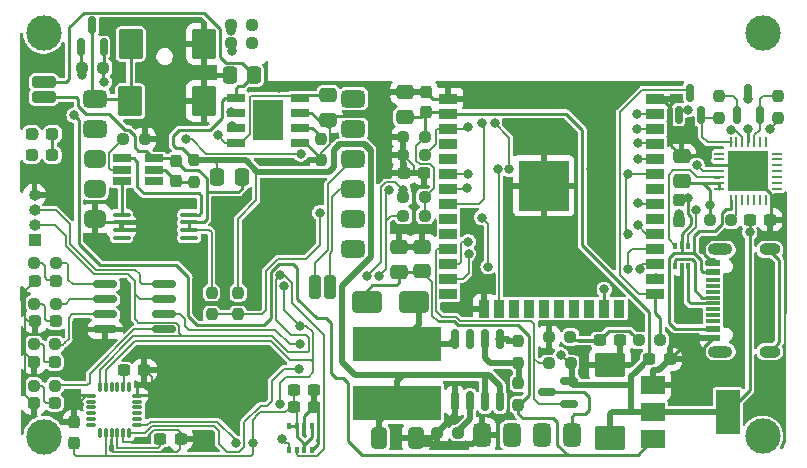
<source format=gbr>
%TF.GenerationSoftware,KiCad,Pcbnew,7.0.2*%
%TF.CreationDate,2024-10-19T10:13:07+03:00*%
%TF.ProjectId,gps_tracer,6770735f-7472-4616-9365-722e6b696361,rev?*%
%TF.SameCoordinates,Original*%
%TF.FileFunction,Copper,L1,Top*%
%TF.FilePolarity,Positive*%
%FSLAX46Y46*%
G04 Gerber Fmt 4.6, Leading zero omitted, Abs format (unit mm)*
G04 Created by KiCad (PCBNEW 7.0.2) date 2024-10-19 10:13:07*
%MOMM*%
%LPD*%
G01*
G04 APERTURE LIST*
G04 Aperture macros list*
%AMRoundRect*
0 Rectangle with rounded corners*
0 $1 Rounding radius*
0 $2 $3 $4 $5 $6 $7 $8 $9 X,Y pos of 4 corners*
0 Add a 4 corners polygon primitive as box body*
4,1,4,$2,$3,$4,$5,$6,$7,$8,$9,$2,$3,0*
0 Add four circle primitives for the rounded corners*
1,1,$1+$1,$2,$3*
1,1,$1+$1,$4,$5*
1,1,$1+$1,$6,$7*
1,1,$1+$1,$8,$9*
0 Add four rect primitives between the rounded corners*
20,1,$1+$1,$2,$3,$4,$5,0*
20,1,$1+$1,$4,$5,$6,$7,0*
20,1,$1+$1,$6,$7,$8,$9,0*
20,1,$1+$1,$8,$9,$2,$3,0*%
G04 Aperture macros list end*
%TA.AperFunction,SMDPad,CuDef*%
%ADD10RoundRect,0.237500X0.250000X0.237500X-0.250000X0.237500X-0.250000X-0.237500X0.250000X-0.237500X0*%
%TD*%
%TA.AperFunction,SMDPad,CuDef*%
%ADD11RoundRect,0.237500X0.300000X0.237500X-0.300000X0.237500X-0.300000X-0.237500X0.300000X-0.237500X0*%
%TD*%
%TA.AperFunction,SMDPad,CuDef*%
%ADD12RoundRect,0.237500X0.237500X-0.250000X0.237500X0.250000X-0.237500X0.250000X-0.237500X-0.250000X0*%
%TD*%
%TA.AperFunction,SMDPad,CuDef*%
%ADD13RoundRect,0.150000X0.150000X-0.587500X0.150000X0.587500X-0.150000X0.587500X-0.150000X-0.587500X0*%
%TD*%
%TA.AperFunction,SMDPad,CuDef*%
%ADD14RoundRect,0.237500X-0.300000X-0.237500X0.300000X-0.237500X0.300000X0.237500X-0.300000X0.237500X0*%
%TD*%
%TA.AperFunction,SMDPad,CuDef*%
%ADD15RoundRect,0.237500X-0.250000X-0.237500X0.250000X-0.237500X0.250000X0.237500X-0.250000X0.237500X0*%
%TD*%
%TA.AperFunction,SMDPad,CuDef*%
%ADD16RoundRect,0.237500X-0.237500X0.300000X-0.237500X-0.300000X0.237500X-0.300000X0.237500X0.300000X0*%
%TD*%
%TA.AperFunction,SMDPad,CuDef*%
%ADD17RoundRect,0.075000X-0.350000X-0.075000X0.350000X-0.075000X0.350000X0.075000X-0.350000X0.075000X0*%
%TD*%
%TA.AperFunction,SMDPad,CuDef*%
%ADD18RoundRect,0.075000X0.075000X-0.350000X0.075000X0.350000X-0.075000X0.350000X-0.075000X-0.350000X0*%
%TD*%
%TA.AperFunction,SMDPad,CuDef*%
%ADD19R,0.375000X0.500000*%
%TD*%
%TA.AperFunction,SMDPad,CuDef*%
%ADD20R,0.300000X0.650000*%
%TD*%
%TA.AperFunction,SMDPad,CuDef*%
%ADD21RoundRect,0.250000X-0.412500X-0.650000X0.412500X-0.650000X0.412500X0.650000X-0.412500X0.650000X0*%
%TD*%
%TA.AperFunction,SMDPad,CuDef*%
%ADD22RoundRect,0.237500X-0.287500X-0.237500X0.287500X-0.237500X0.287500X0.237500X-0.287500X0.237500X0*%
%TD*%
%TA.AperFunction,SMDPad,CuDef*%
%ADD23RoundRect,0.250000X-0.475000X0.337500X-0.475000X-0.337500X0.475000X-0.337500X0.475000X0.337500X0*%
%TD*%
%TA.AperFunction,SMDPad,CuDef*%
%ADD24R,0.350000X0.500000*%
%TD*%
%TA.AperFunction,SMDPad,CuDef*%
%ADD25RoundRect,0.250000X-1.000000X-0.650000X1.000000X-0.650000X1.000000X0.650000X-1.000000X0.650000X0*%
%TD*%
%TA.AperFunction,SMDPad,CuDef*%
%ADD26R,1.240000X0.600000*%
%TD*%
%TA.AperFunction,SMDPad,CuDef*%
%ADD27R,1.240000X0.300000*%
%TD*%
%TA.AperFunction,ComponentPad*%
%ADD28O,2.100000X1.000000*%
%TD*%
%TA.AperFunction,ComponentPad*%
%ADD29O,1.800000X1.000000*%
%TD*%
%TA.AperFunction,SMDPad,CuDef*%
%ADD30RoundRect,0.062500X-0.337500X-0.062500X0.337500X-0.062500X0.337500X0.062500X-0.337500X0.062500X0*%
%TD*%
%TA.AperFunction,SMDPad,CuDef*%
%ADD31RoundRect,0.062500X-0.062500X-0.337500X0.062500X-0.337500X0.062500X0.337500X-0.062500X0.337500X0*%
%TD*%
%TA.AperFunction,SMDPad,CuDef*%
%ADD32R,3.350000X3.350000*%
%TD*%
%TA.AperFunction,ComponentPad*%
%ADD33R,1.000000X1.000000*%
%TD*%
%TA.AperFunction,ComponentPad*%
%ADD34O,1.000000X1.000000*%
%TD*%
%TA.AperFunction,SMDPad,CuDef*%
%ADD35RoundRect,0.250000X0.475000X-0.337500X0.475000X0.337500X-0.475000X0.337500X-0.475000X-0.337500X0*%
%TD*%
%TA.AperFunction,SMDPad,CuDef*%
%ADD36R,7.500000X3.000000*%
%TD*%
%TA.AperFunction,SMDPad,CuDef*%
%ADD37RoundRect,0.250000X1.025000X-0.787500X1.025000X0.787500X-1.025000X0.787500X-1.025000X-0.787500X0*%
%TD*%
%TA.AperFunction,SMDPad,CuDef*%
%ADD38RoundRect,0.250000X-0.787500X-1.025000X0.787500X-1.025000X0.787500X1.025000X-0.787500X1.025000X0*%
%TD*%
%TA.AperFunction,SMDPad,CuDef*%
%ADD39R,1.525000X0.700000*%
%TD*%
%TA.AperFunction,SMDPad,CuDef*%
%ADD40R,2.513000X3.402000*%
%TD*%
%TA.AperFunction,SMDPad,CuDef*%
%ADD41R,1.560000X0.650000*%
%TD*%
%TA.AperFunction,SMDPad,CuDef*%
%ADD42RoundRect,0.237500X0.237500X-0.300000X0.237500X0.300000X-0.237500X0.300000X-0.237500X-0.300000X0*%
%TD*%
%TA.AperFunction,SMDPad,CuDef*%
%ADD43RoundRect,0.237500X-0.237500X0.250000X-0.237500X-0.250000X0.237500X-0.250000X0.237500X0.250000X0*%
%TD*%
%TA.AperFunction,SMDPad,CuDef*%
%ADD44RoundRect,0.250000X0.337500X0.475000X-0.337500X0.475000X-0.337500X-0.475000X0.337500X-0.475000X0*%
%TD*%
%TA.AperFunction,SMDPad,CuDef*%
%ADD45R,2.000000X1.500000*%
%TD*%
%TA.AperFunction,SMDPad,CuDef*%
%ADD46R,2.000000X3.800000*%
%TD*%
%TA.AperFunction,SMDPad,CuDef*%
%ADD47RoundRect,0.150000X-0.825000X-0.150000X0.825000X-0.150000X0.825000X0.150000X-0.825000X0.150000X0*%
%TD*%
%TA.AperFunction,SMDPad,CuDef*%
%ADD48RoundRect,0.150000X0.587500X0.150000X-0.587500X0.150000X-0.587500X-0.150000X0.587500X-0.150000X0*%
%TD*%
%TA.AperFunction,SMDPad,CuDef*%
%ADD49RoundRect,0.250000X-0.337500X-0.475000X0.337500X-0.475000X0.337500X0.475000X-0.337500X0.475000X0*%
%TD*%
%TA.AperFunction,ComponentPad*%
%ADD50RoundRect,0.375000X-0.625000X-0.375000X0.625000X-0.375000X0.625000X0.375000X-0.625000X0.375000X0*%
%TD*%
%TA.AperFunction,ComponentPad*%
%ADD51RoundRect,0.375000X-0.525000X-0.375000X0.525000X-0.375000X0.525000X0.375000X-0.525000X0.375000X0*%
%TD*%
%TA.AperFunction,SMDPad,CuDef*%
%ADD52RoundRect,0.100000X0.637500X0.100000X-0.637500X0.100000X-0.637500X-0.100000X0.637500X-0.100000X0*%
%TD*%
%TA.AperFunction,ComponentPad*%
%ADD53RoundRect,0.250000X0.750000X0.250000X-0.750000X0.250000X-0.750000X-0.250000X0.750000X-0.250000X0*%
%TD*%
%TA.AperFunction,ComponentPad*%
%ADD54RoundRect,0.250000X-0.250000X0.750000X-0.250000X-0.750000X0.250000X-0.750000X0.250000X0.750000X0*%
%TD*%
%TA.AperFunction,SMDPad,CuDef*%
%ADD55RoundRect,0.150000X0.150000X-0.675000X0.150000X0.675000X-0.150000X0.675000X-0.150000X-0.675000X0*%
%TD*%
%TA.AperFunction,SMDPad,CuDef*%
%ADD56R,1.500000X0.900000*%
%TD*%
%TA.AperFunction,SMDPad,CuDef*%
%ADD57R,0.900000X1.500000*%
%TD*%
%TA.AperFunction,SMDPad,CuDef*%
%ADD58R,1.050000X1.050000*%
%TD*%
%TA.AperFunction,HeatsinkPad*%
%ADD59C,0.600000*%
%TD*%
%TA.AperFunction,SMDPad,CuDef*%
%ADD60R,4.200000X4.200000*%
%TD*%
%TA.AperFunction,ComponentPad*%
%ADD61RoundRect,0.375000X-0.375000X0.625000X-0.375000X-0.625000X0.375000X-0.625000X0.375000X0.625000X0*%
%TD*%
%TA.AperFunction,ViaPad*%
%ADD62C,3.000000*%
%TD*%
%TA.AperFunction,ViaPad*%
%ADD63C,0.800000*%
%TD*%
%TA.AperFunction,Conductor*%
%ADD64C,0.250000*%
%TD*%
%TA.AperFunction,Conductor*%
%ADD65C,0.150000*%
%TD*%
%TA.AperFunction,Conductor*%
%ADD66C,0.500000*%
%TD*%
G04 APERTURE END LIST*
D10*
%TO.P,R15,1*%
%TO.N,Net-(U10-IO2)*%
X51230000Y-65390000D03*
%TO.P,R15,2*%
%TO.N,Net-(D2-A)*%
X49405000Y-65390000D03*
%TD*%
D11*
%TO.P,C20,1*%
%TO.N,GND*%
X58765000Y-67590000D03*
%TO.P,C20,2*%
%TO.N,Net-(U12-CPOUT)*%
X57040000Y-67590000D03*
%TD*%
D12*
%TO.P,R27,1*%
%TO.N,BATTERY_VOLTAGE*%
X64450000Y-62840000D03*
%TO.P,R27,2*%
%TO.N,Net-(J4-Pin_1)*%
X64450000Y-61015000D03*
%TD*%
D13*
%TO.P,Q1,1,B*%
%TO.N,Net-(Q1-B)*%
X108945600Y-45974000D03*
%TO.P,Q1,2,E*%
%TO.N,DTS*%
X110845600Y-45974000D03*
%TO.P,Q1,3,C*%
%TO.N,EN*%
X109895600Y-44099000D03*
%TD*%
D14*
%TO.P,C4,1*%
%TO.N,+3.3V*%
X101526000Y-66649600D03*
%TO.P,C4,2*%
%TO.N,GND*%
X103251000Y-66649600D03*
%TD*%
D15*
%TO.P,R20,1*%
%TO.N,GND*%
X83515200Y-72898000D03*
%TO.P,R20,2*%
%TO.N,Net-(U11-OC)*%
X85340200Y-72898000D03*
%TD*%
D16*
%TO.P,C25,1*%
%TO.N,GND*%
X52840000Y-71990000D03*
%TO.P,C25,2*%
%TO.N,+3.3V*%
X52840000Y-73715000D03*
%TD*%
D17*
%TO.P,U12,1,CLKIN*%
%TO.N,GND*%
X54280000Y-69730000D03*
%TO.P,U12,2,NC*%
%TO.N,unconnected-(U12-NC-Pad2)*%
X54280000Y-70230000D03*
%TO.P,U12,3,NC*%
%TO.N,unconnected-(U12-NC-Pad3)*%
X54280000Y-70730000D03*
%TO.P,U12,4,NC*%
%TO.N,unconnected-(U12-NC-Pad4)*%
X54280000Y-71230000D03*
%TO.P,U12,5,NC*%
%TO.N,unconnected-(U12-NC-Pad5)*%
X54280000Y-71730000D03*
%TO.P,U12,6,AUX_DA*%
%TO.N,unconnected-(U12-AUX_DA-Pad6)*%
X54280000Y-72230000D03*
D18*
%TO.P,U12,7,AUX_CL*%
%TO.N,unconnected-(U12-AUX_CL-Pad7)*%
X54980000Y-72930000D03*
%TO.P,U12,8,VLOGIC*%
%TO.N,+3.3V*%
X55480000Y-72930000D03*
%TO.P,U12,9,AD0*%
%TO.N,GND*%
X55980000Y-72930000D03*
%TO.P,U12,10,REGOUT*%
%TO.N,Net-(U12-REGOUT)*%
X56480000Y-72930000D03*
%TO.P,U12,11,FSYNC*%
%TO.N,GND*%
X56980000Y-72930000D03*
%TO.P,U12,12,INT*%
%TO.N,MPU5060_INT*%
X57480000Y-72930000D03*
D17*
%TO.P,U12,13,VDD*%
%TO.N,+3.3V*%
X58180000Y-72230000D03*
%TO.P,U12,14,NC*%
%TO.N,unconnected-(U12-NC-Pad14)*%
X58180000Y-71730000D03*
%TO.P,U12,15,NC*%
%TO.N,unconnected-(U12-NC-Pad15)*%
X58180000Y-71230000D03*
%TO.P,U12,16,NC*%
%TO.N,unconnected-(U12-NC-Pad16)*%
X58180000Y-70730000D03*
%TO.P,U12,17,NC*%
%TO.N,unconnected-(U12-NC-Pad17)*%
X58180000Y-70230000D03*
%TO.P,U12,18,GND*%
%TO.N,GND*%
X58180000Y-69730000D03*
D18*
%TO.P,U12,19,RESV*%
%TO.N,unconnected-(U12-RESV-Pad19)*%
X57480000Y-69030000D03*
%TO.P,U12,20,CPOUT*%
%TO.N,Net-(U12-CPOUT)*%
X56980000Y-69030000D03*
%TO.P,U12,21,RESV*%
%TO.N,unconnected-(U12-RESV-Pad21)*%
X56480000Y-69030000D03*
%TO.P,U12,22,RESV*%
%TO.N,unconnected-(U12-RESV-Pad22)*%
X55980000Y-69030000D03*
%TO.P,U12,23,SCL*%
%TO.N,SCL*%
X55480000Y-69030000D03*
%TO.P,U12,24,SDA*%
%TO.N,SDA*%
X54980000Y-69030000D03*
%TD*%
D19*
%TO.P,U2,1,I/O1*%
%TO.N,Net-(P1-D-)*%
X103729500Y-58736600D03*
D20*
%TO.P,U2,2,GND*%
%TO.N,GND*%
X104267000Y-58811600D03*
D19*
%TO.P,U2,3,I/O2*%
%TO.N,Net-(P1-D+)*%
X104804500Y-58736600D03*
%TO.P,U2,4,I/O2*%
%TO.N,Net-(U3-D+)*%
X104804500Y-57036600D03*
D20*
%TO.P,U2,5,VBUS*%
%TO.N,+5V*%
X104267000Y-56961600D03*
D19*
%TO.P,U2,6,I/O1*%
%TO.N,Net-(U3-D-)*%
X103729500Y-57036600D03*
%TD*%
D15*
%TO.P,R8,1*%
%TO.N,Net-(JP6-A)*%
X100609400Y-65049400D03*
%TO.P,R8,2*%
%TO.N,IO0*%
X102434400Y-65049400D03*
%TD*%
D21*
%TO.P,C21,1*%
%TO.N,Net-(IC1-BAT)*%
X78637600Y-73329800D03*
%TO.P,C21,2*%
%TO.N,GND*%
X81762600Y-73329800D03*
%TD*%
D22*
%TO.P,D7,1,K*%
%TO.N,Net-(D7-K)*%
X49220000Y-49360000D03*
%TO.P,D7,2,A*%
%TO.N,+5V*%
X50970000Y-49360000D03*
%TD*%
D23*
%TO.P,C19,1*%
%TO.N,+5V*%
X74325000Y-44297600D03*
%TO.P,C19,2*%
%TO.N,GND*%
X74325000Y-46372600D03*
%TD*%
D24*
%TO.P,U5,1,GND*%
%TO.N,GND*%
X72960000Y-74310000D03*
%TO.P,U5,2,CSB*%
%TO.N,+3.3V*%
X72310000Y-74310000D03*
%TO.P,U5,3,SDI*%
%TO.N,SDA*%
X71660000Y-74310000D03*
%TO.P,U5,4,SCK*%
%TO.N,SCL*%
X71010000Y-74310000D03*
%TO.P,U5,5,SDO*%
%TO.N,+3.3V*%
X71010000Y-72260000D03*
%TO.P,U5,6,VDDIO*%
X71660000Y-72260000D03*
%TO.P,U5,7,GND*%
%TO.N,GND*%
X72310000Y-72260000D03*
%TO.P,U5,8,VDD*%
%TO.N,+3.3V*%
X72960000Y-72260000D03*
%TD*%
D14*
%TO.P,C13,1*%
%TO.N,+3.3V*%
X71420000Y-69220000D03*
%TO.P,C13,2*%
%TO.N,GND*%
X73145000Y-69220000D03*
%TD*%
D15*
%TO.P,R26,1*%
%TO.N,POWER_OF_GSM*%
X53475000Y-41950000D03*
%TO.P,R26,2*%
%TO.N,GSM_POWER_SOURSE*%
X55300000Y-41950000D03*
%TD*%
D10*
%TO.P,JP6,1,A*%
%TO.N,Net-(JP6-A)*%
X94840000Y-64760000D03*
%TO.P,JP6,2,B*%
%TO.N,GND*%
X93015000Y-64760000D03*
%TD*%
D25*
%TO.P,D5,1,K*%
%TO.N,GSM_POWER_SOURSE*%
X77570000Y-61820000D03*
%TO.P,D5,2,A*%
%TO.N,Net-(D5-A)*%
X81570000Y-61820000D03*
%TD*%
D26*
%TO.P,P1,A1,GND*%
%TO.N,GND*%
X106917400Y-64871200D03*
%TO.P,P1,A4,VBUS*%
%TO.N,+5V*%
X106917400Y-64071200D03*
D27*
%TO.P,P1,A5,CC*%
%TO.N,unconnected-(P1-CC-PadA5)*%
X106917400Y-62921200D03*
%TO.P,P1,A6,D+*%
%TO.N,Net-(P1-D+)*%
X106917400Y-61921200D03*
%TO.P,P1,A7,D-*%
%TO.N,Net-(P1-D-)*%
X106917400Y-61421200D03*
%TO.P,P1,A8*%
%TO.N,N/C*%
X106917400Y-60421200D03*
D26*
%TO.P,P1,A9,VBUS*%
%TO.N,+5V*%
X106917400Y-59271200D03*
%TO.P,P1,A12,GND*%
%TO.N,GND*%
X106917400Y-58471200D03*
%TO.P,P1,B1,GND*%
X106917400Y-58471200D03*
%TO.P,P1,B4,VBUS*%
%TO.N,+5V*%
X106917400Y-59271200D03*
D27*
%TO.P,P1,B5,VCONN*%
%TO.N,unconnected-(P1-VCONN-PadB5)*%
X106917400Y-59921200D03*
%TO.P,P1,B6*%
%TO.N,N/C*%
X106917400Y-60921200D03*
%TO.P,P1,B7*%
X106917400Y-62421200D03*
%TO.P,P1,B8*%
X106917400Y-63421200D03*
D26*
%TO.P,P1,B9,VBUS*%
%TO.N,+5V*%
X106917400Y-64071200D03*
%TO.P,P1,B12,GND*%
%TO.N,GND*%
X106917400Y-64871200D03*
D28*
%TO.P,P1,S1,SHIELD*%
%TO.N,unconnected-(P1-SHIELD-PadS1)*%
X107517400Y-65991200D03*
D29*
X111717400Y-65991200D03*
D28*
X107517400Y-57351200D03*
D29*
X111717400Y-57351200D03*
%TD*%
D22*
%TO.P,D1,1,K*%
%TO.N,GND*%
X49500000Y-63440000D03*
%TO.P,D1,2,A*%
%TO.N,Net-(D1-A)*%
X51250000Y-63440000D03*
%TD*%
D10*
%TO.P,R6,1*%
%TO.N,EN*%
X82499200Y-49377600D03*
%TO.P,R6,2*%
%TO.N,GND*%
X80674200Y-49377600D03*
%TD*%
D14*
%TO.P,C6,1*%
%TO.N,+3.3V*%
X110010000Y-54840000D03*
%TO.P,C6,2*%
%TO.N,GND*%
X111735000Y-54840000D03*
%TD*%
D10*
%TO.P,R19,1*%
%TO.N,Net-(U10-IO3)*%
X51215000Y-68870000D03*
%TO.P,R19,2*%
%TO.N,Net-(D4-A)*%
X49390000Y-68870000D03*
%TD*%
D30*
%TO.P,U3,1,~{DCD}*%
%TO.N,unconnected-(U3-~{DCD}-Pad1)*%
X107444200Y-49233200D03*
%TO.P,U3,2,~{RI}/CLK*%
%TO.N,unconnected-(U3-~{RI}{slash}CLK-Pad2)*%
X107444200Y-49733200D03*
%TO.P,U3,3,GND*%
%TO.N,GND*%
X107444200Y-50233200D03*
%TO.P,U3,4,D+*%
%TO.N,Net-(U3-D+)*%
X107444200Y-50733200D03*
%TO.P,U3,5,D-*%
%TO.N,Net-(U3-D-)*%
X107444200Y-51233200D03*
%TO.P,U3,6,VDD*%
%TO.N,+3.3V*%
X107444200Y-51733200D03*
%TO.P,U3,7,VREGIN*%
X107444200Y-52233200D03*
D31*
%TO.P,U3,8,VBUS*%
%TO.N,+5V*%
X108394200Y-53183200D03*
%TO.P,U3,9,~{RST}*%
%TO.N,Net-(U3-~{RST})*%
X108894200Y-53183200D03*
%TO.P,U3,10,NC*%
%TO.N,unconnected-(U3-NC-Pad10)*%
X109394200Y-53183200D03*
%TO.P,U3,11,~{SUSPEND}*%
%TO.N,unconnected-(U3-~{SUSPEND}-Pad11)*%
X109894200Y-53183200D03*
%TO.P,U3,12,SUSPEND*%
%TO.N,unconnected-(U3-SUSPEND-Pad12)*%
X110394200Y-53183200D03*
%TO.P,U3,13,CHREN*%
%TO.N,unconnected-(U3-CHREN-Pad13)*%
X110894200Y-53183200D03*
%TO.P,U3,14,CHR1*%
%TO.N,unconnected-(U3-CHR1-Pad14)*%
X111394200Y-53183200D03*
D30*
%TO.P,U3,15,CHR0*%
%TO.N,unconnected-(U3-CHR0-Pad15)*%
X112344200Y-52233200D03*
%TO.P,U3,16,~{WAKEUP}/GPIO.3*%
%TO.N,unconnected-(U3-~{WAKEUP}{slash}GPIO.3-Pad16)*%
X112344200Y-51733200D03*
%TO.P,U3,17,RS485/GPIO.2*%
%TO.N,unconnected-(U3-RS485{slash}GPIO.2-Pad17)*%
X112344200Y-51233200D03*
%TO.P,U3,18,~{RXT}/GPIO.1*%
%TO.N,unconnected-(U3-~{RXT}{slash}GPIO.1-Pad18)*%
X112344200Y-50733200D03*
%TO.P,U3,19,~{TXT}/GPIO.0*%
%TO.N,unconnected-(U3-~{TXT}{slash}GPIO.0-Pad19)*%
X112344200Y-50233200D03*
%TO.P,U3,20,GPIO.6*%
%TO.N,unconnected-(U3-GPIO.6-Pad20)*%
X112344200Y-49733200D03*
%TO.P,U3,21,GPIO.5*%
%TO.N,unconnected-(U3-GPIO.5-Pad21)*%
X112344200Y-49233200D03*
D31*
%TO.P,U3,22,GPIO.4*%
%TO.N,unconnected-(U3-GPIO.4-Pad22)*%
X111394200Y-48283200D03*
%TO.P,U3,23,~{CTS}*%
%TO.N,unconnected-(U3-~{CTS}-Pad23)*%
X110894200Y-48283200D03*
%TO.P,U3,24,~{RTS}*%
%TO.N,DTS*%
X110394200Y-48283200D03*
%TO.P,U3,25,RXD*%
%TO.N,TXD*%
X109894200Y-48283200D03*
%TO.P,U3,26,TXD*%
%TO.N,RXD*%
X109394200Y-48283200D03*
%TO.P,U3,27,~{DSR}*%
%TO.N,unconnected-(U3-~{DSR}-Pad27)*%
X108894200Y-48283200D03*
%TO.P,U3,28,~{DTR}*%
%TO.N,DTR*%
X108394200Y-48283200D03*
D32*
%TO.P,U3,29,GND*%
%TO.N,GND*%
X109894200Y-50733200D03*
%TD*%
D10*
%TO.P,R9,1*%
%TO.N,+3.3V*%
X82524600Y-54508400D03*
%TO.P,R9,2*%
%TO.N,SCL*%
X80699600Y-54508400D03*
%TD*%
D33*
%TO.P,J3,1,Pin_1*%
%TO.N,SCL*%
X49460000Y-56550000D03*
D34*
%TO.P,J3,2,Pin_2*%
%TO.N,SDA*%
X49460000Y-55280000D03*
%TO.P,J3,3,Pin_3*%
%TO.N,+3.3V*%
X49460000Y-54010000D03*
%TO.P,J3,4,Pin_4*%
%TO.N,GND*%
X49460000Y-52740000D03*
%TD*%
D35*
%TO.P,C22,1*%
%TO.N,GSM_POWER_SOURSE*%
X82300000Y-59215000D03*
%TO.P,C22,2*%
%TO.N,GND*%
X82300000Y-57140000D03*
%TD*%
D36*
%TO.P,L1,1,1*%
%TO.N,Net-(IC1-BAT)*%
X80137000Y-70354200D03*
%TO.P,L1,2,2*%
%TO.N,Net-(D5-A)*%
X80137000Y-65354200D03*
%TD*%
D35*
%TO.P,C23,1*%
%TO.N,GSM_POWER_SOURSE*%
X80300000Y-59225000D03*
%TO.P,C23,2*%
%TO.N,GND*%
X80300000Y-57150000D03*
%TD*%
D15*
%TO.P,R11,1*%
%TO.N,POWER_OF_GPS*%
X93020000Y-67000000D03*
%TO.P,R11,2*%
%TO.N,+3.3V*%
X94845000Y-67000000D03*
%TD*%
%TO.P,R16,1*%
%TO.N,Net-(IC1-STDBY)*%
X66085000Y-39900000D03*
%TO.P,R16,2*%
%TO.N,Net-(D7-K)*%
X67910000Y-39900000D03*
%TD*%
D22*
%TO.P,D9,1,K*%
%TO.N,GND*%
X49490000Y-60020000D03*
%TO.P,D9,2,A*%
%TO.N,Net-(D9-A)*%
X51240000Y-60020000D03*
%TD*%
D37*
%TO.P,C3,1*%
%TO.N,+3.3V*%
X98200000Y-73322500D03*
%TO.P,C3,2*%
%TO.N,GND*%
X98200000Y-67097500D03*
%TD*%
D14*
%TO.P,C12,1*%
%TO.N,+3.3V*%
X71415000Y-70730000D03*
%TO.P,C12,2*%
%TO.N,GND*%
X73140000Y-70730000D03*
%TD*%
D13*
%TO.P,Q8,1,G*%
%TO.N,POWER_OF_GSM*%
X53406000Y-40229000D03*
%TO.P,Q8,2,S*%
%TO.N,GSM_POWER_SOURSE*%
X55306000Y-40229000D03*
%TO.P,Q8,3,D*%
%TO.N,Net-(Q8-D)*%
X54356000Y-38354000D03*
%TD*%
D38*
%TO.P,C14,1*%
%TO.N,Net-(Q8-D)*%
X57568100Y-44805600D03*
%TO.P,C14,2*%
%TO.N,GND*%
X63793100Y-44805600D03*
%TD*%
D15*
%TO.P,R13,1*%
%TO.N,Net-(IC1-CHRG)*%
X66085000Y-38376000D03*
%TO.P,R13,2*%
%TO.N,Net-(D6-K)*%
X67910000Y-38376000D03*
%TD*%
D11*
%TO.P,C8,1*%
%TO.N,GND*%
X82473800Y-50901600D03*
%TO.P,C8,2*%
X80748800Y-50901600D03*
%TD*%
D10*
%TO.P,R23,1*%
%TO.N,Net-(U10-IO0)*%
X51275000Y-58525000D03*
%TO.P,R23,2*%
%TO.N,Net-(D9-A)*%
X49450000Y-58525000D03*
%TD*%
D12*
%TO.P,R5,1*%
%TO.N,Net-(Q2-B)*%
X112395000Y-46202600D03*
%TO.P,R5,2*%
%TO.N,DTS*%
X112395000Y-44377600D03*
%TD*%
D15*
%TO.P,R2,1*%
%TO.N,+3.3V*%
X106640000Y-54860000D03*
%TO.P,R2,2*%
%TO.N,Net-(U3-~{RST})*%
X108465000Y-54860000D03*
%TD*%
D39*
%TO.P,IC1,1,TEMP*%
%TO.N,GND*%
X71932800Y-48310800D03*
%TO.P,IC1,2,PROG*%
%TO.N,Net-(IC1-PROG)*%
X71932800Y-47040800D03*
%TO.P,IC1,3,GND*%
%TO.N,GND*%
X71932800Y-45770800D03*
%TO.P,IC1,4,VCC*%
%TO.N,+5V*%
X71932800Y-44500800D03*
%TO.P,IC1,5,BAT*%
%TO.N,Net-(IC1-BAT)*%
X66508800Y-44500800D03*
%TO.P,IC1,6,STDBY*%
%TO.N,Net-(IC1-STDBY)*%
X66508800Y-45770800D03*
%TO.P,IC1,7,CHRG*%
%TO.N,Net-(IC1-CHRG)*%
X66508800Y-47040800D03*
%TO.P,IC1,8,CE*%
%TO.N,+5V*%
X66508800Y-48310800D03*
D40*
%TO.P,IC1,9*%
%TO.N,N/C*%
X69220800Y-46405800D03*
%TD*%
D41*
%TO.P,U9,1,OD*%
%TO.N,OD*%
X56863000Y-49646800D03*
%TO.P,U9,2,CS*%
%TO.N,Net-(U9-CS)*%
X56863000Y-50596800D03*
%TO.P,U9,3,OC*%
%TO.N,OC*%
X56863000Y-51546800D03*
%TO.P,U9,4,TD*%
%TO.N,unconnected-(U9-TD-Pad4)*%
X59563000Y-51546800D03*
%TO.P,U9,5,VCC*%
%TO.N,Net-(U9-VCC)*%
X59563000Y-50596800D03*
%TO.P,U9,6,GND*%
%TO.N,Net-(J4-Pin_1)*%
X59563000Y-49646800D03*
%TD*%
D42*
%TO.P,C10,1*%
%TO.N,+3.3V*%
X82600800Y-45717800D03*
%TO.P,C10,2*%
%TO.N,GND*%
X82600800Y-43992800D03*
%TD*%
D43*
%TO.P,R4,1*%
%TO.N,Net-(Q1-B)*%
X107416600Y-44373800D03*
%TO.P,R4,2*%
%TO.N,DTR*%
X107416600Y-46198800D03*
%TD*%
D44*
%TO.P,C17,1*%
%TO.N,Net-(IC1-BAT)*%
X68046600Y-42621200D03*
%TO.P,C17,2*%
%TO.N,GND*%
X65971600Y-42621200D03*
%TD*%
D43*
%TO.P,R14,1*%
%TO.N,Net-(IC1-BAT)*%
X62966600Y-49785900D03*
%TO.P,R14,2*%
%TO.N,Net-(U9-VCC)*%
X62966600Y-51610900D03*
%TD*%
D45*
%TO.P,U1,1,GND*%
%TO.N,GND*%
X101853600Y-68820000D03*
%TO.P,U1,2,VO*%
%TO.N,+3.3V*%
X101853600Y-71120000D03*
D46*
X108153600Y-71120000D03*
D45*
%TO.P,U1,3,VI*%
%TO.N,GSM_POWER_SOURSE*%
X101853600Y-73420000D03*
%TD*%
D47*
%TO.P,U10,1,IO0*%
%TO.N,Net-(U10-IO0)*%
X55455000Y-60315000D03*
%TO.P,U10,2,IO1*%
%TO.N,Net-(U10-IO1)*%
X55455000Y-61585000D03*
%TO.P,U10,3,IO2*%
%TO.N,Net-(U10-IO2)*%
X55455000Y-62855000D03*
%TO.P,U10,4,VSS*%
%TO.N,GND*%
X55455000Y-64125000D03*
%TO.P,U10,5,IO3*%
%TO.N,Net-(U10-IO3)*%
X60405000Y-64125000D03*
%TO.P,U10,6,SCL*%
%TO.N,SCL*%
X60405000Y-62855000D03*
%TO.P,U10,7,SDA*%
%TO.N,SDA*%
X60405000Y-61585000D03*
%TO.P,U10,8,VDD*%
%TO.N,+3.3V*%
X60405000Y-60315000D03*
%TD*%
D48*
%TO.P,Q3,1,G*%
%TO.N,POWER_OF_GPS*%
X94716600Y-70403800D03*
%TO.P,Q3,2,S*%
%TO.N,+3.3V*%
X94716600Y-68503800D03*
%TO.P,Q3,3,D*%
%TO.N,Net-(Q3-D)*%
X92841600Y-69453800D03*
%TD*%
D35*
%TO.P,C9,1*%
%TO.N,+3.3V*%
X80822800Y-46118600D03*
%TO.P,C9,2*%
%TO.N,GND*%
X80822800Y-44043600D03*
%TD*%
D12*
%TO.P,R17,1*%
%TO.N,GND*%
X73740000Y-49810000D03*
%TO.P,R17,2*%
%TO.N,Net-(IC1-PROG)*%
X73740000Y-47985000D03*
%TD*%
D49*
%TO.P,C26,1*%
%TO.N,Net-(IC1-BAT)*%
X64935000Y-51250000D03*
%TO.P,C26,2*%
%TO.N,Net-(J4-Pin_1)*%
X67010000Y-51250000D03*
%TD*%
D10*
%TO.P,R7,1*%
%TO.N,+3.3V*%
X82524600Y-52933600D03*
%TO.P,R7,2*%
%TO.N,SDA*%
X80699600Y-52933600D03*
%TD*%
D14*
%TO.P,C11,1*%
%TO.N,Net-(JP6-A)*%
X97325000Y-65050000D03*
%TO.P,C11,2*%
%TO.N,GND*%
X99050000Y-65050000D03*
%TD*%
D22*
%TO.P,D2,1,K*%
%TO.N,GND*%
X49430000Y-66890000D03*
%TO.P,D2,2,A*%
%TO.N,Net-(D2-A)*%
X51180000Y-66890000D03*
%TD*%
D43*
%TO.P,R21,1*%
%TO.N,Net-(U11-FB)*%
X90410000Y-68685400D03*
%TO.P,R21,2*%
%TO.N,GSM_POWER_SOURSE*%
X90410000Y-70510400D03*
%TD*%
D50*
%TO.P,U7,1,VCC*%
%TO.N,Net-(Q8-D)*%
X54620000Y-44580000D03*
%TO.P,U7,2,RST*%
%TO.N,RST_GSM*%
X54620000Y-47120000D03*
D51*
%TO.P,U7,3,RXD*%
%TO.N,RXD_GSM*%
X54620000Y-49660000D03*
%TO.P,U7,4,TXD*%
%TO.N,TXD_GSM*%
X54620000Y-52200000D03*
%TO.P,U7,5,GND*%
%TO.N,GND*%
X54620000Y-54740000D03*
D50*
%TO.P,U7,6,SPKM*%
%TO.N,unconnected-(U7-SPKM-Pad6)*%
X76464000Y-57280000D03*
%TO.P,U7,7,SPKN*%
%TO.N,unconnected-(U7-SPKN-Pad7)*%
X76464000Y-54740000D03*
%TO.P,U7,8,MICN*%
%TO.N,Net-(J1-Pin_1)*%
X76464000Y-52200000D03*
%TO.P,U7,9,MICP*%
%TO.N,Net-(J1-Pin_2)*%
X76464000Y-49660000D03*
%TO.P,U7,10,DTR*%
%TO.N,unconnected-(U7-DTR-Pad10)*%
X76464000Y-47120000D03*
%TO.P,U7,11,RING*%
%TO.N,unconnected-(U7-RING-Pad11)*%
X76464000Y-44580000D03*
%TD*%
D11*
%TO.P,C24,1*%
%TO.N,GND*%
X61830000Y-73370000D03*
%TO.P,C24,2*%
%TO.N,Net-(U12-REGOUT)*%
X60105000Y-73370000D03*
%TD*%
D38*
%TO.P,C2,1*%
%TO.N,Net-(Q8-D)*%
X57607200Y-39954200D03*
%TO.P,C2,2*%
%TO.N,GND*%
X63832200Y-39954200D03*
%TD*%
D10*
%TO.P,R1,1*%
%TO.N,Net-(U10-IO1)*%
X51282500Y-61930000D03*
%TO.P,R1,2*%
%TO.N,Net-(D1-A)*%
X49457500Y-61930000D03*
%TD*%
%TO.P,R18,1*%
%TO.N,GND*%
X58780000Y-48010000D03*
%TO.P,R18,2*%
%TO.N,Net-(U9-CS)*%
X56955000Y-48010000D03*
%TD*%
D52*
%TO.P,U8,1,D12*%
%TO.N,unconnected-(U8-D12-Pad1)*%
X62552500Y-56347000D03*
%TO.P,U8,2,S1*%
%TO.N,Net-(J4-Pin_1)*%
X62552500Y-55697000D03*
%TO.P,U8,3,S1*%
X62552500Y-55047000D03*
%TO.P,U8,4,G1*%
%TO.N,OD*%
X62552500Y-54397000D03*
%TO.P,U8,5,G2*%
%TO.N,OC*%
X56827500Y-54397000D03*
%TO.P,U8,6,S2*%
%TO.N,GND*%
X56827500Y-55047000D03*
%TO.P,U8,7,S2*%
X56827500Y-55697000D03*
%TO.P,U8,8,D12*%
%TO.N,unconnected-(U8-D12-Pad8)*%
X56827500Y-56347000D03*
%TD*%
D10*
%TO.P,R3,1*%
%TO.N,+3.3V*%
X82499200Y-47853600D03*
%TO.P,R3,2*%
%TO.N,GND*%
X80674200Y-47853600D03*
%TD*%
D43*
%TO.P,R22,1*%
%TO.N,GND*%
X90410000Y-65130000D03*
%TO.P,R22,2*%
%TO.N,Net-(U11-FB)*%
X90410000Y-66955000D03*
%TD*%
D13*
%TO.P,Q2,1,B*%
%TO.N,Net-(Q2-B)*%
X103992600Y-45948600D03*
%TO.P,Q2,2,E*%
%TO.N,DTR*%
X105892600Y-45948600D03*
%TO.P,Q2,3,C*%
%TO.N,IO0*%
X104942600Y-44073600D03*
%TD*%
D35*
%TO.P,C7,1*%
%TO.N,+3.3V*%
X104241600Y-51554200D03*
%TO.P,C7,2*%
%TO.N,GND*%
X104241600Y-49479200D03*
%TD*%
D22*
%TO.P,D6,1,K*%
%TO.N,Net-(D6-K)*%
X49230000Y-47550000D03*
%TO.P,D6,2,A*%
%TO.N,+5V*%
X50980000Y-47550000D03*
%TD*%
D53*
%TO.P,J4,1,Pin_1*%
%TO.N,Net-(J4-Pin_1)*%
X50240000Y-44450000D03*
%TO.P,J4,2,Pin_2*%
%TO.N,Net-(IC1-BAT)*%
X50240000Y-43180000D03*
%TD*%
D54*
%TO.P,J1,1,Pin_1*%
%TO.N,Net-(J1-Pin_1)*%
X74440000Y-60560000D03*
%TO.P,J1,2,Pin_2*%
%TO.N,Net-(J1-Pin_2)*%
X73170000Y-60560000D03*
%TD*%
D22*
%TO.P,D4,1,K*%
%TO.N,GND*%
X49430000Y-70350000D03*
%TO.P,D4,2,A*%
%TO.N,Net-(D4-A)*%
X51180000Y-70350000D03*
%TD*%
D16*
%TO.P,C5,1*%
%TO.N,+5V*%
X104025000Y-53187500D03*
%TO.P,C5,2*%
%TO.N,GND*%
X104025000Y-54912500D03*
%TD*%
D55*
%TO.P,U11,1,PGND*%
%TO.N,GND*%
X85064600Y-70189000D03*
%TO.P,U11,2,OC*%
%TO.N,Net-(U11-OC)*%
X86334600Y-70189000D03*
%TO.P,U11,3,Vcc*%
%TO.N,Net-(IC1-BAT)*%
X87604600Y-70189000D03*
%TO.P,U11,4,EN*%
X88874600Y-70189000D03*
%TO.P,U11,5,GND*%
%TO.N,GND*%
X88874600Y-64939000D03*
%TO.P,U11,6,FB*%
%TO.N,Net-(U11-FB)*%
X87604600Y-64939000D03*
%TO.P,U11,7,NC*%
%TO.N,unconnected-(U11-NC-Pad7)*%
X86334600Y-64939000D03*
%TO.P,U11,8,LX*%
%TO.N,Net-(D5-A)*%
X85064600Y-64939000D03*
%TD*%
D42*
%TO.P,C18,1*%
%TO.N,Net-(U9-VCC)*%
X61442600Y-51560900D03*
%TO.P,C18,2*%
%TO.N,Net-(J4-Pin_1)*%
X61442600Y-49835900D03*
%TD*%
D43*
%TO.P,R25,1*%
%TO.N,Net-(IC1-BAT)*%
X66700000Y-61025000D03*
%TO.P,R25,2*%
%TO.N,BATTERY_VOLTAGE*%
X66700000Y-62850000D03*
%TD*%
D56*
%TO.P,U4,1,GND*%
%TO.N,GND*%
X84506400Y-44602400D03*
%TO.P,U4,2,VDD*%
%TO.N,+3.3V*%
X84506400Y-45872400D03*
%TO.P,U4,3,EN*%
%TO.N,EN*%
X84506400Y-47142400D03*
%TO.P,U4,4,SENSOR_VP*%
%TO.N,SEN_VP*%
X84506400Y-48412400D03*
%TO.P,U4,5,SENSOR_VN*%
%TO.N,SEN_VN*%
X84506400Y-49682400D03*
%TO.P,U4,6,IO34*%
%TO.N,MPU5060_INT*%
X84506400Y-50952400D03*
%TO.P,U4,7,IO35*%
%TO.N,BATTERY_VOLTAGE*%
X84506400Y-52222400D03*
%TO.P,U4,8,IO32*%
%TO.N,RST_GSM*%
X84506400Y-53492400D03*
%TO.P,U4,9,IO33*%
%TO.N,unconnected-(U4-IO33-Pad9)*%
X84506400Y-54762400D03*
%TO.P,U4,10,IO25*%
%TO.N,unconnected-(U4-IO25-Pad10)*%
X84506400Y-56032400D03*
%TO.P,U4,11,IO26*%
%TO.N,POWER_OF_GPS*%
X84506400Y-57302400D03*
%TO.P,U4,12,IO27*%
%TO.N,POWER_OF_GSM*%
X84506400Y-58572400D03*
%TO.P,U4,13,IO14*%
%TO.N,MICROSD_CLK*%
X84506400Y-59842400D03*
%TO.P,U4,14,IO12*%
%TO.N,unconnected-(U4-IO12-Pad14)*%
X84506400Y-61112400D03*
D57*
%TO.P,U4,15,GND*%
%TO.N,GND*%
X87546400Y-62362400D03*
%TO.P,U4,16,IO13*%
%TO.N,MICROSD_CS*%
X88816400Y-62362400D03*
%TO.P,U4,17,SHD/SD2*%
%TO.N,unconnected-(U4-SHD{slash}SD2-Pad17)*%
X90086400Y-62362400D03*
%TO.P,U4,18,SWP/SD3*%
%TO.N,unconnected-(U4-SWP{slash}SD3-Pad18)*%
X91356400Y-62362400D03*
%TO.P,U4,19,SCS/CMD*%
%TO.N,unconnected-(U4-SCS{slash}CMD-Pad19)*%
X92626400Y-62362400D03*
%TO.P,U4,20,SCK/CLK*%
%TO.N,unconnected-(U4-SCK{slash}CLK-Pad20)*%
X93896400Y-62362400D03*
%TO.P,U4,21,SDO/SD0*%
%TO.N,unconnected-(U4-SDO{slash}SD0-Pad21)*%
X95166400Y-62362400D03*
%TO.P,U4,22,SDI/SD1*%
%TO.N,unconnected-(U4-SDI{slash}SD1-Pad22)*%
X96436400Y-62362400D03*
%TO.P,U4,23,IO15*%
%TO.N,RXD_GSM*%
X97706400Y-62362400D03*
%TO.P,U4,24,IO2*%
%TO.N,unconnected-(U4-IO2-Pad24)*%
X98976400Y-62362400D03*
D56*
%TO.P,U4,25,IO0*%
%TO.N,IO0*%
X102006400Y-61112400D03*
%TO.P,U4,26,IO4*%
%TO.N,EXTERNAL_WOKE_UP*%
X102006400Y-59842400D03*
%TO.P,U4,27,IO16*%
%TO.N,GPS_TX*%
X102006400Y-58572400D03*
%TO.P,U4,28,IO17*%
%TO.N,GPS_RX*%
X102006400Y-57302400D03*
%TO.P,U4,29,IO5*%
%TO.N,TXD_GSM*%
X102006400Y-56032400D03*
%TO.P,U4,30,IO18*%
%TO.N,unconnected-(U4-IO18-Pad30)*%
X102006400Y-54762400D03*
%TO.P,U4,31,IO19*%
%TO.N,MICROSD_MISO*%
X102006400Y-53492400D03*
%TO.P,U4,32,NC*%
%TO.N,unconnected-(U4-NC-Pad32)*%
X102006400Y-52222400D03*
%TO.P,U4,33,IO21*%
%TO.N,SDA*%
X102006400Y-50952400D03*
%TO.P,U4,34,RXD0/IO3*%
%TO.N,RXD*%
X102006400Y-49682400D03*
%TO.P,U4,35,TXD0/IO1*%
%TO.N,TXD*%
X102006400Y-48412400D03*
%TO.P,U4,36,IO22*%
%TO.N,SCL*%
X102006400Y-47142400D03*
%TO.P,U4,37,IO23*%
%TO.N,MICROSD_MOSI*%
X102006400Y-45872400D03*
%TO.P,U4,38,GND*%
%TO.N,GND*%
X102006400Y-44602400D03*
D58*
%TO.P,U4,39,GND*%
X91051400Y-50417400D03*
D59*
X91051400Y-51179900D03*
D58*
X91051400Y-51942400D03*
D59*
X91051400Y-52704900D03*
D58*
X91051400Y-53467400D03*
D59*
X91813900Y-50417400D03*
X91813900Y-51942400D03*
X91813900Y-53467400D03*
D58*
X92576400Y-50417400D03*
D59*
X92576400Y-51179900D03*
D58*
X92576400Y-51942400D03*
D60*
X92576400Y-51942400D03*
D59*
X92576400Y-52704900D03*
D58*
X92576400Y-53467400D03*
D59*
X93338900Y-50417400D03*
X93338900Y-51942400D03*
X93338900Y-53467400D03*
D58*
X94101400Y-50417400D03*
D59*
X94101400Y-51179900D03*
D58*
X94101400Y-51942400D03*
D59*
X94101400Y-52704900D03*
D58*
X94101400Y-53467400D03*
%TD*%
D61*
%TO.P,U6,1,VCC*%
%TO.N,Net-(Q3-D)*%
X94945200Y-73075800D03*
%TO.P,U6,2,RX*%
%TO.N,GPS_RX*%
X92405200Y-73075800D03*
%TO.P,U6,3,TX*%
%TO.N,GPS_TX*%
X89865200Y-73075800D03*
%TO.P,U6,4,GND*%
%TO.N,GND*%
X87325200Y-73075800D03*
%TD*%
D62*
%TO.N,*%
X111100000Y-39050000D03*
X111100000Y-39050000D03*
X111100000Y-73180000D03*
X50240000Y-39030000D03*
D63*
%TO.N,GSM_POWER_SOURSE*%
X52813081Y-45983081D03*
X55372000Y-43180000D03*
%TO.N,GND*%
X78200000Y-44510000D03*
X60380000Y-43530000D03*
X85720000Y-62250000D03*
X74422000Y-46736000D03*
X109150000Y-60200000D03*
X61640000Y-38950000D03*
X111560000Y-63210000D03*
X96710000Y-54350000D03*
X49110000Y-45560000D03*
X108990000Y-49810000D03*
X49420000Y-60030000D03*
X110820000Y-49840000D03*
X87560000Y-60550000D03*
X70130000Y-43660000D03*
X73180000Y-70770000D03*
X63770000Y-73350000D03*
X103280000Y-66660000D03*
X104035392Y-54330500D03*
X66040000Y-42672000D03*
X96580000Y-50560000D03*
X87120000Y-56190000D03*
X63450000Y-58240000D03*
X49380000Y-70370000D03*
X86500000Y-44600000D03*
X58166000Y-46736000D03*
X57110000Y-60900000D03*
X104620000Y-63170000D03*
X69240000Y-66340000D03*
X52830000Y-71970000D03*
X111506000Y-67818000D03*
X59840000Y-70160000D03*
X100470000Y-62990000D03*
X81830000Y-73360000D03*
X90260000Y-55170000D03*
X104010000Y-60670000D03*
X96520000Y-63754000D03*
X63330000Y-44240000D03*
X104200000Y-49450000D03*
X54864000Y-57404000D03*
X65550000Y-58200000D03*
X88900000Y-64900000D03*
X50780000Y-41170000D03*
X55350000Y-38150000D03*
X50830000Y-50720000D03*
X111560000Y-59500000D03*
X108990000Y-51540000D03*
X80320000Y-57127500D03*
X92340000Y-59210000D03*
X90950000Y-46660500D03*
X99010000Y-67690000D03*
X62270000Y-53410000D03*
X65330000Y-67740000D03*
X92500000Y-44990000D03*
X69040000Y-52740000D03*
X109150000Y-62550000D03*
X54180000Y-66550000D03*
X105570000Y-68690000D03*
X110790000Y-51520000D03*
X96740000Y-45570000D03*
X111506000Y-70612000D03*
X60198000Y-46736000D03*
%TO.N,+3.3V*%
X82524600Y-54508400D03*
X106620000Y-53590000D03*
X66522902Y-73766816D03*
X110010000Y-55910000D03*
X52840000Y-73715000D03*
X94025337Y-66301868D03*
X67920000Y-73766816D03*
%TO.N,+5V*%
X74325000Y-44297600D03*
X64973056Y-47676944D03*
X50980000Y-47550000D03*
X104800000Y-53025000D03*
%TO.N,SDA*%
X80683798Y-52354500D03*
X77640000Y-59560000D03*
X99679500Y-56080000D03*
X70279549Y-59515049D03*
X99679500Y-50950000D03*
%TO.N,SCL*%
X70390000Y-73400000D03*
X71910000Y-65370000D03*
X70579429Y-60468504D03*
X71930500Y-63790000D03*
X79490000Y-52354500D03*
X70230000Y-70455500D03*
X78639498Y-59556808D03*
X100500000Y-47130000D03*
%TO.N,EN*%
X86200000Y-46960000D03*
X109860000Y-44610000D03*
%TO.N,Net-(Q2-B)*%
X104780000Y-45525500D03*
X111710000Y-47150000D03*
%TO.N,TXD*%
X109907701Y-47157701D03*
X100540000Y-48340000D03*
%TO.N,RXD*%
X100560000Y-49650000D03*
X108430000Y-47220000D03*
%TO.N,Net-(U3-D+)*%
X105484555Y-54008078D03*
X105540000Y-50194500D03*
%TO.N,GPS_TX*%
X100741492Y-59011906D03*
%TO.N,GPS_RX*%
X99680000Y-59010000D03*
%TO.N,MICROSD_MISO*%
X71990000Y-49260302D03*
X100590000Y-53450000D03*
X62247299Y-48022701D03*
%TO.N,MICROSD_CLK*%
X86208426Y-57705663D03*
%TO.N,TXD_GSM*%
X100540000Y-55304500D03*
%TO.N,RXD_GSM*%
X97700000Y-60740000D03*
%TO.N,POWER_OF_GSM*%
X88411694Y-46660500D03*
X86170000Y-56706900D03*
X89670000Y-50570000D03*
X53447944Y-42597944D03*
%TO.N,MICROSD_MOSI*%
X100510000Y-45880000D03*
%TO.N,MICROSD_CS*%
X88670000Y-50560000D03*
%TO.N,Net-(D6-K)*%
X67980000Y-38330000D03*
X49404500Y-47550000D03*
%TO.N,Net-(D7-K)*%
X67880000Y-39920000D03*
X49200000Y-49440000D03*
%TO.N,Net-(IC1-STDBY)*%
X66110000Y-45750000D03*
X66150000Y-40550000D03*
%TO.N,Net-(IC1-CHRG)*%
X66150000Y-46935500D03*
X66100000Y-38825500D03*
%TO.N,BATTERY_VOLTAGE*%
X86120000Y-52170000D03*
X73620567Y-54245500D03*
%TO.N,MPU5060_INT*%
X87870000Y-58820000D03*
X86150000Y-50940000D03*
X87320000Y-54650000D03*
X71840000Y-67445500D03*
%TO.N,RST_GSM*%
X87330000Y-46660500D03*
D62*
%TO.N,Net-(BT1-+)*%
X50270000Y-73200000D03*
D63*
%TO.N,EXTERNAL_WOKE_UP*%
X102075000Y-59800000D03*
%TD*%
D64*
%TO.N,GSM_POWER_SOURSE*%
X90410000Y-71250000D02*
X90410000Y-70510400D01*
X100533600Y-74740000D02*
X101853600Y-73420000D01*
X77180000Y-74740000D02*
X75990000Y-73550000D01*
X55300000Y-43108000D02*
X55372000Y-43180000D01*
X53200000Y-56860000D02*
X53200000Y-46370000D01*
X61440000Y-58670000D02*
X55010000Y-58670000D01*
X74110000Y-63154014D02*
X73340000Y-63154014D01*
X71350000Y-58620000D02*
X70150000Y-58620000D01*
X63250000Y-63780000D02*
X62460000Y-62990000D01*
X78172127Y-74740000D02*
X78650000Y-74740000D01*
X90500200Y-70510400D02*
X91300200Y-69710400D01*
X80300000Y-60160000D02*
X80300000Y-59225000D01*
X55010000Y-58670000D02*
X53200000Y-56860000D01*
X93370000Y-71630000D02*
X91840000Y-71630000D01*
X78650000Y-74740000D02*
X95220000Y-74740000D01*
X78650000Y-74740000D02*
X77180000Y-74740000D01*
X55306000Y-41944000D02*
X55300000Y-41950000D01*
X82290000Y-59225000D02*
X82300000Y-59215000D01*
X75990000Y-68660000D02*
X75590000Y-68260000D01*
X74540000Y-63584014D02*
X74110000Y-63154014D01*
X68860000Y-63780000D02*
X63250000Y-63780000D01*
X91840000Y-71630000D02*
X91340000Y-71630000D01*
X55300000Y-41950000D02*
X55300000Y-43108000D01*
X75990000Y-71580000D02*
X75990000Y-71920000D01*
X53200000Y-46370000D02*
X52813081Y-45983081D01*
D65*
X82300000Y-59265000D02*
X83130000Y-60095000D01*
D64*
X90436995Y-63789000D02*
X85333000Y-63789000D01*
X75990000Y-71580000D02*
X75990000Y-68660000D01*
X94610000Y-74740000D02*
X93735000Y-73865000D01*
X78060000Y-60390000D02*
X80070000Y-60390000D01*
X62460000Y-62990000D02*
X62460000Y-59690000D01*
X93735000Y-71995000D02*
X93370000Y-71630000D01*
X75000000Y-68260000D02*
X74540000Y-67800000D01*
X75990000Y-73550000D02*
X75990000Y-71580000D01*
X71690000Y-58960000D02*
X71350000Y-58620000D01*
X85333000Y-63789000D02*
X84992000Y-63448000D01*
X90500200Y-70790200D02*
X90500200Y-70510400D01*
X70150000Y-58620000D02*
X69470000Y-59300000D01*
X90410000Y-71250000D02*
X90790000Y-71630000D01*
X91300200Y-64652205D02*
X90436995Y-63789000D01*
X69470000Y-63170000D02*
X68860000Y-63780000D01*
X73340000Y-63154014D02*
X71690000Y-61504014D01*
X95220000Y-74740000D02*
X100533600Y-74740000D01*
X74540000Y-67800000D02*
X74540000Y-63584014D01*
X77570000Y-61820000D02*
X77570000Y-60880000D01*
X80070000Y-60390000D02*
X80300000Y-60160000D01*
X77570000Y-60880000D02*
X78060000Y-60390000D01*
X80290000Y-59275000D02*
X80280000Y-59265000D01*
D65*
X83130000Y-60095000D02*
X83130000Y-62980000D01*
D64*
X55306000Y-40229000D02*
X55306000Y-41944000D01*
X69470000Y-59300000D02*
X69470000Y-63170000D01*
X80300000Y-59225000D02*
X82290000Y-59225000D01*
X84992000Y-63448000D02*
X83598000Y-63448000D01*
X95220000Y-74740000D02*
X94610000Y-74740000D01*
X62460000Y-59690000D02*
X61440000Y-58670000D01*
X91840000Y-71630000D02*
X90790000Y-71630000D01*
X93735000Y-73865000D02*
X93735000Y-71995000D01*
D65*
X80280000Y-59265000D02*
X82300000Y-59265000D01*
X83130000Y-62980000D02*
X83598000Y-63448000D01*
D64*
X75590000Y-68260000D02*
X75000000Y-68260000D01*
X91300200Y-69710400D02*
X91300200Y-64652205D01*
X71690000Y-61504014D02*
X71690000Y-58960000D01*
%TO.N,GND*%
X73060000Y-70730000D02*
X73140000Y-70730000D01*
D66*
X101850000Y-68816400D02*
X101850000Y-67574600D01*
D65*
X61510000Y-74480000D02*
X61750000Y-74240000D01*
D66*
X81792800Y-73360000D02*
X81762600Y-73329800D01*
X86578000Y-73823000D02*
X82255800Y-73823000D01*
D64*
X79606400Y-44043600D02*
X78983200Y-44666800D01*
X73460000Y-46330800D02*
X72900000Y-45770800D01*
X82600800Y-43992800D02*
X80873600Y-43992800D01*
D65*
X48627500Y-69637500D02*
X48627500Y-63160000D01*
D64*
X73460000Y-73810000D02*
X73460000Y-71050000D01*
X111850000Y-52689000D02*
X111850000Y-54621600D01*
D66*
X81850000Y-73250000D02*
X81929800Y-73329800D01*
D65*
X60544400Y-44805600D02*
X63793100Y-44805600D01*
D64*
X111850000Y-54621600D02*
X111785400Y-54686200D01*
D65*
X49460000Y-63420000D02*
X48887500Y-63420000D01*
X73740000Y-49810000D02*
X73740000Y-49197284D01*
X52790000Y-70800025D02*
X52830000Y-71970000D01*
D64*
X104267000Y-60743000D02*
X103980000Y-61030000D01*
D65*
X48627500Y-63160000D02*
X48627500Y-60857500D01*
X74490000Y-46668000D02*
X74490000Y-46537600D01*
D66*
X81830000Y-73397200D02*
X81830000Y-73360000D01*
D64*
X63793100Y-44805600D02*
X63793100Y-44703100D01*
X88874600Y-64939000D02*
X88900000Y-64900000D01*
D65*
X82302500Y-57190000D02*
X80280000Y-57190000D01*
X52830000Y-71970000D02*
X52790000Y-71955000D01*
X73145000Y-69220000D02*
X73145000Y-70725000D01*
X55980000Y-73880000D02*
X55980000Y-73980000D01*
X54280000Y-69730000D02*
X53860025Y-69730000D01*
X48887500Y-63420000D02*
X48627500Y-63160000D01*
D64*
X106142400Y-57696200D02*
X106142400Y-56990993D01*
X54927000Y-55047000D02*
X54620000Y-54740000D01*
X72370800Y-48310800D02*
X71932800Y-48310800D01*
D66*
X85064600Y-71348600D02*
X83515200Y-72898000D01*
D64*
X103350000Y-48587600D02*
X104241600Y-49479200D01*
X104267000Y-58811600D02*
X104267000Y-60743000D01*
D65*
X59230000Y-69730000D02*
X59420000Y-69540000D01*
X56990000Y-73359975D02*
X56990000Y-73690000D01*
D64*
X106142400Y-66332926D02*
X106142400Y-65646200D01*
X63793100Y-44703100D02*
X63330000Y-44240000D01*
D66*
X81762600Y-73329800D02*
X81770200Y-73329800D01*
D65*
X49380000Y-70370000D02*
X49360000Y-70370000D01*
X58180000Y-69730000D02*
X59230000Y-69730000D01*
X59420000Y-68165000D02*
X58745000Y-67490000D01*
X57360000Y-73690000D02*
X59070000Y-73690000D01*
X55980000Y-73880000D02*
X55980000Y-74370000D01*
D64*
X106823200Y-50233200D02*
X107444200Y-50233200D01*
D65*
X73145000Y-70725000D02*
X73140000Y-70730000D01*
D64*
X106142400Y-56990993D02*
X106833393Y-56300000D01*
X63793100Y-42920000D02*
X63793100Y-39993300D01*
X109394200Y-50233200D02*
X109894200Y-50733200D01*
X72810000Y-70746800D02*
X72795600Y-70761200D01*
D65*
X49380000Y-70390000D02*
X49380000Y-70370000D01*
D64*
X74302400Y-46350000D02*
X73460000Y-46350000D01*
X72960000Y-74310000D02*
X73460000Y-73810000D01*
D65*
X49420000Y-60030000D02*
X49455000Y-60030000D01*
D66*
X87325200Y-73075800D02*
X86578000Y-73823000D01*
D64*
X78983200Y-44666800D02*
X78983200Y-45883200D01*
X110681000Y-51520000D02*
X109894200Y-50733200D01*
X83210400Y-44602400D02*
X82600800Y-43992800D01*
D66*
X83083400Y-73329800D02*
X83515200Y-72898000D01*
D64*
X103280000Y-66620600D02*
X103280000Y-66660000D01*
X63793100Y-39993300D02*
X63832200Y-39954200D01*
X80873600Y-43992800D02*
X80822800Y-44043600D01*
D65*
X61830000Y-72880000D02*
X61830000Y-73370000D01*
D64*
X103350000Y-45366000D02*
X103350000Y-48587600D01*
X106142400Y-65646200D02*
X106917400Y-64871200D01*
X78983200Y-45883200D02*
X78821400Y-46045000D01*
D65*
X81611300Y-50314700D02*
X80674200Y-49377600D01*
X59592716Y-72620000D02*
X61570000Y-72620000D01*
D64*
X110790000Y-51629000D02*
X111850000Y-52689000D01*
X105029400Y-64871200D02*
X103280000Y-66620600D01*
D66*
X98090000Y-67080000D02*
X98090000Y-67174100D01*
D65*
X59070000Y-73690000D02*
X59150000Y-73610000D01*
D64*
X102586400Y-44602400D02*
X103350000Y-45366000D01*
D65*
X58780000Y-48010000D02*
X58780000Y-46570000D01*
X80674200Y-49377600D02*
X80674200Y-47853600D01*
X61570000Y-72620000D02*
X61830000Y-72880000D01*
D64*
X103280000Y-66660000D02*
X103240600Y-66660000D01*
D65*
X74490000Y-46537600D02*
X74325000Y-46372600D01*
D64*
X106833393Y-56300000D02*
X108730000Y-56300000D01*
D66*
X99034600Y-66229500D02*
X98184100Y-67080000D01*
D64*
X107444200Y-50233200D02*
X109394200Y-50233200D01*
D65*
X49420000Y-60065000D02*
X49420000Y-60030000D01*
X48647500Y-66107500D02*
X49430000Y-66890000D01*
D64*
X88900000Y-64900000D02*
X90304000Y-64939000D01*
D65*
X74490000Y-46804000D02*
X74422000Y-46736000D01*
D66*
X101850000Y-67574600D02*
X102326000Y-67574600D01*
D64*
X74652600Y-46045000D02*
X74325000Y-46372600D01*
X109320000Y-65905326D02*
X108409126Y-66816200D01*
X84506400Y-44602400D02*
X83210400Y-44602400D01*
X73460000Y-71050000D02*
X73180000Y-70770000D01*
D66*
X85064600Y-70189000D02*
X85064600Y-71348600D01*
D65*
X53860025Y-69730000D02*
X52790000Y-70800025D01*
X82300000Y-57190000D02*
X82297500Y-57190000D01*
D64*
X109320000Y-56890000D02*
X109320000Y-65905326D01*
D66*
X101853600Y-68820000D02*
X101850000Y-68816400D01*
D64*
X74325000Y-46372600D02*
X74302400Y-46350000D01*
D65*
X59420000Y-69540000D02*
X59420000Y-68165000D01*
D66*
X102326000Y-67574600D02*
X103251000Y-66649600D01*
D65*
X61750000Y-73450000D02*
X61830000Y-73370000D01*
D64*
X104025000Y-54340892D02*
X104035392Y-54330500D01*
D66*
X98090000Y-67174100D02*
X98171000Y-67093100D01*
D65*
X61750000Y-74240000D02*
X61750000Y-73450000D01*
X57360000Y-73690000D02*
X57840000Y-73690000D01*
D64*
X63793100Y-43776900D02*
X63793100Y-42920000D01*
X90304000Y-64939000D02*
X90490000Y-65125000D01*
D65*
X55980000Y-74370000D02*
X56090000Y-74480000D01*
X74422000Y-46736000D02*
X74490000Y-46668000D01*
D66*
X82255800Y-73823000D02*
X81830000Y-73397200D01*
D64*
X110790000Y-51520000D02*
X110681000Y-51520000D01*
D65*
X55980000Y-72930000D02*
X55980000Y-73880000D01*
X73740000Y-49197284D02*
X74490000Y-48447284D01*
D64*
X72900000Y-45770800D02*
X71932800Y-45770800D01*
D66*
X99034600Y-65049400D02*
X99034600Y-66229500D01*
D64*
X103240600Y-66660000D02*
X103251000Y-66649600D01*
D65*
X56090000Y-74480000D02*
X61510000Y-74480000D01*
D64*
X64091900Y-42621200D02*
X63793100Y-42920000D01*
X108409126Y-66816200D02*
X106625674Y-66816200D01*
X104025000Y-54912500D02*
X104025000Y-54340892D01*
X71882000Y-48361600D02*
X71932800Y-48310800D01*
D65*
X82297500Y-57190000D02*
X82350000Y-57187500D01*
X59150000Y-73610000D02*
X59150000Y-73062716D01*
D64*
X106625674Y-66816200D02*
X106142400Y-66332926D01*
X106917400Y-58471200D02*
X106142400Y-57696200D01*
X78821400Y-46045000D02*
X74652600Y-46045000D01*
X108990000Y-49810000D02*
X109394200Y-50233200D01*
D65*
X81611300Y-50900000D02*
X81611300Y-50314700D01*
X74490000Y-48447284D02*
X74490000Y-46804000D01*
D64*
X104250800Y-49470000D02*
X106060000Y-49470000D01*
D65*
X82350000Y-57187500D02*
X82302500Y-57190000D01*
X80674200Y-49377600D02*
X80371600Y-49075000D01*
X48627500Y-60857500D02*
X49420000Y-60065000D01*
D64*
X102006400Y-44602400D02*
X102586400Y-44602400D01*
X73460000Y-46350000D02*
X73460000Y-46330800D01*
D65*
X49455000Y-60030000D02*
X49485000Y-60000000D01*
X56980000Y-72930000D02*
X56980000Y-73349975D01*
X59150000Y-73062716D02*
X59592716Y-72620000D01*
D64*
X72310000Y-72260000D02*
X72310000Y-71480000D01*
X72310000Y-71480000D02*
X73060000Y-70730000D01*
D65*
X56990000Y-73690000D02*
X57360000Y-73690000D01*
D64*
X56827500Y-55047000D02*
X54927000Y-55047000D01*
D66*
X98184100Y-67080000D02*
X98090000Y-67080000D01*
X81770200Y-73329800D02*
X81850000Y-73250000D01*
X81830000Y-73360000D02*
X81792800Y-73360000D01*
D65*
X49360000Y-70370000D02*
X48627500Y-69637500D01*
D64*
X80822800Y-44043600D02*
X79606400Y-44043600D01*
X104241600Y-49479200D02*
X104250800Y-49470000D01*
D65*
X58780000Y-46570000D02*
X60544400Y-44805600D01*
D64*
X56827500Y-55047000D02*
X56827500Y-55697000D01*
X73180000Y-70770000D02*
X73140000Y-70730000D01*
X108730000Y-56300000D02*
X109320000Y-56890000D01*
X106060000Y-49470000D02*
X106823200Y-50233200D01*
X73870000Y-49810000D02*
X72370800Y-48310800D01*
X65971600Y-42621200D02*
X64091900Y-42621200D01*
X106917400Y-64871200D02*
X105029400Y-64871200D01*
D65*
X49440000Y-70450000D02*
X49380000Y-70390000D01*
X56980000Y-73349975D02*
X56990000Y-73359975D01*
X82473800Y-50901600D02*
X81612900Y-50901600D01*
D66*
X81929800Y-73329800D02*
X83083400Y-73329800D01*
D64*
X63330000Y-44240000D02*
X63793100Y-43776900D01*
X110790000Y-51520000D02*
X110790000Y-51629000D01*
%TO.N,+3.3V*%
X104241600Y-51554200D02*
X104420600Y-51733200D01*
D66*
X94716600Y-68503800D02*
X95046800Y-68834000D01*
D64*
X82200000Y-46118600D02*
X82600800Y-45717800D01*
D65*
X57950000Y-59070000D02*
X54630000Y-59070000D01*
D64*
X110010000Y-54840000D02*
X110010000Y-55910000D01*
D66*
X99960000Y-71120000D02*
X101853600Y-71120000D01*
D64*
X106020000Y-51733200D02*
X107444200Y-51733200D01*
D65*
X66522902Y-73502902D02*
X64940000Y-71920000D01*
D64*
X72310000Y-73910000D02*
X72310000Y-74310000D01*
D66*
X99960000Y-68106548D02*
X99960000Y-68834000D01*
D64*
X94472400Y-45872400D02*
X95850000Y-47250000D01*
X107444200Y-51733200D02*
X107444200Y-52233200D01*
X71010000Y-72260000D02*
X71660000Y-72260000D01*
D65*
X55480000Y-73630000D02*
X55480000Y-73850000D01*
X70701800Y-71130000D02*
X71070600Y-70761200D01*
D66*
X101526000Y-66649600D02*
X101416949Y-66649600D01*
D65*
X82524600Y-54508400D02*
X82524600Y-52933600D01*
D64*
X101526000Y-62656000D02*
X101526000Y-66649600D01*
X71660000Y-73160000D02*
X71660000Y-72260000D01*
D65*
X83286300Y-50451816D02*
X82983498Y-50149014D01*
D66*
X99960000Y-70612000D02*
X99960000Y-71120000D01*
D64*
X80822800Y-46118600D02*
X82200000Y-46118600D01*
D65*
X67920000Y-74710000D02*
X67800000Y-74830000D01*
X52790000Y-74680000D02*
X52940000Y-74830000D01*
X58525000Y-60315000D02*
X58350000Y-60140000D01*
D66*
X98171000Y-73318100D02*
X98171000Y-71269000D01*
D65*
X52460000Y-56900000D02*
X52460000Y-55230000D01*
X66522902Y-73766816D02*
X66522902Y-73502902D01*
X52840000Y-73715000D02*
X52805000Y-73680000D01*
D64*
X71070600Y-72199400D02*
X71010000Y-72260000D01*
D65*
X55480000Y-74700000D02*
X55610000Y-74830000D01*
X59302767Y-71920000D02*
X58992768Y-72230000D01*
D64*
X82499200Y-47853600D02*
X82499200Y-45819400D01*
X84506400Y-45872400D02*
X94472400Y-45872400D01*
D66*
X100797274Y-67269274D02*
X100289274Y-67777274D01*
D65*
X51250000Y-54020000D02*
X49780000Y-54020000D01*
X71420000Y-70725000D02*
X71415000Y-70730000D01*
D64*
X82600800Y-45717800D02*
X84351800Y-45717800D01*
D66*
X100289274Y-67777274D02*
X99960000Y-68106549D01*
D65*
X71420000Y-69220000D02*
X71420000Y-70725000D01*
X68556876Y-71130000D02*
X70701800Y-71130000D01*
X58350000Y-59470000D02*
X57950000Y-59070000D01*
D64*
X95850000Y-56980000D02*
X101526000Y-62656000D01*
X110010000Y-69263600D02*
X108153600Y-71120000D01*
D66*
X95046800Y-68834000D02*
X99960000Y-68834000D01*
D65*
X58350000Y-60140000D02*
X58350000Y-59470000D01*
D64*
X80774200Y-46070000D02*
X80822800Y-46118600D01*
D66*
X100289274Y-67777274D02*
X99960000Y-68106548D01*
D65*
X82983498Y-50149014D02*
X82058330Y-50149014D01*
D66*
X101416949Y-66649600D02*
X100797274Y-67269274D01*
D65*
X52805000Y-73680000D02*
X52790000Y-73680000D01*
D66*
X98320000Y-71120000D02*
X99960000Y-71120000D01*
D64*
X95850000Y-47250000D02*
X95850000Y-56980000D01*
D65*
X55480000Y-72930000D02*
X55480000Y-73630000D01*
X71415000Y-70730000D02*
X71660000Y-70975000D01*
X67920000Y-73766816D02*
X67920000Y-71766876D01*
D64*
X104420600Y-51733200D02*
X106020000Y-51733200D01*
X72960000Y-72260000D02*
X72960000Y-73260000D01*
X84351800Y-45717800D02*
X84506400Y-45872400D01*
D65*
X67920000Y-73766816D02*
X67920000Y-74710000D01*
D66*
X99960000Y-68834000D02*
X99960000Y-70612000D01*
D65*
X55480000Y-73630000D02*
X55480000Y-73860000D01*
D64*
X71085000Y-70746800D02*
X71070600Y-70761200D01*
D66*
X94980000Y-68240400D02*
X94716600Y-68503800D01*
X94980000Y-66935000D02*
X94980000Y-68240400D01*
D65*
X58992768Y-72230000D02*
X58180000Y-72230000D01*
X54630000Y-59070000D02*
X52460000Y-56900000D01*
X68393438Y-71293438D02*
X68556876Y-71130000D01*
X82524600Y-52933600D02*
X83286300Y-52171900D01*
D66*
X101853600Y-71120000D02*
X108153600Y-71120000D01*
D65*
X52790000Y-73680000D02*
X52790000Y-74680000D01*
D66*
X98171000Y-71269000D02*
X98320000Y-71120000D01*
D65*
X55480000Y-72930000D02*
X55480000Y-74700000D01*
X81730000Y-48622800D02*
X82499200Y-47853600D01*
X94713469Y-66990000D02*
X94025337Y-66301868D01*
X52940000Y-74830000D02*
X55610000Y-74830000D01*
D64*
X72310000Y-73810000D02*
X71660000Y-73160000D01*
X72960000Y-73260000D02*
X72310000Y-73910000D01*
X106640000Y-52353200D02*
X106020000Y-51733200D01*
X106640000Y-54860000D02*
X106640000Y-52353200D01*
X110010000Y-55910000D02*
X110010000Y-69263600D01*
D65*
X64940000Y-71920000D02*
X59302767Y-71920000D01*
D64*
X82499200Y-45819400D02*
X82600800Y-45717800D01*
D65*
X60405000Y-60315000D02*
X58525000Y-60315000D01*
X94895000Y-66990000D02*
X94713469Y-66990000D01*
X71660000Y-70975000D02*
X71660000Y-72260000D01*
X67800000Y-74830000D02*
X55610000Y-74830000D01*
X82058330Y-50149014D02*
X81730000Y-49820684D01*
X52460000Y-55230000D02*
X51250000Y-54020000D01*
X83286300Y-52171900D02*
X83286300Y-50451816D01*
D64*
X72310000Y-74310000D02*
X72310000Y-73810000D01*
D65*
X67920000Y-71766876D02*
X68393438Y-71293438D01*
X81730000Y-49820684D02*
X81730000Y-48622800D01*
D64*
%TO.N,+5V*%
X104380000Y-57690000D02*
X104980000Y-57690000D01*
X104980000Y-57690000D02*
X105238600Y-57690000D01*
X106047400Y-59271200D02*
X105876200Y-59100000D01*
D65*
X65606912Y-48310800D02*
X64973056Y-47676944D01*
D64*
X103711200Y-64071200D02*
X106917400Y-64071200D01*
D65*
X66508800Y-48310800D02*
X65606912Y-48310800D01*
D64*
X105317000Y-56239787D02*
X105733394Y-55823393D01*
X106917400Y-59271200D02*
X106047400Y-59271200D01*
X108400000Y-53900000D02*
X108400000Y-53189000D01*
X107652500Y-54230000D02*
X107982500Y-53900000D01*
D65*
X66508800Y-48310800D02*
X66921300Y-48310800D01*
D64*
X104759555Y-54308383D02*
X104759555Y-53065445D01*
X72136000Y-44297600D02*
X71932800Y-44500800D01*
X50970000Y-49360000D02*
X50970000Y-47560000D01*
X103217000Y-63577000D02*
X103711200Y-64071200D01*
D65*
X67689300Y-44450000D02*
X67804300Y-44335000D01*
D64*
X103627204Y-57690000D02*
X103217000Y-58100204D01*
X104980000Y-57690000D02*
X103627204Y-57690000D01*
D65*
X66921300Y-48310800D02*
X67689300Y-47542800D01*
D64*
X74325000Y-44297600D02*
X72136000Y-44297600D01*
D65*
X67689300Y-47542800D02*
X67689300Y-44450000D01*
D64*
X105084555Y-55199441D02*
X105084555Y-54633383D01*
X105317000Y-57611600D02*
X105317000Y-56239787D01*
X105876200Y-59100000D02*
X105876200Y-58269804D01*
X108400000Y-53189000D02*
X108394200Y-53183200D01*
X105296396Y-57690000D02*
X105238600Y-57690000D01*
X105733394Y-55823393D02*
X107046607Y-55823393D01*
D65*
X71767000Y-44335000D02*
X71932800Y-44500800D01*
D64*
X50970000Y-47560000D02*
X50980000Y-47550000D01*
X107652500Y-55217500D02*
X107652500Y-54230000D01*
X105084555Y-54633383D02*
X104759555Y-54308383D01*
X104267000Y-56961600D02*
X104267000Y-56016995D01*
X104267000Y-57577000D02*
X104380000Y-57690000D01*
X105876200Y-58269804D02*
X105296396Y-57690000D01*
X103217000Y-58100204D02*
X103217000Y-63577000D01*
D65*
X67804300Y-44335000D02*
X71767000Y-44335000D01*
D64*
X104267000Y-56961600D02*
X104267000Y-57577000D01*
X107982500Y-53900000D02*
X108400000Y-53900000D01*
X104800000Y-53025000D02*
X104201000Y-53025000D01*
X104759555Y-53065445D02*
X104800000Y-53025000D01*
X104201000Y-53025000D02*
X103962200Y-53263800D01*
X107046607Y-55823393D02*
X107652500Y-55217500D01*
X105238600Y-57690000D02*
X105317000Y-57611600D01*
X104267000Y-56016995D02*
X105084555Y-55199441D01*
%TO.N,Net-(JP6-A)*%
X100000000Y-64440000D02*
X99809400Y-64249400D01*
X99809400Y-64249400D02*
X98109600Y-64249400D01*
X95470000Y-65070000D02*
X97305000Y-65070000D01*
X97305000Y-65070000D02*
X97325000Y-65050000D01*
X95130000Y-65050000D02*
X97325000Y-65050000D01*
X98109600Y-64249400D02*
X97309600Y-65049400D01*
X100609400Y-65049400D02*
X100000000Y-64440000D01*
X94840000Y-64760000D02*
X95130000Y-65050000D01*
%TO.N,SDA*%
X99679500Y-50950000D02*
X99681900Y-50952400D01*
D65*
X69880000Y-59914598D02*
X69880000Y-63284595D01*
X71660000Y-74710000D02*
X71785000Y-74835000D01*
X73957500Y-64593071D02*
X73957500Y-74287500D01*
X52100000Y-56190000D02*
X52100000Y-57010000D01*
X70580569Y-59515049D02*
X71254429Y-60188909D01*
X58100000Y-63390000D02*
X57930000Y-63220000D01*
X73290000Y-74835000D02*
X73410000Y-74835000D01*
X69600000Y-64720000D02*
X69810000Y-64930000D01*
X58415000Y-61585000D02*
X57940000Y-61110000D01*
X57940000Y-60010000D02*
X57390000Y-59460000D01*
X57940000Y-60580000D02*
X57940000Y-60010000D01*
X72605000Y-66045000D02*
X72710000Y-65940000D01*
X61406041Y-63550000D02*
X61690000Y-63833959D01*
X99570000Y-56340000D02*
X99570000Y-56189500D01*
X52100000Y-57010000D02*
X52100000Y-57034974D01*
X69810000Y-64930000D02*
X70925000Y-66045000D01*
X50100000Y-55240000D02*
X49820000Y-55240000D01*
X60580000Y-61490000D02*
X60595000Y-61475000D01*
X57930000Y-63220000D02*
X57930000Y-61976041D01*
X54525026Y-59460000D02*
X54690000Y-59460000D01*
X71785000Y-74835000D02*
X72920000Y-74835000D01*
X60405000Y-61585000D02*
X58415000Y-61585000D01*
X57940000Y-61110000D02*
X57940000Y-61020000D01*
X72710000Y-64880000D02*
X72710000Y-65940000D01*
X61690000Y-64720000D02*
X69600000Y-64720000D01*
X61690000Y-64720000D02*
X61970000Y-64720000D01*
X69730000Y-64850000D02*
X69810000Y-64930000D01*
X57390000Y-59460000D02*
X54690000Y-59460000D01*
X61690000Y-64720000D02*
X57830000Y-64720000D01*
X57940000Y-61020000D02*
X57940000Y-60580000D01*
X78804952Y-53010000D02*
X78804952Y-52084952D01*
X61690000Y-63833959D02*
X61690000Y-64440000D01*
X58100000Y-63390000D02*
X58260000Y-63550000D01*
X102006400Y-50952400D02*
X100612400Y-50952400D01*
X100610000Y-50950000D02*
X99679500Y-50950000D01*
X69880000Y-63284595D02*
X71195404Y-64600000D01*
X61970000Y-64720000D02*
X62150000Y-64720000D01*
X71254429Y-60188909D02*
X71254429Y-61890000D01*
X72430000Y-64600000D02*
X72710000Y-64880000D01*
X78804952Y-52084952D02*
X79210405Y-51679500D01*
X70279549Y-59515049D02*
X70580569Y-59515049D01*
X100612400Y-50952400D02*
X100610000Y-50950000D01*
X71195404Y-64600000D02*
X72430000Y-64600000D01*
X57930000Y-61976041D02*
X57940000Y-61966041D01*
X51200000Y-55290000D02*
X52100000Y-56190000D01*
X73100000Y-74835000D02*
X73290000Y-74835000D01*
X99570000Y-56189500D02*
X99679500Y-56080000D01*
X73100000Y-74835000D02*
X73410000Y-74835000D01*
X52100000Y-57034974D02*
X54525026Y-59460000D01*
X60405000Y-61585000D02*
X60410000Y-61580000D01*
X70279549Y-59515049D02*
X69880000Y-59914598D01*
X72920000Y-74835000D02*
X73100000Y-74835000D01*
X78780000Y-53034952D02*
X78804952Y-53010000D01*
X57940000Y-60580000D02*
X57940000Y-63230000D01*
X57940000Y-63230000D02*
X58100000Y-63390000D01*
X79210405Y-51679500D02*
X80008798Y-51679500D01*
X99679500Y-50950000D02*
X99570000Y-51059500D01*
X73957500Y-74287500D02*
X73410000Y-74835000D01*
X70925000Y-66045000D02*
X72605000Y-66045000D01*
X77640000Y-59560000D02*
X78780000Y-58420000D01*
X57940000Y-61966041D02*
X57940000Y-61020000D01*
X80008798Y-51679500D02*
X80683798Y-52354500D01*
X78780000Y-58420000D02*
X78780000Y-53034952D01*
X54980000Y-67570000D02*
X54980000Y-69030000D01*
X58260000Y-63550000D02*
X61406041Y-63550000D01*
X61690000Y-64440000D02*
X61970000Y-64720000D01*
X49780000Y-55290000D02*
X51200000Y-55290000D01*
X71660000Y-74310000D02*
X71660000Y-74710000D01*
X99570000Y-51059500D02*
X99570000Y-56340000D01*
X57830000Y-64720000D02*
X54980000Y-67570000D01*
X71254429Y-61890000D02*
X73957500Y-64593071D01*
%TO.N,SCL*%
X79200000Y-55110000D02*
X79200000Y-52644500D01*
X57964974Y-65080000D02*
X55480000Y-67564974D01*
X73060000Y-67470000D02*
X73060000Y-64370000D01*
X70728100Y-68120000D02*
X72690000Y-68120000D01*
X79200000Y-55110000D02*
X79200000Y-54920000D01*
X72690000Y-68120000D02*
X73060000Y-67750000D01*
X55480000Y-67564974D02*
X55480000Y-69030000D01*
X71930500Y-63790000D02*
X72480000Y-63790000D01*
X62520000Y-64180000D02*
X69860000Y-64180000D01*
X69465026Y-65080000D02*
X57964974Y-65080000D01*
X60405000Y-62855000D02*
X61759315Y-62855000D01*
D64*
X100512400Y-47142400D02*
X100500000Y-47130000D01*
D65*
X71930500Y-63790000D02*
X70579429Y-62438929D01*
X73060000Y-66910000D02*
X72870000Y-66720000D01*
X71010000Y-73720000D02*
X70710000Y-73720000D01*
X73060000Y-67750000D02*
X73060000Y-67470000D01*
X79200000Y-58996306D02*
X79200000Y-55110000D01*
X78639498Y-59556808D02*
X79200000Y-58996306D01*
X79611600Y-54508400D02*
X80699600Y-54508400D01*
X70579429Y-62438929D02*
X70579429Y-60468504D01*
X72480000Y-63790000D02*
X73060000Y-64370000D01*
X72870000Y-66720000D02*
X71105026Y-66720000D01*
X70230000Y-70455500D02*
X70230000Y-68618100D01*
X79200000Y-52644500D02*
X79490000Y-52354500D01*
X61759315Y-62855000D02*
X62170000Y-63265685D01*
X70230000Y-68618100D02*
X70728100Y-68120000D01*
X73060000Y-67470000D02*
X73060000Y-66910000D01*
X102006400Y-47142400D02*
X100512400Y-47142400D01*
X62170000Y-63830000D02*
X62520000Y-64180000D01*
X79200000Y-54920000D02*
X79611600Y-54508400D01*
X71105026Y-66720000D02*
X69465026Y-65080000D01*
X71010000Y-74310000D02*
X71010000Y-73720000D01*
X70579429Y-60468504D02*
X70579429Y-61889429D01*
X62170000Y-63265685D02*
X62170000Y-63830000D01*
X69860000Y-64180000D02*
X71050000Y-65370000D01*
X71050000Y-65370000D02*
X71910000Y-65370000D01*
X70710000Y-73720000D02*
X70390000Y-73400000D01*
D64*
%TO.N,Net-(P1-D+)*%
X104804500Y-61724500D02*
X104804500Y-58736600D01*
X105001200Y-61921200D02*
X104804500Y-61724500D01*
X106917400Y-61921200D02*
X105001200Y-61921200D01*
%TO.N,Net-(P1-D-)*%
X103729500Y-58736600D02*
X103729500Y-58224100D01*
X105360000Y-58390000D02*
X105360000Y-60783800D01*
X105360000Y-60783800D02*
X105997400Y-61421200D01*
X105131600Y-58161600D02*
X105360000Y-58390000D01*
X103729500Y-58224100D02*
X103792000Y-58161600D01*
X103792000Y-58161600D02*
X105131600Y-58161600D01*
X105997400Y-61421200D02*
X106917400Y-61421200D01*
D65*
%TO.N,unconnected-(P1-SHIELD-PadS1)*%
X107526639Y-57351200D02*
X107517400Y-57351200D01*
X107517400Y-65991200D02*
X107526639Y-65991200D01*
D64*
X112500000Y-65208600D02*
X111717400Y-65991200D01*
X111717400Y-57467400D02*
X112500000Y-58250000D01*
X112500000Y-58250000D02*
X112500000Y-65208600D01*
X111717400Y-57351200D02*
X111717400Y-57467400D01*
D65*
%TO.N,Net-(Q1-B)*%
X108945600Y-44725600D02*
X108593800Y-44373800D01*
X108593800Y-44373800D02*
X107416600Y-44373800D01*
X108945600Y-45974000D02*
X108945600Y-44725600D01*
%TO.N,DTS*%
X110394200Y-47695800D02*
X110394200Y-48283200D01*
D64*
X110845600Y-45974000D02*
X110860000Y-45988400D01*
D65*
X112395000Y-44377600D02*
X111122400Y-44377600D01*
X111122400Y-44377600D02*
X110845600Y-44654400D01*
X110845600Y-44654400D02*
X110845600Y-45974000D01*
X110860000Y-47230000D02*
X110394200Y-47695800D01*
X110860000Y-45988400D02*
X110860000Y-47230000D01*
%TO.N,EN*%
X82499200Y-49377600D02*
X83431400Y-48445400D01*
X83431400Y-48445400D02*
X83431400Y-47217400D01*
D64*
X109860000Y-44610000D02*
X109860000Y-44134600D01*
X86017600Y-47142400D02*
X86200000Y-46960000D01*
D65*
X83506400Y-47142400D02*
X84506400Y-47142400D01*
D64*
X109860000Y-44134600D02*
X109895600Y-44099000D01*
D65*
X84506400Y-47142400D02*
X86017600Y-47142400D01*
X83431400Y-47217400D02*
X83506400Y-47142400D01*
D64*
%TO.N,Net-(Q2-B)*%
X112395000Y-46202600D02*
X112395000Y-46465000D01*
D65*
X112395000Y-46465000D02*
X111710000Y-47150000D01*
D64*
X104780000Y-45525500D02*
X104415700Y-45525500D01*
D65*
X104415700Y-45525500D02*
X103992600Y-45948600D01*
%TO.N,DTR*%
X105980000Y-46036000D02*
X105980000Y-47810000D01*
X105980000Y-47810000D02*
X106450000Y-48280000D01*
D64*
X105892600Y-45948600D02*
X105980000Y-46036000D01*
D65*
X107416600Y-46198800D02*
X106142800Y-46198800D01*
D64*
X108391000Y-48280000D02*
X108394200Y-48283200D01*
X106142800Y-46198800D02*
X105892600Y-45948600D01*
D65*
X106450000Y-48280000D02*
X108391000Y-48280000D01*
D64*
%TO.N,IO0*%
X104942600Y-44073600D02*
X104696400Y-43827400D01*
D65*
X99005000Y-59505000D02*
X100612400Y-61112400D01*
D64*
X102006400Y-62700000D02*
X102006400Y-61112400D01*
X102434400Y-65049400D02*
X102434400Y-63128000D01*
D65*
X104696400Y-43827400D02*
X100931400Y-43827400D01*
X100612400Y-61112400D02*
X102006400Y-61112400D01*
X99005000Y-45753800D02*
X99005000Y-59505000D01*
D64*
X102434400Y-63128000D02*
X102006400Y-62700000D01*
D65*
X100931400Y-43827400D02*
X99005000Y-45753800D01*
%TO.N,POWER_OF_GPS*%
X83606400Y-57302400D02*
X83480000Y-57428800D01*
X83480000Y-57428800D02*
X83480000Y-62590000D01*
X92169100Y-67000000D02*
X91779100Y-66610000D01*
X92174200Y-70403800D02*
X94716600Y-70403800D01*
X84506400Y-57302400D02*
X83606400Y-57302400D01*
X91480000Y-63389000D02*
X91779100Y-63688100D01*
X91779100Y-63688100D02*
X91779100Y-66610000D01*
X91779100Y-66760000D02*
X91779100Y-70008700D01*
X93020000Y-67000000D02*
X92169100Y-67000000D01*
X85498686Y-63389000D02*
X91480000Y-63389000D01*
X91779100Y-66610000D02*
X91779100Y-66760000D01*
X83938000Y-63048000D02*
X85157686Y-63048000D01*
X91779100Y-70008700D02*
X92174200Y-70403800D01*
X83480000Y-62590000D02*
X83938000Y-63048000D01*
X85157686Y-63048000D02*
X85498686Y-63389000D01*
D64*
%TO.N,Net-(Q3-D)*%
X92841600Y-69453800D02*
X95973800Y-69453800D01*
X95973800Y-69453800D02*
X96390000Y-69870000D01*
X96060000Y-71300000D02*
X95160000Y-71300000D01*
X94960000Y-71500000D02*
X94960000Y-73061000D01*
X94960000Y-73061000D02*
X94945200Y-73075800D01*
X95160000Y-71300000D02*
X94960000Y-71500000D01*
X96390000Y-69870000D02*
X96390000Y-70970000D01*
X96390000Y-70970000D02*
X96060000Y-71300000D01*
D65*
%TO.N,Net-(U3-~{RST})*%
X108894200Y-53183200D02*
X108894200Y-54430800D01*
X108894200Y-54430800D02*
X108465000Y-54860000D01*
D66*
%TO.N,Net-(D5-A)*%
X84649400Y-65354200D02*
X80137000Y-65354200D01*
X85064600Y-64939000D02*
X85053800Y-64939000D01*
X85064600Y-64939000D02*
X84649400Y-65354200D01*
X81992500Y-63747500D02*
X81992500Y-62390000D01*
X80385800Y-65354200D02*
X81992500Y-63747500D01*
X80137000Y-65354200D02*
X80385800Y-65354200D01*
D64*
%TO.N,TXD*%
X109894200Y-47171202D02*
X109907701Y-47157701D01*
D65*
X100540000Y-48340000D02*
X101934000Y-48340000D01*
D64*
X109894200Y-48283200D02*
X109894200Y-47171202D01*
X101934000Y-48340000D02*
X102006400Y-48412400D01*
D65*
%TO.N,RXD*%
X109394200Y-48283200D02*
X109394200Y-47835192D01*
X100560000Y-49650000D02*
X101974000Y-49650000D01*
D64*
X108779008Y-47220000D02*
X108430000Y-47220000D01*
D65*
X109394200Y-47835192D02*
X108779008Y-47220000D01*
D64*
X101974000Y-49650000D02*
X102006400Y-49682400D01*
D65*
%TO.N,Net-(U3-D+)*%
X104804500Y-57036600D02*
X104804500Y-56115891D01*
X104804500Y-56115891D02*
X105484555Y-55435836D01*
X105484555Y-55435836D02*
X105484555Y-54008078D01*
X107444200Y-50733200D02*
X106078700Y-50733200D01*
X106078700Y-50733200D02*
X105540000Y-50194500D01*
%TO.N,Net-(U3-D-)*%
X104400000Y-50640000D02*
X104953073Y-50640000D01*
X103729500Y-57036600D02*
X103162200Y-56469300D01*
D64*
X106996192Y-51233200D02*
X107444200Y-51233200D01*
D65*
X104953073Y-50640000D02*
X105546273Y-51233200D01*
X103530127Y-50640000D02*
X104400000Y-50640000D01*
X103162200Y-51007927D02*
X103530127Y-50640000D01*
X103162200Y-56469300D02*
X103162200Y-51007927D01*
X105546273Y-51233200D02*
X107444200Y-51233200D01*
D64*
%TO.N,GPS_TX*%
X101467600Y-58572400D02*
X102006400Y-58572400D01*
D65*
X100920000Y-58833398D02*
X100741492Y-59011906D01*
X100920000Y-58572400D02*
X100920000Y-58833398D01*
X100741492Y-59011906D02*
X101028094Y-59011906D01*
X100920000Y-58572400D02*
X102006400Y-58572400D01*
%TO.N,GPS_RX*%
X99718800Y-59010000D02*
X99680000Y-59010000D01*
X99680000Y-57630000D02*
X100007600Y-57302400D01*
D64*
X101426400Y-57302400D02*
X102006400Y-57302400D01*
D65*
X100007600Y-57302400D02*
X102006400Y-57302400D01*
X99680000Y-59010000D02*
X99680000Y-57630000D01*
%TO.N,Net-(J1-Pin_1)*%
X74440000Y-57725567D02*
X74645567Y-57520000D01*
X75330000Y-52200000D02*
X74645567Y-52884433D01*
X74645567Y-52884433D02*
X74645567Y-57520000D01*
X76464000Y-52200000D02*
X75330000Y-52200000D01*
X74440000Y-60560000D02*
X74440000Y-57725567D01*
%TO.N,Net-(J1-Pin_2)*%
X73170000Y-60560000D02*
X73170000Y-58500000D01*
X73170000Y-58500000D02*
X74295567Y-57374433D01*
X76464000Y-49660000D02*
X76833187Y-49660000D01*
X74295567Y-51828433D02*
X76464000Y-49660000D01*
X74295567Y-57374433D02*
X74295567Y-51828433D01*
D64*
%TO.N,Net-(U9-VCC)*%
X60478500Y-50596800D02*
X61442600Y-51560900D01*
X62966600Y-51610900D02*
X61492600Y-51610900D01*
X59563000Y-50596800D02*
X60478500Y-50596800D01*
X61492600Y-51610900D02*
X61442600Y-51560900D01*
%TO.N,MICROSD_MISO*%
X100632400Y-53492400D02*
X100590000Y-53450000D01*
D65*
X62247299Y-48022701D02*
X62772701Y-48022701D01*
X62772701Y-48022701D02*
X64010302Y-49260302D01*
X102006400Y-53492400D02*
X100632400Y-53492400D01*
X64010302Y-49260302D02*
X71990000Y-49260302D01*
%TO.N,unconnected-(U7-SPKN-Pad7)*%
X76740000Y-54740000D02*
X76464000Y-54740000D01*
%TO.N,MICROSD_CLK*%
X86208426Y-59353974D02*
X85720000Y-59842400D01*
X86208426Y-57705663D02*
X86208426Y-59353974D01*
X85720000Y-59842400D02*
X84506400Y-59842400D01*
%TO.N,TXD_GSM*%
X100540000Y-55304500D02*
X101267900Y-56032400D01*
X101267900Y-56032400D02*
X102006400Y-56032400D01*
D64*
%TO.N,RXD_GSM*%
X97706400Y-60746400D02*
X97700000Y-60740000D01*
X97706400Y-62362400D02*
X97706400Y-60746400D01*
D65*
%TO.N,POWER_OF_GSM*%
X89670000Y-47918806D02*
X89670000Y-50570000D01*
D64*
X53406000Y-41881000D02*
X53475000Y-41950000D01*
D65*
X85531400Y-56868600D02*
X85531400Y-58447400D01*
X86170000Y-56706900D02*
X85693100Y-56706900D01*
X85531400Y-58447400D02*
X85406400Y-58572400D01*
X53447944Y-42597944D02*
X53447944Y-41922944D01*
X88411694Y-46660500D02*
X89670000Y-47918806D01*
X85693100Y-56706900D02*
X85531400Y-56868600D01*
D64*
X53406000Y-40229000D02*
X53406000Y-41881000D01*
D65*
X85406400Y-58572400D02*
X84506400Y-58572400D01*
X53447944Y-41922944D02*
X53406000Y-41881000D01*
%TO.N,MICROSD_MOSI*%
X102006400Y-45872400D02*
X100517600Y-45872400D01*
D64*
X100517600Y-45872400D02*
X100510000Y-45880000D01*
D65*
%TO.N,MICROSD_CS*%
X88816400Y-50706400D02*
X88816400Y-62362400D01*
X88670000Y-50560000D02*
X88816400Y-50706400D01*
D64*
%TO.N,Net-(IC1-BAT)*%
X75440000Y-48380000D02*
X77173949Y-48380000D01*
X64305900Y-49785900D02*
X64630000Y-49785900D01*
X65194700Y-38691027D02*
X65194700Y-41064700D01*
D65*
X64935000Y-50090900D02*
X64630000Y-49785900D01*
D64*
X61214000Y-47752000D02*
X61214000Y-48514000D01*
D66*
X75497274Y-62387223D02*
X75497274Y-61760000D01*
D64*
X74670000Y-50425000D02*
X74670000Y-49150000D01*
X77881974Y-57851974D02*
X76981974Y-58751974D01*
X64630000Y-49785900D02*
X67280000Y-49785900D01*
X62966600Y-49785900D02*
X63500000Y-49785900D01*
X66508800Y-44500800D02*
X65619200Y-44500800D01*
X74280000Y-50815000D02*
X74670000Y-50425000D01*
D66*
X78637600Y-73329800D02*
X78637600Y-71853600D01*
D64*
X72195000Y-50815000D02*
X74280000Y-50815000D01*
D65*
X68240000Y-53200000D02*
X68240000Y-50852449D01*
D66*
X78637600Y-71853600D02*
X80137000Y-70354200D01*
D64*
X61468000Y-48768000D02*
X61948700Y-48768000D01*
D66*
X75497274Y-66864474D02*
X76592800Y-67960000D01*
D65*
X68240000Y-50852449D02*
X68327449Y-50765000D01*
D66*
X87604600Y-70189000D02*
X87604600Y-67985400D01*
X75497274Y-60413452D02*
X77914000Y-57996726D01*
D64*
X52410000Y-38494695D02*
X53613195Y-37291500D01*
X53613195Y-37291500D02*
X63795173Y-37291500D01*
D66*
X81280000Y-67960000D02*
X86590000Y-67960000D01*
X77914000Y-48943274D02*
X77430726Y-48460000D01*
D64*
X66996600Y-41571200D02*
X68046600Y-42621200D01*
D66*
X80137000Y-70354200D02*
X80137000Y-68503000D01*
D64*
X63795173Y-37291500D02*
X65194700Y-38691027D01*
X52120000Y-43180000D02*
X52410000Y-42890000D01*
X74670000Y-49150000D02*
X75440000Y-48380000D01*
D66*
X75497274Y-61760000D02*
X75497274Y-66864474D01*
D65*
X64935000Y-51250000D02*
X64935000Y-50415000D01*
D64*
X52410000Y-42890000D02*
X52410000Y-38494695D01*
D66*
X80137000Y-68503000D02*
X80680000Y-67960000D01*
D64*
X61700000Y-47266000D02*
X61214000Y-47752000D01*
D66*
X80680000Y-67960000D02*
X81280000Y-67960000D01*
X75497274Y-61760000D02*
X75497274Y-60413452D01*
X81280000Y-67960000D02*
X76592800Y-67960000D01*
D64*
X66713100Y-43522900D02*
X67144900Y-43522900D01*
D66*
X76592800Y-67960000D02*
X75951400Y-67318600D01*
X86590000Y-67960000D02*
X87630000Y-67960000D01*
D64*
X64304000Y-47266000D02*
X61700000Y-47266000D01*
D66*
X74374772Y-50765000D02*
X68327449Y-50765000D01*
X75951400Y-67318600D02*
X75910000Y-67277200D01*
D64*
X61948700Y-48768000D02*
X62966600Y-49785900D01*
D66*
X67348349Y-49785900D02*
X63500000Y-49785900D01*
X77914000Y-57996726D02*
X77914000Y-48943274D01*
D65*
X66700000Y-54740000D02*
X66700000Y-61025000D01*
D64*
X61214000Y-48514000D02*
X61468000Y-48768000D01*
D66*
X88874600Y-68904600D02*
X88874600Y-70189000D01*
D64*
X65350000Y-46220000D02*
X64304000Y-47266000D01*
X65194700Y-41064700D02*
X65701200Y-41571200D01*
X76981974Y-58751974D02*
X76150000Y-59583949D01*
X66508800Y-44500800D02*
X66508800Y-43727200D01*
D65*
X64935000Y-51250000D02*
X64935000Y-50090900D01*
D64*
X65619200Y-44500800D02*
X65350000Y-44770000D01*
D66*
X87930000Y-67960000D02*
X88265000Y-68295000D01*
D64*
X77173949Y-48380000D02*
X77881974Y-49088026D01*
D66*
X74795000Y-50344772D02*
X74374772Y-50765000D01*
X88265000Y-68295000D02*
X88874600Y-68904600D01*
X75270000Y-48460000D02*
X74795000Y-48935000D01*
D64*
X50240000Y-43180000D02*
X52120000Y-43180000D01*
X76981974Y-58751974D02*
X75685000Y-60048948D01*
D66*
X86590000Y-67960000D02*
X87930000Y-67960000D01*
D64*
X62966600Y-49785900D02*
X64305900Y-49785900D01*
X66508800Y-43727200D02*
X66713100Y-43522900D01*
D65*
X68240000Y-53200000D02*
X66700000Y-54740000D01*
D64*
X65350000Y-44770000D02*
X65350000Y-46220000D01*
D66*
X68327449Y-50765000D02*
X67348349Y-49785900D01*
D64*
X77881974Y-49088026D02*
X77881974Y-57851974D01*
X65701200Y-41571200D02*
X66996600Y-41571200D01*
X67144900Y-43522900D02*
X68046600Y-42621200D01*
D66*
X74795000Y-48935000D02*
X74795000Y-50344772D01*
X77430726Y-48460000D02*
X75270000Y-48460000D01*
D64*
%TO.N,Net-(J4-Pin_1)*%
X53150000Y-44630000D02*
X53150000Y-45190000D01*
X63783000Y-55047000D02*
X62552500Y-55047000D01*
X57437995Y-47210000D02*
X57967500Y-47739505D01*
X58260000Y-48995051D02*
X58911251Y-48995051D01*
X64022500Y-52490000D02*
X64022500Y-54807500D01*
D65*
X61893000Y-55047000D02*
X62552500Y-55047000D01*
X64237000Y-55697000D02*
X64450000Y-55910000D01*
D64*
X67010000Y-51250000D02*
X67010000Y-52210000D01*
X61442600Y-49835900D02*
X62205100Y-50598400D01*
X62205100Y-50598400D02*
X63320000Y-50598400D01*
X67010000Y-52210000D02*
X66730000Y-52490000D01*
X58911251Y-48995051D02*
X59563000Y-49646800D01*
X61253500Y-49646800D02*
X61442600Y-49835900D01*
X50240000Y-44450000D02*
X52970000Y-44450000D01*
X63320000Y-50598400D02*
X64022500Y-51300900D01*
X59563000Y-49646800D02*
X61253500Y-49646800D01*
X50240000Y-44740000D02*
X50240000Y-44450000D01*
X57967500Y-47739505D02*
X57967500Y-48702551D01*
D65*
X62552500Y-55697000D02*
X64237000Y-55697000D01*
D64*
X53150000Y-45190000D02*
X53830000Y-45870000D01*
X55790000Y-45870000D02*
X57130000Y-47210000D01*
X57130000Y-47210000D02*
X57437995Y-47210000D01*
X57967500Y-48702551D02*
X58260000Y-48995051D01*
X64022500Y-51300900D02*
X64022500Y-52490000D01*
X53830000Y-45870000D02*
X55790000Y-45870000D01*
X66560673Y-51250000D02*
X67010000Y-51250000D01*
D65*
X64450000Y-55910000D02*
X64450000Y-61015000D01*
D64*
X66730000Y-52490000D02*
X64022500Y-52490000D01*
D65*
X62552500Y-55697000D02*
X63170330Y-55697000D01*
D64*
X64022500Y-54807500D02*
X63783000Y-55047000D01*
X62552500Y-55047000D02*
X62552500Y-55697000D01*
X52970000Y-44450000D02*
X53150000Y-44630000D01*
D65*
%TO.N,Net-(D6-K)*%
X67934000Y-38376000D02*
X67980000Y-38330000D01*
X49404500Y-47550000D02*
X49230000Y-47550000D01*
X67910000Y-38376000D02*
X67934000Y-38376000D01*
%TO.N,Net-(D7-K)*%
X67900000Y-39900000D02*
X67880000Y-39920000D01*
X67910000Y-39900000D02*
X67900000Y-39900000D01*
D64*
%TO.N,Net-(IC1-PROG)*%
X72945300Y-47040800D02*
X71932800Y-47040800D01*
X73935900Y-48031400D02*
X72945300Y-47040800D01*
D65*
%TO.N,Net-(IC1-STDBY)*%
X66085000Y-40485000D02*
X66085000Y-39900000D01*
X66150000Y-40550000D02*
X66085000Y-40485000D01*
%TO.N,Net-(IC1-CHRG)*%
X66100000Y-38825500D02*
X66100000Y-38391000D01*
X66100000Y-38391000D02*
X66085000Y-38376000D01*
D64*
%TO.N,OD*%
X58180000Y-52070000D02*
X58180000Y-49933800D01*
X58180000Y-49933800D02*
X57893000Y-49646800D01*
X63363000Y-54397000D02*
X63560000Y-54200000D01*
X58710000Y-52600000D02*
X58180000Y-52070000D01*
X63370000Y-52600000D02*
X58710000Y-52600000D01*
X63560000Y-52790000D02*
X63370000Y-52600000D01*
X57893000Y-49646800D02*
X58070000Y-49823800D01*
X56863000Y-49646800D02*
X57893000Y-49646800D01*
X62552500Y-54397000D02*
X63363000Y-54397000D01*
X63560000Y-54200000D02*
X63560000Y-52790000D01*
%TO.N,OC*%
X56863000Y-54361500D02*
X56827500Y-54397000D01*
X56863000Y-51546800D02*
X56863000Y-54361500D01*
D65*
%TO.N,Net-(U9-CS)*%
X55808000Y-50471800D02*
X55933000Y-50596800D01*
X56955000Y-48010000D02*
X55808000Y-49157000D01*
X55808000Y-49157000D02*
X55808000Y-50471800D01*
X55933000Y-50596800D02*
X56863000Y-50596800D01*
D64*
%TO.N,Net-(Q8-D)*%
X57607200Y-39954200D02*
X57607200Y-44766500D01*
X57342500Y-44580000D02*
X57568100Y-44805600D01*
X54620000Y-44580000D02*
X57342500Y-44580000D01*
X57607200Y-44766500D02*
X57568100Y-44805600D01*
X54356000Y-38354000D02*
X54356000Y-44316000D01*
X54356000Y-44316000D02*
X54620000Y-44580000D01*
D66*
%TO.N,Net-(U11-OC)*%
X85340200Y-72717297D02*
X85340200Y-72898000D01*
X86334600Y-70189000D02*
X86334600Y-71722896D01*
X86334600Y-71722896D02*
X85340200Y-72717297D01*
%TO.N,Net-(U11-FB)*%
X90490000Y-68675200D02*
X90500200Y-68685400D01*
X87604600Y-66514600D02*
X88040000Y-66950000D01*
X88040000Y-66950000D02*
X90490000Y-66950000D01*
X87604600Y-64939000D02*
X87604600Y-66514600D01*
X90490000Y-66950000D02*
X90490000Y-68675200D01*
D65*
%TO.N,Net-(U12-CPOUT)*%
X57020000Y-68990000D02*
X56980000Y-69030000D01*
X57020000Y-67490000D02*
X57020000Y-68990000D01*
%TO.N,Net-(U12-REGOUT)*%
X56490000Y-74130000D02*
X59900000Y-74130000D01*
X56480000Y-73690000D02*
X56480000Y-73850000D01*
X56480000Y-73690000D02*
X56480000Y-74120000D01*
X60050000Y-73425000D02*
X60105000Y-73370000D01*
X60050000Y-73980000D02*
X60050000Y-73425000D01*
X59900000Y-74130000D02*
X60050000Y-73980000D01*
X56480000Y-72930000D02*
X56480000Y-73690000D01*
X56480000Y-74120000D02*
X56490000Y-74130000D01*
%TO.N,BATTERY_VOLTAGE*%
X73620567Y-54245500D02*
X73620567Y-56939433D01*
X64450000Y-62840000D02*
X66690000Y-62840000D01*
D64*
X86067600Y-52222400D02*
X86120000Y-52170000D01*
D65*
X66700000Y-62850000D02*
X68730000Y-62850000D01*
X70054314Y-58150000D02*
X69322157Y-58882157D01*
X69070000Y-59134314D02*
X69322157Y-58882157D01*
X69070000Y-62510000D02*
X69070000Y-59134314D01*
X72410000Y-58150000D02*
X70054314Y-58150000D01*
X84506400Y-52222400D02*
X86067600Y-52222400D01*
X68730000Y-62850000D02*
X69070000Y-62510000D01*
X73620567Y-56939433D02*
X72410000Y-58150000D01*
X66690000Y-62840000D02*
X66700000Y-62850000D01*
%TO.N,MPU5060_INT*%
X70580000Y-67445500D02*
X71840000Y-67445500D01*
D64*
X86137600Y-50952400D02*
X86150000Y-50940000D01*
D65*
X58787742Y-72930000D02*
X59447742Y-72270000D01*
X64640000Y-72270000D02*
X65080000Y-72710000D01*
X69555000Y-68470500D02*
X70580000Y-67445500D01*
X59447742Y-72270000D02*
X64640000Y-72270000D01*
X66764313Y-74480000D02*
X67200000Y-74044313D01*
X87320000Y-54650000D02*
X87870000Y-55200000D01*
X69555000Y-70165000D02*
X69555000Y-68470500D01*
X65780000Y-74480000D02*
X66764313Y-74480000D01*
X69150000Y-70570000D02*
X69555000Y-70165000D01*
X67200000Y-74044313D02*
X67200000Y-71991902D01*
X57480000Y-72930000D02*
X58787742Y-72930000D01*
X65080000Y-73780000D02*
X65780000Y-74480000D01*
X65080000Y-72710000D02*
X65080000Y-73780000D01*
X87870000Y-55200000D02*
X87870000Y-58820000D01*
X67200000Y-71991902D02*
X68621902Y-70570000D01*
X68621902Y-70570000D02*
X69150000Y-70570000D01*
X84506400Y-50952400D02*
X86137600Y-50952400D01*
%TO.N,RST_GSM*%
X87490000Y-46820500D02*
X87490000Y-53060000D01*
X86130000Y-53490000D02*
X86127600Y-53492400D01*
X87490000Y-53060000D02*
X87060000Y-53490000D01*
X87330000Y-46660500D02*
X87490000Y-46820500D01*
X86127600Y-53492400D02*
X84506400Y-53492400D01*
X86130000Y-53490000D02*
X87060000Y-53490000D01*
%TO.N,Net-(D1-A)*%
X49457500Y-61930000D02*
X50120000Y-61930000D01*
X50550000Y-63450000D02*
X50360000Y-63260000D01*
X50120000Y-61930000D02*
X50360000Y-62170000D01*
X51215000Y-63290000D02*
X51185000Y-63260000D01*
X50360000Y-63260000D02*
X50360000Y-62170000D01*
X51270000Y-63450000D02*
X50550000Y-63450000D01*
%TO.N,Net-(D2-A)*%
X49710000Y-65420000D02*
X49410000Y-65420000D01*
X49405000Y-65360000D02*
X50120000Y-65360000D01*
X50360000Y-66890000D02*
X51180000Y-66890000D01*
X50270000Y-65510000D02*
X50270000Y-66800000D01*
X50120000Y-65360000D02*
X50270000Y-65510000D01*
X50270000Y-66800000D02*
X50360000Y-66890000D01*
%TO.N,Net-(D9-A)*%
X50110000Y-58520000D02*
X50360000Y-58770000D01*
X51120000Y-59900000D02*
X51240000Y-60020000D01*
X51235000Y-60000000D02*
X51150000Y-60000000D01*
X50360000Y-59710000D02*
X50550000Y-59900000D01*
X50360000Y-58770000D02*
X50360000Y-59710000D01*
X49440000Y-58520000D02*
X50110000Y-58520000D01*
X51265000Y-59970000D02*
X51235000Y-60000000D01*
X50550000Y-59900000D02*
X51120000Y-59900000D01*
%TO.N,Net-(U10-IO1)*%
X52480000Y-61570000D02*
X55440000Y-61570000D01*
X52120000Y-61930000D02*
X52480000Y-61570000D01*
X55440000Y-61570000D02*
X55455000Y-61585000D01*
X51282500Y-61930000D02*
X52120000Y-61930000D01*
X55645000Y-61475000D02*
X55590000Y-61420000D01*
%TO.N,Net-(U10-IO2)*%
X51951979Y-65311979D02*
X51843959Y-65420000D01*
X55565000Y-62825000D02*
X55645000Y-62745000D01*
X52013959Y-65250000D02*
X51951979Y-65311979D01*
X52350000Y-64913958D02*
X51951979Y-65311979D01*
X55455000Y-62855000D02*
X52675000Y-62855000D01*
X52675000Y-62855000D02*
X52350000Y-63180000D01*
X51843959Y-65420000D02*
X51235000Y-65420000D01*
X52350000Y-63180000D02*
X52350000Y-64913958D01*
%TO.N,Net-(U10-IO0)*%
X55455000Y-60315000D02*
X52695000Y-60315000D01*
X52324000Y-58674000D02*
X52170000Y-58520000D01*
X52324000Y-59944000D02*
X52324000Y-58674000D01*
X52695000Y-60315000D02*
X52324000Y-59944000D01*
X52170000Y-58520000D02*
X51265000Y-58520000D01*
%TO.N,Net-(D4-A)*%
X50250000Y-69040000D02*
X50250000Y-70170000D01*
X50430000Y-70350000D02*
X51180000Y-70350000D01*
X49390000Y-68870000D02*
X50080000Y-68870000D01*
X50250000Y-70170000D02*
X50430000Y-70350000D01*
X50080000Y-68870000D02*
X50250000Y-69040000D01*
%TO.N,Net-(U10-IO3)*%
X60405000Y-64125000D02*
X57925000Y-64125000D01*
X54130000Y-68620000D02*
X53900000Y-68850000D01*
X54130000Y-67920000D02*
X54130000Y-68620000D01*
X57925000Y-64125000D02*
X54130000Y-67920000D01*
X53900000Y-68850000D02*
X51215000Y-68850000D01*
%TD*%
%TA.AperFunction,Conductor*%
%TO.N,GND*%
G36*
X57270851Y-59805185D02*
G01*
X57291493Y-59821819D01*
X57578181Y-60108507D01*
X57611666Y-60169830D01*
X57614500Y-60196188D01*
X57614500Y-61090373D01*
X57614028Y-61101180D01*
X57610642Y-61139876D01*
X57614499Y-61169175D01*
X57614499Y-61879540D01*
X57610275Y-61911631D01*
X57600735Y-61947235D01*
X57604027Y-61984860D01*
X57604499Y-61995667D01*
X57604499Y-63200372D01*
X57604027Y-63211178D01*
X57600735Y-63248806D01*
X57610512Y-63285296D01*
X57612853Y-63295852D01*
X57619599Y-63334107D01*
X57629830Y-63358805D01*
X57652104Y-63390616D01*
X57657914Y-63399735D01*
X57678608Y-63435576D01*
X57715748Y-63466741D01*
X57723711Y-63474037D01*
X57857858Y-63608185D01*
X57891342Y-63669507D01*
X57886358Y-63739199D01*
X57844486Y-63795132D01*
X57829748Y-63801518D01*
X57830883Y-63803485D01*
X57813484Y-63813528D01*
X57786190Y-63824834D01*
X57754377Y-63847108D01*
X57745261Y-63852915D01*
X57712545Y-63871804D01*
X57688262Y-63900743D01*
X57680956Y-63908715D01*
X57140416Y-64449255D01*
X57079093Y-64482740D01*
X57009401Y-64477756D01*
X56953468Y-64435884D01*
X56933102Y-64381282D01*
X56927295Y-64375000D01*
X55705000Y-64375000D01*
X55705000Y-64925000D01*
X56343197Y-64925000D01*
X56348094Y-64924807D01*
X56356842Y-64924119D01*
X56425219Y-64938481D01*
X56474977Y-64987531D01*
X56490318Y-65055695D01*
X56466371Y-65121333D01*
X56454255Y-65135417D01*
X53913714Y-67675958D01*
X53905741Y-67683264D01*
X53876806Y-67707544D01*
X53857914Y-67740264D01*
X53852106Y-67749380D01*
X53829831Y-67781193D01*
X53819597Y-67805899D01*
X53812852Y-67844148D01*
X53810512Y-67854704D01*
X53800735Y-67891193D01*
X53804027Y-67928819D01*
X53804499Y-67939626D01*
X53804499Y-68400500D01*
X53784814Y-68467539D01*
X53732010Y-68513294D01*
X53680499Y-68524500D01*
X52031652Y-68524500D01*
X51964613Y-68504815D01*
X51918858Y-68452011D01*
X51915470Y-68443834D01*
X51897712Y-68396222D01*
X51813616Y-68283884D01*
X51701278Y-68199788D01*
X51569799Y-68150749D01*
X51569799Y-68150748D01*
X51514960Y-68144853D01*
X51514954Y-68144852D01*
X51511674Y-68144500D01*
X50918326Y-68144500D01*
X50915046Y-68144852D01*
X50915039Y-68144853D01*
X50860200Y-68150749D01*
X50728722Y-68199788D01*
X50616384Y-68283884D01*
X50532288Y-68396222D01*
X50477806Y-68542294D01*
X50476821Y-68541926D01*
X50456695Y-68590513D01*
X50399302Y-68630359D01*
X50329477Y-68632851D01*
X50298146Y-68620091D01*
X50259738Y-68597916D01*
X50250627Y-68592112D01*
X50219684Y-68570446D01*
X50218803Y-68569829D01*
X50191499Y-68558519D01*
X50174112Y-68548481D01*
X50174306Y-68548143D01*
X50136645Y-68529476D01*
X50104603Y-68481725D01*
X50072712Y-68396222D01*
X49988616Y-68283884D01*
X49876278Y-68199788D01*
X49744799Y-68150749D01*
X49744798Y-68150748D01*
X49689960Y-68144853D01*
X49689954Y-68144852D01*
X49686674Y-68144500D01*
X49093326Y-68144500D01*
X49090046Y-68144852D01*
X49090039Y-68144853D01*
X49035200Y-68150749D01*
X48903722Y-68199788D01*
X48791384Y-68283884D01*
X48707288Y-68396222D01*
X48658249Y-68527700D01*
X48652497Y-68581206D01*
X48652000Y-68585826D01*
X48652000Y-69154174D01*
X48652352Y-69157454D01*
X48652353Y-69157460D01*
X48653882Y-69171677D01*
X48658249Y-69212299D01*
X48703945Y-69334816D01*
X48707289Y-69343780D01*
X48713373Y-69351907D01*
X48737790Y-69417372D01*
X48722938Y-69485644D01*
X48691352Y-69518948D01*
X48692210Y-69519806D01*
X48560055Y-69651960D01*
X48514838Y-69725268D01*
X48462890Y-69771992D01*
X48393927Y-69783213D01*
X48329845Y-69755369D01*
X48290990Y-69697300D01*
X48285300Y-69660356D01*
X48282252Y-67575065D01*
X48301839Y-67508001D01*
X48354576Y-67462169D01*
X48423720Y-67452124D01*
X48487318Y-67481056D01*
X48511790Y-67509790D01*
X48560055Y-67588039D01*
X48681959Y-67709943D01*
X48828698Y-67800453D01*
X48992348Y-67854681D01*
X49090222Y-67864680D01*
X49096500Y-67864999D01*
X49180000Y-67864998D01*
X49180000Y-66764000D01*
X49199685Y-66696961D01*
X49252489Y-66651206D01*
X49304000Y-66640000D01*
X49556000Y-66640000D01*
X49623039Y-66659685D01*
X49668794Y-66712489D01*
X49680000Y-66764000D01*
X49680000Y-67864999D01*
X49763497Y-67864999D01*
X49769779Y-67864678D01*
X49867650Y-67854681D01*
X50031301Y-67800453D01*
X50178040Y-67709943D01*
X50299944Y-67588039D01*
X50352998Y-67502025D01*
X50404946Y-67455300D01*
X50473908Y-67444077D01*
X50532848Y-67467854D01*
X50543883Y-67476114D01*
X50543884Y-67476116D01*
X50656222Y-67560212D01*
X50787701Y-67609251D01*
X50845826Y-67615500D01*
X50849136Y-67615500D01*
X51510864Y-67615500D01*
X51514174Y-67615500D01*
X51572299Y-67609251D01*
X51703778Y-67560212D01*
X51816116Y-67476116D01*
X51900212Y-67363778D01*
X51949251Y-67232299D01*
X51955500Y-67174174D01*
X51955500Y-66605826D01*
X51949251Y-66547701D01*
X51900212Y-66416222D01*
X51816116Y-66303884D01*
X51736046Y-66243943D01*
X51694176Y-66188011D01*
X51689192Y-66118320D01*
X51722677Y-66056997D01*
X51736029Y-66045426D01*
X51828616Y-65976116D01*
X51912712Y-65863778D01*
X51946973Y-65771920D01*
X51988842Y-65715989D01*
X51991980Y-65713715D01*
X52014585Y-65697886D01*
X52023696Y-65692082D01*
X52056414Y-65673194D01*
X52080699Y-65644251D01*
X52087996Y-65636289D01*
X52184303Y-65539982D01*
X52275989Y-65448297D01*
X52275998Y-65448284D01*
X52566290Y-65157992D01*
X52574258Y-65150692D01*
X52603192Y-65126415D01*
X52603192Y-65126414D01*
X52603194Y-65126413D01*
X52622093Y-65093678D01*
X52627887Y-65084583D01*
X52649554Y-65053642D01*
X52649554Y-65053640D01*
X52650173Y-65052757D01*
X52660399Y-65028070D01*
X52660586Y-65027005D01*
X52660588Y-65027003D01*
X52667149Y-64989788D01*
X52669478Y-64979282D01*
X52679264Y-64942765D01*
X52675972Y-64905134D01*
X52675500Y-64894327D01*
X52675500Y-64375000D01*
X53982704Y-64375000D01*
X53982900Y-64377488D01*
X54028719Y-64535200D01*
X54112317Y-64676557D01*
X54228442Y-64792682D01*
X54369802Y-64876282D01*
X54527506Y-64922099D01*
X54561923Y-64924808D01*
X54566803Y-64925000D01*
X55204999Y-64925000D01*
X55205000Y-64375000D01*
X53982704Y-64375000D01*
X52675500Y-64375000D01*
X52675500Y-63366189D01*
X52695185Y-63299150D01*
X52711819Y-63278507D01*
X52773509Y-63216818D01*
X52834833Y-63183334D01*
X52861190Y-63180500D01*
X54193943Y-63180500D01*
X54260982Y-63200185D01*
X54287749Y-63229768D01*
X54288063Y-63229455D01*
X54296052Y-63237444D01*
X54298120Y-63241231D01*
X54304426Y-63248201D01*
X54310865Y-63260837D01*
X54309269Y-63261650D01*
X54329537Y-63298767D01*
X54324553Y-63368459D01*
X54282681Y-63424392D01*
X54271494Y-63431856D01*
X54228442Y-63457317D01*
X54112317Y-63573442D01*
X54028719Y-63714799D01*
X53982900Y-63872511D01*
X53982704Y-63874999D01*
X53982705Y-63875000D01*
X56927295Y-63875000D01*
X56927295Y-63874999D01*
X56927099Y-63872511D01*
X56881280Y-63714799D01*
X56797682Y-63573442D01*
X56681556Y-63457316D01*
X56638508Y-63431858D01*
X56590824Y-63380790D01*
X56578320Y-63312048D01*
X56599390Y-63260971D01*
X56599134Y-63260841D01*
X56600763Y-63257643D01*
X56604965Y-63247458D01*
X56607252Y-63244908D01*
X56615126Y-63229455D01*
X56665646Y-63130304D01*
X56680500Y-63036519D01*
X56680499Y-62673482D01*
X56665646Y-62579696D01*
X56634953Y-62519457D01*
X56608050Y-62466657D01*
X56518343Y-62376950D01*
X56427149Y-62330484D01*
X56376353Y-62282509D01*
X56359558Y-62214688D01*
X56382096Y-62148553D01*
X56427147Y-62109516D01*
X56518342Y-62063050D01*
X56608050Y-61973342D01*
X56665646Y-61860304D01*
X56680500Y-61766519D01*
X56680499Y-61403482D01*
X56665646Y-61309696D01*
X56630509Y-61240736D01*
X56608050Y-61196657D01*
X56518343Y-61106950D01*
X56427149Y-61060484D01*
X56376353Y-61012509D01*
X56359558Y-60944688D01*
X56382096Y-60878553D01*
X56427147Y-60839516D01*
X56518342Y-60793050D01*
X56608050Y-60703342D01*
X56665646Y-60590304D01*
X56680500Y-60496519D01*
X56680499Y-60133482D01*
X56665646Y-60039696D01*
X56627990Y-59965793D01*
X56615095Y-59897125D01*
X56641371Y-59832385D01*
X56698478Y-59792128D01*
X56738476Y-59785500D01*
X57203812Y-59785500D01*
X57270851Y-59805185D01*
G37*
%TD.AperFunction*%
%TA.AperFunction,Conductor*%
G36*
X69345877Y-65425185D02*
G01*
X69366519Y-65441819D01*
X70833018Y-66908319D01*
X70866503Y-66969642D01*
X70861519Y-67039334D01*
X70819647Y-67095267D01*
X70754183Y-67119684D01*
X70745337Y-67120000D01*
X70599628Y-67120000D01*
X70588820Y-67119528D01*
X70551192Y-67116235D01*
X70514704Y-67126012D01*
X70504148Y-67128352D01*
X70465899Y-67135097D01*
X70441193Y-67145331D01*
X70409380Y-67167606D01*
X70400264Y-67173414D01*
X70367545Y-67192305D01*
X70343262Y-67221244D01*
X70335956Y-67229216D01*
X69338714Y-68226458D01*
X69330741Y-68233764D01*
X69301806Y-68258044D01*
X69282914Y-68290764D01*
X69277106Y-68299880D01*
X69254831Y-68331693D01*
X69244597Y-68356399D01*
X69237852Y-68394648D01*
X69235512Y-68405204D01*
X69225735Y-68441691D01*
X69229028Y-68479317D01*
X69229500Y-68490126D01*
X69229500Y-69978811D01*
X69209815Y-70045850D01*
X69193185Y-70066487D01*
X69051491Y-70208182D01*
X68990171Y-70241666D01*
X68963812Y-70244500D01*
X68641521Y-70244500D01*
X68630714Y-70244028D01*
X68628200Y-70243808D01*
X68593093Y-70240736D01*
X68556612Y-70250511D01*
X68546057Y-70252852D01*
X68534716Y-70254851D01*
X68508857Y-70259412D01*
X68508855Y-70259412D01*
X68507799Y-70259599D01*
X68483094Y-70269831D01*
X68451282Y-70292106D01*
X68442166Y-70297914D01*
X68409447Y-70316805D01*
X68385164Y-70345744D01*
X68377858Y-70353716D01*
X66983714Y-71747860D01*
X66975741Y-71755166D01*
X66946806Y-71779446D01*
X66927914Y-71812166D01*
X66922106Y-71821282D01*
X66899831Y-71853095D01*
X66889597Y-71877801D01*
X66882852Y-71916050D01*
X66880512Y-71926606D01*
X66870735Y-71963093D01*
X66874028Y-72000719D01*
X66874500Y-72011528D01*
X66874500Y-73025233D01*
X66854815Y-73092272D01*
X66802011Y-73138027D01*
X66732853Y-73147971D01*
X66720827Y-73145630D01*
X66628491Y-73122873D01*
X66570485Y-73090158D01*
X65184042Y-71703716D01*
X65176734Y-71695741D01*
X65161964Y-71678139D01*
X65152455Y-71666806D01*
X65152454Y-71666805D01*
X65119736Y-71647915D01*
X65110627Y-71642112D01*
X65079761Y-71620500D01*
X65078803Y-71619829D01*
X65054107Y-71609599D01*
X65015852Y-71602853D01*
X65005296Y-71600512D01*
X64968807Y-71590735D01*
X64931180Y-71594028D01*
X64920372Y-71594500D01*
X59322382Y-71594500D01*
X59311574Y-71594028D01*
X59273958Y-71590736D01*
X59237476Y-71600512D01*
X59226916Y-71602853D01*
X59188668Y-71609597D01*
X59163961Y-71619831D01*
X59132151Y-71642104D01*
X59123034Y-71647912D01*
X59090312Y-71666805D01*
X59073822Y-71686456D01*
X59015648Y-71725156D01*
X58945788Y-71726261D01*
X58886419Y-71689421D01*
X58856393Y-71626332D01*
X58855499Y-71618382D01*
X58855499Y-71616862D01*
X58849259Y-71569455D01*
X58835453Y-71539848D01*
X58831982Y-71532404D01*
X58821490Y-71463327D01*
X58831983Y-71427593D01*
X58849259Y-71390545D01*
X58851679Y-71372162D01*
X58855500Y-71343139D01*
X58855499Y-71116862D01*
X58849259Y-71069455D01*
X58843073Y-71056190D01*
X58831982Y-71032404D01*
X58821490Y-70963327D01*
X58831983Y-70927593D01*
X58833479Y-70924386D01*
X58849259Y-70890545D01*
X58855500Y-70843139D01*
X58855499Y-70616862D01*
X58849259Y-70569455D01*
X58831982Y-70532404D01*
X58821490Y-70463327D01*
X58831983Y-70427593D01*
X58849259Y-70390545D01*
X58850324Y-70382455D01*
X58855500Y-70343139D01*
X58855499Y-70339081D01*
X58855766Y-70335027D01*
X58855572Y-70340967D01*
X58875150Y-70274169D01*
X58904015Y-70242778D01*
X58940095Y-70215094D01*
X59032263Y-70094978D01*
X59090199Y-69955105D01*
X59100088Y-69880000D01*
X58737948Y-69880000D01*
X58685544Y-69868382D01*
X58655392Y-69854322D01*
X58615544Y-69835740D01*
X58572159Y-69830029D01*
X58572155Y-69830028D01*
X58568139Y-69829500D01*
X58564086Y-69829500D01*
X58153999Y-69829500D01*
X58086960Y-69809815D01*
X58041205Y-69757011D01*
X58029999Y-69705500D01*
X58030000Y-69080000D01*
X58330000Y-69080000D01*
X58330000Y-69580000D01*
X59100088Y-69580000D01*
X59100088Y-69579999D01*
X59090199Y-69504894D01*
X59032263Y-69365021D01*
X58940094Y-69244905D01*
X58819978Y-69152736D01*
X58680105Y-69094800D01*
X58571708Y-69080529D01*
X58563637Y-69080000D01*
X58330000Y-69080000D01*
X58030000Y-69080000D01*
X58004500Y-69080000D01*
X57937461Y-69060315D01*
X57891706Y-69007511D01*
X57880500Y-68956000D01*
X57880499Y-68645921D01*
X57880499Y-68641862D01*
X57874259Y-68594455D01*
X57874258Y-68594454D01*
X57871768Y-68575531D01*
X57872514Y-68575432D01*
X57865465Y-68529019D01*
X57893984Y-68465235D01*
X57952460Y-68426995D01*
X58022328Y-68426440D01*
X58053436Y-68440153D01*
X58151195Y-68500452D01*
X58314848Y-68554681D01*
X58412722Y-68564680D01*
X58419000Y-68564999D01*
X58515000Y-68564998D01*
X58515000Y-67840000D01*
X59015000Y-67840000D01*
X59015000Y-68564999D01*
X59110997Y-68564999D01*
X59117279Y-68564678D01*
X59215150Y-68554681D01*
X59378801Y-68500453D01*
X59525540Y-68409943D01*
X59647443Y-68288040D01*
X59737953Y-68141301D01*
X59792181Y-67977651D01*
X59802180Y-67879777D01*
X59802500Y-67873499D01*
X59802500Y-67840000D01*
X59015000Y-67840000D01*
X58515000Y-67840000D01*
X58515000Y-66615000D01*
X59015000Y-66615000D01*
X59015000Y-67340000D01*
X59802499Y-67340000D01*
X59802499Y-67306502D01*
X59802178Y-67300220D01*
X59792181Y-67202349D01*
X59737953Y-67038698D01*
X59647443Y-66891959D01*
X59525540Y-66770056D01*
X59378801Y-66679546D01*
X59215151Y-66625318D01*
X59117277Y-66615319D01*
X59111000Y-66615000D01*
X59015000Y-66615000D01*
X58515000Y-66615000D01*
X58515000Y-66614999D01*
X58419004Y-66615000D01*
X58412719Y-66615321D01*
X58314849Y-66625318D01*
X58151198Y-66679546D01*
X58004459Y-66770056D01*
X57882555Y-66891960D01*
X57845294Y-66952369D01*
X57793345Y-66999093D01*
X57724383Y-67010314D01*
X57665446Y-66986538D01*
X57576280Y-66919789D01*
X57576278Y-66919788D01*
X57444799Y-66870749D01*
X57444798Y-66870748D01*
X57389960Y-66864853D01*
X57389954Y-66864852D01*
X57386674Y-66864500D01*
X56940161Y-66864500D01*
X56873122Y-66844815D01*
X56827367Y-66792011D01*
X56817423Y-66722853D01*
X56846448Y-66659297D01*
X56852480Y-66652819D01*
X57373616Y-66131684D01*
X58063480Y-65441819D01*
X58124804Y-65408334D01*
X58151162Y-65405500D01*
X69278838Y-65405500D01*
X69345877Y-65425185D01*
G37*
%TD.AperFunction*%
%TA.AperFunction,Conductor*%
G36*
X89751661Y-67470185D02*
G01*
X89783888Y-67500188D01*
X89823884Y-67553616D01*
X89936222Y-67637712D01*
X89936223Y-67637712D01*
X89939811Y-67640398D01*
X89981682Y-67696332D01*
X89989500Y-67739665D01*
X89989500Y-67900734D01*
X89969815Y-67967773D01*
X89939811Y-68000001D01*
X89823884Y-68086783D01*
X89739788Y-68199122D01*
X89690749Y-68330600D01*
X89686148Y-68373399D01*
X89684500Y-68388726D01*
X89684500Y-68982074D01*
X89684852Y-68985354D01*
X89684853Y-68985360D01*
X89687235Y-69007511D01*
X89690749Y-69040199D01*
X89739788Y-69171678D01*
X89823884Y-69284016D01*
X89936222Y-69368112D01*
X90067701Y-69417151D01*
X90125826Y-69423400D01*
X90129136Y-69423400D01*
X90690864Y-69423400D01*
X90694174Y-69423400D01*
X90697474Y-69423045D01*
X90697478Y-69423045D01*
X90750287Y-69417368D01*
X90819046Y-69429773D01*
X90870184Y-69477383D01*
X90887463Y-69545082D01*
X90865398Y-69611377D01*
X90851223Y-69628338D01*
X90743480Y-69736081D01*
X90682157Y-69769566D01*
X90655799Y-69772400D01*
X90125826Y-69772400D01*
X90122546Y-69772752D01*
X90122539Y-69772753D01*
X90067700Y-69778649D01*
X89936222Y-69827688D01*
X89823884Y-69911784D01*
X89739788Y-70024122D01*
X89690749Y-70155600D01*
X89685418Y-70205189D01*
X89684500Y-70213726D01*
X89684500Y-70807074D01*
X89684852Y-70810354D01*
X89684853Y-70810360D01*
X89688810Y-70847160D01*
X89690749Y-70865199D01*
X89739788Y-70996678D01*
X89823884Y-71109016D01*
X89936222Y-71193112D01*
X89958188Y-71201304D01*
X90014121Y-71243175D01*
X90037162Y-71297070D01*
X90037917Y-71301593D01*
X90038657Y-71306670D01*
X90046107Y-71366438D01*
X90046185Y-71366682D01*
X90074827Y-71419608D01*
X90077171Y-71424162D01*
X90103634Y-71478292D01*
X90103777Y-71478482D01*
X90109579Y-71483824D01*
X90109581Y-71483826D01*
X90148108Y-71519293D01*
X90151780Y-71522817D01*
X90242582Y-71613619D01*
X90276067Y-71674942D01*
X90271083Y-71744634D01*
X90229211Y-71800567D01*
X90163747Y-71824984D01*
X90154901Y-71825300D01*
X89429461Y-71825300D01*
X89429435Y-71825300D01*
X89427038Y-71825301D01*
X89424629Y-71825490D01*
X89424616Y-71825491D01*
X89391571Y-71828090D01*
X89239810Y-71872181D01*
X89103778Y-71952630D01*
X88992030Y-72064378D01*
X88911581Y-72200410D01*
X88867491Y-72352170D01*
X88864891Y-72385202D01*
X88864890Y-72385218D01*
X88864700Y-72387637D01*
X88864700Y-72390081D01*
X88864700Y-72390082D01*
X88864700Y-73761538D01*
X88864700Y-73761563D01*
X88864701Y-73763962D01*
X88864890Y-73766371D01*
X88864891Y-73766383D01*
X88867490Y-73799428D01*
X88911581Y-73951189D01*
X88992030Y-74087221D01*
X89057628Y-74152819D01*
X89091113Y-74214142D01*
X89086129Y-74283834D01*
X89044257Y-74339767D01*
X88978793Y-74364184D01*
X88969947Y-74364500D01*
X88547648Y-74364500D01*
X88480609Y-74344815D01*
X88434854Y-74292011D01*
X88424910Y-74222853D01*
X88436560Y-74185405D01*
X88526368Y-74004321D01*
X88572303Y-73819619D01*
X88575058Y-73778991D01*
X88575200Y-73774800D01*
X88575200Y-73325800D01*
X87700478Y-73325800D01*
X87748825Y-73242060D01*
X87779010Y-73109808D01*
X87768873Y-72974535D01*
X87719313Y-72848259D01*
X87701403Y-72825800D01*
X88575200Y-72825800D01*
X88575200Y-72376799D01*
X88575058Y-72372608D01*
X88572303Y-72331980D01*
X88526368Y-72147278D01*
X88441806Y-71976772D01*
X88322566Y-71828433D01*
X88174227Y-71709193D01*
X88003721Y-71624631D01*
X87819019Y-71578696D01*
X87778391Y-71575941D01*
X87774200Y-71575800D01*
X87575200Y-71575800D01*
X87575200Y-72701610D01*
X87522653Y-72665784D01*
X87393027Y-72625800D01*
X87291476Y-72625800D01*
X87191062Y-72640935D01*
X87075200Y-72696731D01*
X87075200Y-71575800D01*
X86959100Y-71575800D01*
X86892061Y-71556115D01*
X86846306Y-71503311D01*
X86835100Y-71451800D01*
X86835100Y-71088051D01*
X86848615Y-71031757D01*
X86856110Y-71017047D01*
X86859115Y-71011148D01*
X86907088Y-70960353D01*
X86974909Y-70943557D01*
X87041044Y-70966094D01*
X87080084Y-71011147D01*
X87086022Y-71022802D01*
X87126549Y-71102342D01*
X87216256Y-71192049D01*
X87216258Y-71192050D01*
X87329296Y-71249646D01*
X87423081Y-71264500D01*
X87786118Y-71264499D01*
X87879904Y-71249646D01*
X87992942Y-71192050D01*
X88082650Y-71102342D01*
X88129115Y-71011148D01*
X88177089Y-70960353D01*
X88244910Y-70943558D01*
X88311045Y-70966095D01*
X88350084Y-71011147D01*
X88356022Y-71022802D01*
X88396550Y-71102343D01*
X88486256Y-71192049D01*
X88486258Y-71192050D01*
X88599296Y-71249646D01*
X88693081Y-71264500D01*
X89056118Y-71264499D01*
X89149904Y-71249646D01*
X89262942Y-71192050D01*
X89352650Y-71102342D01*
X89410246Y-70989304D01*
X89425100Y-70895519D01*
X89425099Y-69482482D01*
X89410246Y-69388696D01*
X89389896Y-69348756D01*
X89388615Y-69346242D01*
X89375100Y-69289948D01*
X89375100Y-68971743D01*
X89377934Y-68945384D01*
X89378959Y-68940673D01*
X89375416Y-68891138D01*
X89375100Y-68882291D01*
X89375100Y-68868802D01*
X89375100Y-68868801D01*
X89373178Y-68855437D01*
X89372233Y-68846646D01*
X89371218Y-68832455D01*
X89368691Y-68797117D01*
X89367005Y-68792598D01*
X89360451Y-68766916D01*
X89359765Y-68762143D01*
X89339136Y-68716972D01*
X89335748Y-68708792D01*
X89318397Y-68662271D01*
X89315506Y-68658409D01*
X89301977Y-68635607D01*
X89301190Y-68633884D01*
X89299977Y-68631227D01*
X89277534Y-68605326D01*
X89267460Y-68593700D01*
X89261906Y-68586807D01*
X89253821Y-68576006D01*
X89244279Y-68566465D01*
X89238259Y-68560001D01*
X89205728Y-68522457D01*
X89205727Y-68522456D01*
X89205725Y-68522454D01*
X89201667Y-68519846D01*
X89181027Y-68503213D01*
X88339995Y-67662181D01*
X88306510Y-67600858D01*
X88311494Y-67531166D01*
X88353366Y-67475233D01*
X88418830Y-67450816D01*
X88427676Y-67450500D01*
X89684622Y-67450500D01*
X89751661Y-67470185D01*
G37*
%TD.AperFunction*%
%TA.AperFunction,Conductor*%
G36*
X49623039Y-70119685D02*
G01*
X49668794Y-70172489D01*
X49680000Y-70224000D01*
X49680000Y-71324999D01*
X49706525Y-71351524D01*
X49740010Y-71412847D01*
X49735026Y-71482539D01*
X49693154Y-71538472D01*
X49655394Y-71557696D01*
X49628677Y-71565937D01*
X49425417Y-71663822D01*
X49392296Y-71679772D01*
X49330605Y-71721832D01*
X49175514Y-71827571D01*
X48983198Y-72006015D01*
X48819613Y-72211143D01*
X48688431Y-72438358D01*
X48592580Y-72682581D01*
X48534938Y-72935125D01*
X48500829Y-72996103D01*
X48439167Y-73028961D01*
X48369530Y-73023265D01*
X48314027Y-72980826D01*
X48290279Y-72915115D01*
X48290047Y-72907729D01*
X48287322Y-71043285D01*
X48306909Y-70976219D01*
X48359646Y-70930387D01*
X48428790Y-70920342D01*
X48492388Y-70949274D01*
X48516861Y-70978009D01*
X48560056Y-71048040D01*
X48681959Y-71169943D01*
X48828698Y-71260453D01*
X48992348Y-71314681D01*
X49090222Y-71324680D01*
X49096500Y-71324999D01*
X49180000Y-71324998D01*
X49180000Y-70224000D01*
X49199685Y-70156961D01*
X49252489Y-70111206D01*
X49304000Y-70100000D01*
X49556000Y-70100000D01*
X49623039Y-70119685D01*
G37*
%TD.AperFunction*%
%TA.AperFunction,Conductor*%
G36*
X64520851Y-72615185D02*
G01*
X64541493Y-72631819D01*
X64718180Y-72808507D01*
X64751665Y-72869830D01*
X64754499Y-72896188D01*
X64754500Y-73760372D01*
X64754028Y-73771180D01*
X64750735Y-73808807D01*
X64760512Y-73845296D01*
X64762853Y-73855852D01*
X64769599Y-73894107D01*
X64779829Y-73918803D01*
X64780446Y-73919684D01*
X64802112Y-73950627D01*
X64807915Y-73959736D01*
X64826806Y-73992455D01*
X64855742Y-74016735D01*
X64863718Y-74024044D01*
X65132492Y-74292819D01*
X65165977Y-74354142D01*
X65160993Y-74423834D01*
X65119121Y-74479767D01*
X65053657Y-74504184D01*
X65044811Y-74504500D01*
X62517802Y-74504500D01*
X62450763Y-74484815D01*
X62405008Y-74432011D01*
X62395064Y-74362853D01*
X62424089Y-74299297D01*
X62452705Y-74274961D01*
X62590540Y-74189943D01*
X62712443Y-74068040D01*
X62802953Y-73921301D01*
X62857181Y-73757651D01*
X62867180Y-73659777D01*
X62867500Y-73653499D01*
X62867500Y-73620000D01*
X61704000Y-73620000D01*
X61636961Y-73600315D01*
X61591206Y-73547511D01*
X61580000Y-73496000D01*
X61580000Y-73244000D01*
X61599685Y-73176961D01*
X61652489Y-73131206D01*
X61704000Y-73120000D01*
X62867499Y-73120000D01*
X62867499Y-73086502D01*
X62867178Y-73080220D01*
X62857181Y-72982349D01*
X62802953Y-72818698D01*
X62781919Y-72784597D01*
X62763479Y-72717204D01*
X62784401Y-72650541D01*
X62838043Y-72605771D01*
X62887458Y-72595500D01*
X64453812Y-72595500D01*
X64520851Y-72615185D01*
G37*
%TD.AperFunction*%
%TA.AperFunction,Conductor*%
G36*
X56047863Y-73328410D02*
G01*
X56092381Y-73379786D01*
X56118381Y-73435543D01*
X56129999Y-73487948D01*
X56129999Y-73862497D01*
X56149683Y-73893530D01*
X56154500Y-73927756D01*
X56154500Y-74100372D01*
X56154028Y-74111180D01*
X56150735Y-74148807D01*
X56160512Y-74185296D01*
X56162853Y-74195852D01*
X56163849Y-74201497D01*
X56168389Y-74227246D01*
X56169599Y-74234104D01*
X56179829Y-74258802D01*
X56180445Y-74259682D01*
X56180446Y-74259684D01*
X56192669Y-74277140D01*
X56199392Y-74290054D01*
X56201823Y-74292951D01*
X56214222Y-74310659D01*
X56218749Y-74318500D01*
X56235222Y-74386400D01*
X56212369Y-74452427D01*
X56157448Y-74495618D01*
X56111362Y-74504500D01*
X55929500Y-74504500D01*
X55862461Y-74484815D01*
X55816706Y-74432011D01*
X55805500Y-74380500D01*
X55805500Y-73927756D01*
X55825185Y-73860717D01*
X55830000Y-73855126D01*
X55830000Y-73487948D01*
X55841617Y-73435545D01*
X55841977Y-73434774D01*
X55867618Y-73379784D01*
X55913788Y-73327348D01*
X55980981Y-73308195D01*
X56047863Y-73328410D01*
G37*
%TD.AperFunction*%
%TA.AperFunction,Conductor*%
G36*
X60864182Y-73963896D02*
G01*
X60910294Y-74007630D01*
X60947555Y-74068039D01*
X61069459Y-74189943D01*
X61207295Y-74274961D01*
X61254019Y-74326909D01*
X61265242Y-74395872D01*
X61237398Y-74459954D01*
X61179329Y-74498810D01*
X61142198Y-74504500D01*
X60285187Y-74504500D01*
X60218148Y-74484815D01*
X60172393Y-74432011D01*
X60162449Y-74362853D01*
X60191474Y-74299297D01*
X60197491Y-74292833D01*
X60266301Y-74224023D01*
X60274258Y-74216734D01*
X60303192Y-74192457D01*
X60303192Y-74192456D01*
X60303194Y-74192455D01*
X60322091Y-74159722D01*
X60327905Y-74150600D01*
X60329486Y-74148342D01*
X60384079Y-74104736D01*
X60431038Y-74095500D01*
X60448364Y-74095500D01*
X60451674Y-74095500D01*
X60509799Y-74089251D01*
X60641278Y-74040212D01*
X60730447Y-73973460D01*
X60795909Y-73949044D01*
X60864182Y-73963896D01*
G37*
%TD.AperFunction*%
%TA.AperFunction,Conductor*%
G36*
X80668495Y-72124385D02*
G01*
X80714250Y-72177189D01*
X80724194Y-72246347D01*
X80706995Y-72293796D01*
X80665742Y-72360677D01*
X80610593Y-72527103D01*
X80600419Y-72626690D01*
X80600100Y-72632968D01*
X80600100Y-73079800D01*
X81888600Y-73079800D01*
X81955639Y-73099485D01*
X82001394Y-73152289D01*
X82012600Y-73203800D01*
X82012600Y-73455800D01*
X81992915Y-73522839D01*
X81940111Y-73568594D01*
X81888600Y-73579800D01*
X80600101Y-73579800D01*
X80600101Y-74026629D01*
X80600421Y-74032911D01*
X80610593Y-74132496D01*
X80633458Y-74201497D01*
X80635860Y-74271325D01*
X80600128Y-74331367D01*
X80537607Y-74362559D01*
X80515752Y-74364500D01*
X79619389Y-74364500D01*
X79552350Y-74344815D01*
X79506595Y-74292011D01*
X79496651Y-74222853D01*
X79503207Y-74197167D01*
X79517165Y-74159744D01*
X79544191Y-74087283D01*
X79550600Y-74027673D01*
X79550599Y-72631928D01*
X79544191Y-72572317D01*
X79493896Y-72437469D01*
X79407646Y-72322254D01*
X79407645Y-72322253D01*
X79396962Y-72307982D01*
X79399112Y-72306372D01*
X79373406Y-72272030D01*
X79368424Y-72202338D01*
X79401911Y-72141016D01*
X79463235Y-72107533D01*
X79489589Y-72104700D01*
X80601456Y-72104700D01*
X80668495Y-72124385D01*
G37*
%TD.AperFunction*%
%TA.AperFunction,Conductor*%
G36*
X83708239Y-72667685D02*
G01*
X83753994Y-72720489D01*
X83765200Y-72772000D01*
X83765200Y-73872999D01*
X83811197Y-73872999D01*
X83817479Y-73872678D01*
X83915350Y-73862681D01*
X84079001Y-73808453D01*
X84225740Y-73717943D01*
X84347643Y-73596040D01*
X84438152Y-73449302D01*
X84448573Y-73417853D01*
X84488344Y-73360407D01*
X84552860Y-73333582D01*
X84621636Y-73345896D01*
X84665546Y-73382542D01*
X84698976Y-73427199D01*
X84730701Y-73469579D01*
X84741584Y-73484116D01*
X84853922Y-73568212D01*
X84985401Y-73617251D01*
X85043526Y-73623500D01*
X85046836Y-73623500D01*
X85633564Y-73623500D01*
X85636874Y-73623500D01*
X85694999Y-73617251D01*
X85826478Y-73568212D01*
X85876890Y-73530473D01*
X85942354Y-73506057D01*
X86010627Y-73520909D01*
X86060032Y-73570314D01*
X86075200Y-73629741D01*
X86075200Y-73774800D01*
X86075341Y-73778991D01*
X86078096Y-73819619D01*
X86124031Y-74004321D01*
X86213840Y-74185405D01*
X86225992Y-74254210D01*
X86199016Y-74318662D01*
X86141476Y-74358298D01*
X86102752Y-74364500D01*
X83009448Y-74364500D01*
X82942409Y-74344815D01*
X82896654Y-74292011D01*
X82886710Y-74222853D01*
X82891742Y-74201496D01*
X82914606Y-74132496D01*
X82924780Y-74032909D01*
X82925099Y-74026631D01*
X82925099Y-73971460D01*
X82944782Y-73904420D01*
X82997586Y-73858665D01*
X83066744Y-73848720D01*
X83088104Y-73853752D01*
X83115050Y-73862681D01*
X83212903Y-73872678D01*
X83219220Y-73872999D01*
X83265199Y-73872999D01*
X83265200Y-73872998D01*
X83265200Y-72772000D01*
X83284885Y-72704961D01*
X83337689Y-72659206D01*
X83389200Y-72648000D01*
X83641200Y-72648000D01*
X83708239Y-72667685D01*
G37*
%TD.AperFunction*%
%TA.AperFunction,Conductor*%
G36*
X69168639Y-41398365D02*
G01*
X69226999Y-41436782D01*
X69255324Y-41500653D01*
X69256400Y-41516951D01*
X69256400Y-43052400D01*
X79647637Y-43052400D01*
X79714676Y-43072085D01*
X79760431Y-43124889D01*
X79770375Y-43194047D01*
X79753176Y-43241497D01*
X79663441Y-43386979D01*
X79608293Y-43553403D01*
X79598119Y-43652990D01*
X79597800Y-43659268D01*
X79597800Y-43793600D01*
X81585800Y-43793600D01*
X81600281Y-43779119D01*
X81661604Y-43745634D01*
X81687962Y-43742800D01*
X82726800Y-43742800D01*
X82793839Y-43762485D01*
X82839594Y-43815289D01*
X82850800Y-43866800D01*
X82850800Y-44118800D01*
X82831115Y-44185839D01*
X82778311Y-44231594D01*
X82726800Y-44242800D01*
X82087800Y-44242800D01*
X82073319Y-44257281D01*
X82011996Y-44290766D01*
X81985638Y-44293600D01*
X79597801Y-44293600D01*
X79597801Y-44427929D01*
X79598121Y-44434211D01*
X79608293Y-44533795D01*
X79663442Y-44700222D01*
X79755483Y-44849445D01*
X79879454Y-44973416D01*
X80028678Y-45065458D01*
X80120940Y-45096030D01*
X80178385Y-45135802D01*
X80205209Y-45200318D01*
X80192894Y-45269094D01*
X80145352Y-45320294D01*
X80125273Y-45329917D01*
X80105470Y-45337303D01*
X79990254Y-45423554D01*
X79904004Y-45538768D01*
X79853709Y-45673616D01*
X79849118Y-45716322D01*
X79847300Y-45733227D01*
X79847300Y-45736548D01*
X79847300Y-45736549D01*
X79847300Y-46500660D01*
X79847300Y-46500678D01*
X79847301Y-46503972D01*
X79847653Y-46507252D01*
X79847654Y-46507259D01*
X79853709Y-46563584D01*
X79874161Y-46618418D01*
X79904004Y-46698431D01*
X79978104Y-46797416D01*
X79990254Y-46813646D01*
X79993536Y-46816103D01*
X80035408Y-46872036D01*
X80040393Y-46941728D01*
X80006909Y-47003051D01*
X79984325Y-47020909D01*
X79963660Y-47033655D01*
X79841756Y-47155559D01*
X79751246Y-47302298D01*
X79697018Y-47465948D01*
X79687019Y-47563822D01*
X79686700Y-47570100D01*
X79686700Y-47603600D01*
X80800200Y-47603600D01*
X80867239Y-47623285D01*
X80912994Y-47676089D01*
X80924200Y-47727600D01*
X80924200Y-49886599D01*
X80960519Y-49922919D01*
X80958233Y-49925204D01*
X80987594Y-49959089D01*
X80998800Y-50010600D01*
X80998800Y-50651600D01*
X82599800Y-50651600D01*
X82666839Y-50671285D01*
X82712594Y-50724089D01*
X82723800Y-50775600D01*
X82723800Y-51876599D01*
X82821912Y-51876599D01*
X82888951Y-51896284D01*
X82934706Y-51949088D01*
X82944650Y-52018246D01*
X82915625Y-52081802D01*
X82909593Y-52088280D01*
X82826092Y-52171781D01*
X82764769Y-52205266D01*
X82738411Y-52208100D01*
X82227926Y-52208100D01*
X82224646Y-52208452D01*
X82224639Y-52208453D01*
X82169800Y-52214349D01*
X82038322Y-52263388D01*
X81925984Y-52347484D01*
X81841888Y-52459822D01*
X81792849Y-52591300D01*
X81787058Y-52645170D01*
X81786600Y-52649426D01*
X81786600Y-53217774D01*
X81786952Y-53221054D01*
X81786953Y-53221060D01*
X81792015Y-53268141D01*
X81792849Y-53275899D01*
X81841888Y-53407378D01*
X81925984Y-53519716D01*
X82038322Y-53603812D01*
X82041020Y-53604818D01*
X82096951Y-53646684D01*
X82121371Y-53712148D01*
X82106522Y-53780421D01*
X82057119Y-53829829D01*
X82041026Y-53837179D01*
X82038324Y-53838186D01*
X81925984Y-53922284D01*
X81841888Y-54034622D01*
X81792849Y-54166100D01*
X81787629Y-54214659D01*
X81786600Y-54224226D01*
X81786600Y-54792574D01*
X81786952Y-54795854D01*
X81786953Y-54795860D01*
X81789648Y-54820924D01*
X81792849Y-54850699D01*
X81841888Y-54982178D01*
X81925984Y-55094516D01*
X82038322Y-55178612D01*
X82169801Y-55227651D01*
X82227926Y-55233900D01*
X82231236Y-55233900D01*
X82817964Y-55233900D01*
X82821274Y-55233900D01*
X82879399Y-55227651D01*
X83010878Y-55178612D01*
X83123216Y-55094516D01*
X83207312Y-54982178D01*
X83256351Y-54850699D01*
X83258610Y-54829685D01*
X83285348Y-54765135D01*
X83342741Y-54725287D01*
X83412566Y-54722793D01*
X83472655Y-54758445D01*
X83503930Y-54820924D01*
X83505900Y-54842941D01*
X83505900Y-55237074D01*
X83520434Y-55310140D01*
X83532709Y-55328512D01*
X83553585Y-55395190D01*
X83535099Y-55462570D01*
X83532709Y-55466288D01*
X83520434Y-55484659D01*
X83505900Y-55557725D01*
X83505900Y-56173376D01*
X83486215Y-56240415D01*
X83433411Y-56286170D01*
X83364253Y-56296114D01*
X83300697Y-56267089D01*
X83294219Y-56261057D01*
X83243345Y-56210183D01*
X83094122Y-56118142D01*
X82927696Y-56062993D01*
X82828109Y-56052819D01*
X82821832Y-56052500D01*
X82550000Y-56052500D01*
X82550000Y-57266000D01*
X82530315Y-57333039D01*
X82477511Y-57378794D01*
X82426000Y-57390000D01*
X81543120Y-57390000D01*
X81529996Y-57397166D01*
X81503638Y-57400000D01*
X80174000Y-57400000D01*
X80106961Y-57380315D01*
X80061206Y-57327511D01*
X80050000Y-57276000D01*
X80050000Y-56900000D01*
X80550000Y-56900000D01*
X81056880Y-56900000D01*
X81070004Y-56892834D01*
X81096362Y-56890000D01*
X82050000Y-56890000D01*
X82050000Y-56052500D01*
X81778171Y-56052500D01*
X81771888Y-56052821D01*
X81672304Y-56062993D01*
X81505877Y-56118142D01*
X81356989Y-56209977D01*
X81289597Y-56228417D01*
X81226796Y-56209977D01*
X81094119Y-56128141D01*
X80927696Y-56072993D01*
X80828109Y-56062819D01*
X80821832Y-56062500D01*
X80550000Y-56062500D01*
X80550000Y-56900000D01*
X80050000Y-56900000D01*
X80050000Y-56062500D01*
X79778171Y-56062500D01*
X79771888Y-56062821D01*
X79662100Y-56074036D01*
X79593407Y-56061266D01*
X79542523Y-56013385D01*
X79525500Y-55950681D01*
X79525500Y-55106188D01*
X79545185Y-55039148D01*
X79561814Y-55018511D01*
X79710109Y-54870216D01*
X79771431Y-54836734D01*
X79797789Y-54833900D01*
X79875489Y-54833900D01*
X79942528Y-54853585D01*
X79988283Y-54906389D01*
X79991665Y-54914554D01*
X80016888Y-54982178D01*
X80100984Y-55094516D01*
X80213322Y-55178612D01*
X80344801Y-55227651D01*
X80402926Y-55233900D01*
X80406236Y-55233900D01*
X80992964Y-55233900D01*
X80996274Y-55233900D01*
X81054399Y-55227651D01*
X81185878Y-55178612D01*
X81298216Y-55094516D01*
X81382312Y-54982178D01*
X81431351Y-54850699D01*
X81437600Y-54792574D01*
X81437600Y-54224226D01*
X81431351Y-54166101D01*
X81382312Y-54034622D01*
X81298216Y-53922284D01*
X81185878Y-53838188D01*
X81183177Y-53837180D01*
X81127246Y-53795310D01*
X81102829Y-53729846D01*
X81117681Y-53661573D01*
X81167086Y-53612168D01*
X81183170Y-53604821D01*
X81185878Y-53603812D01*
X81298216Y-53519716D01*
X81382312Y-53407378D01*
X81431351Y-53275899D01*
X81437600Y-53217774D01*
X81437600Y-52649426D01*
X81431351Y-52591301D01*
X81382312Y-52459822D01*
X81382310Y-52459819D01*
X81363935Y-52435273D01*
X81339518Y-52369809D01*
X81339757Y-52360115D01*
X81339075Y-52354503D01*
X81339076Y-52354500D01*
X81320035Y-52197682D01*
X81264018Y-52049977D01*
X81258788Y-52042400D01*
X81242669Y-52019047D01*
X81220787Y-51952692D01*
X81238253Y-51885041D01*
X81289521Y-51837572D01*
X81305718Y-51830901D01*
X81362603Y-51812052D01*
X81509339Y-51721543D01*
X81523617Y-51707266D01*
X81584939Y-51673779D01*
X81654631Y-51678762D01*
X81698983Y-51707266D01*
X81713260Y-51721543D01*
X81859998Y-51812053D01*
X82023648Y-51866281D01*
X82121522Y-51876280D01*
X82127800Y-51876599D01*
X82223800Y-51876598D01*
X82223800Y-51151600D01*
X79711301Y-51151600D01*
X79711301Y-51185097D01*
X79711621Y-51191379D01*
X79714279Y-51217399D01*
X79701509Y-51286092D01*
X79653628Y-51336976D01*
X79590921Y-51354000D01*
X79230022Y-51354000D01*
X79219214Y-51353528D01*
X79181596Y-51350236D01*
X79145115Y-51360011D01*
X79134560Y-51362352D01*
X79123219Y-51364351D01*
X79097360Y-51368912D01*
X79097358Y-51368912D01*
X79096302Y-51369099D01*
X79071597Y-51379331D01*
X79039785Y-51401606D01*
X79030669Y-51407414D01*
X78997949Y-51426306D01*
X78973668Y-51455242D01*
X78966362Y-51463215D01*
X78626181Y-51803395D01*
X78564858Y-51836880D01*
X78495166Y-51831896D01*
X78439233Y-51790024D01*
X78414816Y-51724560D01*
X78414500Y-51715714D01*
X78414500Y-49627600D01*
X79686701Y-49627600D01*
X79686701Y-49661097D01*
X79687021Y-49667379D01*
X79697018Y-49765250D01*
X79751247Y-49928904D01*
X79849364Y-50087974D01*
X79846907Y-50089489D01*
X79869928Y-50131649D01*
X79864944Y-50201341D01*
X79854301Y-50223104D01*
X79775846Y-50350298D01*
X79721618Y-50513948D01*
X79711619Y-50611822D01*
X79711300Y-50618100D01*
X79711300Y-50651600D01*
X80498800Y-50651600D01*
X80498800Y-50392600D01*
X80462481Y-50356281D01*
X80464766Y-50353995D01*
X80435406Y-50320111D01*
X80424200Y-50268600D01*
X80424200Y-49627600D01*
X79686701Y-49627600D01*
X78414500Y-49627600D01*
X78414500Y-49127600D01*
X79686700Y-49127600D01*
X80424200Y-49127600D01*
X80424200Y-48103600D01*
X79686701Y-48103600D01*
X79686701Y-48137097D01*
X79687021Y-48143379D01*
X79697018Y-48241250D01*
X79751246Y-48404901D01*
X79841054Y-48550502D01*
X79859494Y-48617895D01*
X79841054Y-48680695D01*
X79751247Y-48826296D01*
X79697018Y-48989948D01*
X79687019Y-49087822D01*
X79686700Y-49094100D01*
X79686700Y-49127600D01*
X78414500Y-49127600D01*
X78414500Y-49010417D01*
X78417334Y-48984058D01*
X78418359Y-48979347D01*
X78414816Y-48929812D01*
X78414500Y-48920965D01*
X78414500Y-48907476D01*
X78413310Y-48899201D01*
X78412578Y-48894111D01*
X78411633Y-48885320D01*
X78411328Y-48881050D01*
X78408091Y-48835791D01*
X78406405Y-48831272D01*
X78399851Y-48805590D01*
X78399165Y-48800817D01*
X78385874Y-48771716D01*
X78378536Y-48755646D01*
X78375148Y-48747466D01*
X78357797Y-48700945D01*
X78354906Y-48697083D01*
X78341377Y-48674281D01*
X78340954Y-48673354D01*
X78339377Y-48669901D01*
X78323952Y-48652100D01*
X78306860Y-48632374D01*
X78301306Y-48625481D01*
X78293221Y-48614680D01*
X78283679Y-48605139D01*
X78277659Y-48598675D01*
X78245128Y-48561131D01*
X78245127Y-48561130D01*
X78245125Y-48561128D01*
X78241067Y-48558520D01*
X78220427Y-48541887D01*
X77832111Y-48153571D01*
X77815475Y-48132927D01*
X77812868Y-48128870D01*
X77775341Y-48096354D01*
X77768861Y-48090321D01*
X77759319Y-48080779D01*
X77748512Y-48072689D01*
X77741633Y-48067147D01*
X77705085Y-48035477D01*
X77704098Y-48034622D01*
X77699713Y-48032620D01*
X77676920Y-48019095D01*
X77673057Y-48016204D01*
X77673055Y-48016203D01*
X77658783Y-48005519D01*
X77659350Y-48004761D01*
X77620268Y-47975505D01*
X77595852Y-47910040D01*
X77610704Y-47841767D01*
X77612769Y-47838132D01*
X77667618Y-47745390D01*
X77711709Y-47593627D01*
X77714500Y-47558163D01*
X77714499Y-46681838D01*
X77711709Y-46646373D01*
X77711709Y-46646371D01*
X77667618Y-46494610D01*
X77587169Y-46358578D01*
X77475421Y-46246830D01*
X77339389Y-46166381D01*
X77187629Y-46122291D01*
X77154597Y-46119691D01*
X77154582Y-46119690D01*
X77152163Y-46119500D01*
X77149717Y-46119500D01*
X75778261Y-46119500D01*
X75778235Y-46119500D01*
X75775838Y-46119501D01*
X75773429Y-46119690D01*
X75773416Y-46119691D01*
X75740372Y-46122290D01*
X75708592Y-46131523D01*
X75638723Y-46131322D01*
X75580053Y-46093379D01*
X75551211Y-46029741D01*
X75549999Y-46012446D01*
X75549999Y-45988270D01*
X75549678Y-45981988D01*
X75539506Y-45882404D01*
X75480573Y-45704558D01*
X75478171Y-45634730D01*
X75513903Y-45574688D01*
X75576423Y-45543495D01*
X75632874Y-45546478D01*
X75696397Y-45564933D01*
X75740373Y-45577709D01*
X75775837Y-45580500D01*
X77152162Y-45580499D01*
X77183440Y-45578038D01*
X77187628Y-45577709D01*
X77277753Y-45551525D01*
X77339390Y-45533618D01*
X77475420Y-45453170D01*
X77587170Y-45341420D01*
X77667618Y-45205390D01*
X77711709Y-45053627D01*
X77714500Y-45018163D01*
X77714499Y-44141838D01*
X77711709Y-44106373D01*
X77711709Y-44106371D01*
X77667618Y-43954610D01*
X77587169Y-43818578D01*
X77475421Y-43706830D01*
X77339389Y-43626381D01*
X77187629Y-43582291D01*
X77154597Y-43579691D01*
X77154582Y-43579690D01*
X77152163Y-43579500D01*
X77149717Y-43579500D01*
X75778261Y-43579500D01*
X75778235Y-43579500D01*
X75775838Y-43579501D01*
X75773429Y-43579690D01*
X75773416Y-43579691D01*
X75740371Y-43582290D01*
X75588610Y-43626381D01*
X75452580Y-43706829D01*
X75429683Y-43729726D01*
X75368359Y-43763210D01*
X75298668Y-43758224D01*
X75242737Y-43716355D01*
X75157546Y-43602554D01*
X75042331Y-43516304D01*
X74907483Y-43466009D01*
X74847873Y-43459600D01*
X74844550Y-43459600D01*
X73805439Y-43459600D01*
X73805420Y-43459600D01*
X73802128Y-43459601D01*
X73798848Y-43459953D01*
X73798840Y-43459954D01*
X73742515Y-43466009D01*
X73607669Y-43516304D01*
X73492454Y-43602554D01*
X73406204Y-43717768D01*
X73360080Y-43841434D01*
X73318208Y-43897367D01*
X73252744Y-43921784D01*
X73243898Y-43922100D01*
X72841529Y-43922100D01*
X72818109Y-43915223D01*
X72817230Y-43919645D01*
X72719976Y-43900300D01*
X72719974Y-43900300D01*
X71145626Y-43900300D01*
X71145625Y-43900300D01*
X71072561Y-43914833D01*
X71062158Y-43921784D01*
X70989699Y-43970199D01*
X70989698Y-43970199D01*
X70969190Y-43983903D01*
X70967670Y-43981629D01*
X70946657Y-43999193D01*
X70897160Y-44009500D01*
X67823928Y-44009500D01*
X67813120Y-44009028D01*
X67775492Y-44005735D01*
X67739004Y-44015512D01*
X67728448Y-44017852D01*
X67690199Y-44024597D01*
X67665492Y-44034831D01*
X67653212Y-44043430D01*
X67587004Y-44065755D01*
X67519238Y-44048741D01*
X67478991Y-44010743D01*
X67451901Y-43970199D01*
X67443692Y-43964714D01*
X67398889Y-43911104D01*
X67390180Y-43841779D01*
X67420335Y-43778751D01*
X67424884Y-43773951D01*
X67566212Y-43632623D01*
X67627533Y-43599140D01*
X67659784Y-43596544D01*
X67661227Y-43596700D01*
X68431972Y-43596699D01*
X68491583Y-43590291D01*
X68626431Y-43539996D01*
X68741646Y-43453746D01*
X68827896Y-43338531D01*
X68878191Y-43203683D01*
X68884600Y-43144073D01*
X68884599Y-42098328D01*
X68878191Y-42038717D01*
X68827896Y-41903869D01*
X68765308Y-41820263D01*
X68740892Y-41754799D01*
X68755744Y-41686526D01*
X68796911Y-41645358D01*
X68795539Y-41643371D01*
X68899638Y-41571516D01*
X68947929Y-41538183D01*
X69039586Y-41434722D01*
X69098774Y-41397597D01*
X69168639Y-41398365D01*
G37*
%TD.AperFunction*%
%TA.AperFunction,Conductor*%
G36*
X104428779Y-43072085D02*
G01*
X104474534Y-43124889D01*
X104484478Y-43194047D01*
X104472225Y-43232695D01*
X104406953Y-43360797D01*
X104401172Y-43397299D01*
X104371242Y-43460433D01*
X104311931Y-43497364D01*
X104278699Y-43501900D01*
X100951028Y-43501900D01*
X100940220Y-43501428D01*
X100902592Y-43498135D01*
X100866104Y-43507912D01*
X100855548Y-43510252D01*
X100817299Y-43516997D01*
X100792593Y-43527231D01*
X100760780Y-43549506D01*
X100751664Y-43555314D01*
X100718945Y-43574205D01*
X100694662Y-43603144D01*
X100687356Y-43611116D01*
X98788714Y-45509758D01*
X98780741Y-45517064D01*
X98751806Y-45541344D01*
X98732914Y-45574064D01*
X98727106Y-45583180D01*
X98704831Y-45614993D01*
X98694597Y-45639699D01*
X98687852Y-45677948D01*
X98685512Y-45688504D01*
X98675735Y-45724991D01*
X98679028Y-45762617D01*
X98679500Y-45773426D01*
X98679500Y-58979100D01*
X98659815Y-59046139D01*
X98607011Y-59091894D01*
X98537853Y-59101838D01*
X98474297Y-59072813D01*
X98467819Y-59066781D01*
X96261819Y-56860780D01*
X96228334Y-56799457D01*
X96225500Y-56773099D01*
X96225500Y-47301803D01*
X96228139Y-47276356D01*
X96230367Y-47265732D01*
X96226452Y-47234322D01*
X96225500Y-47218985D01*
X96225500Y-47218888D01*
X96225500Y-47218886D01*
X96222074Y-47198357D01*
X96221342Y-47193334D01*
X96214866Y-47141375D01*
X96214864Y-47141371D01*
X96213889Y-47133547D01*
X96213819Y-47133327D01*
X96192670Y-47094248D01*
X96185159Y-47080369D01*
X96182822Y-47075829D01*
X96177439Y-47064818D01*
X96159826Y-47028789D01*
X96159825Y-47028788D01*
X96156360Y-47021700D01*
X96156225Y-47021519D01*
X96142940Y-47009289D01*
X96111892Y-46980707D01*
X96108219Y-46977182D01*
X94774549Y-45643511D01*
X94758422Y-45623653D01*
X94752483Y-45614562D01*
X94727510Y-45595125D01*
X94715993Y-45584954D01*
X94715919Y-45584880D01*
X94698994Y-45572797D01*
X94694880Y-45569730D01*
X94653589Y-45537591D01*
X94653586Y-45537590D01*
X94647363Y-45532746D01*
X94647161Y-45532642D01*
X94639600Y-45530390D01*
X94639599Y-45530390D01*
X94589436Y-45515455D01*
X94584574Y-45513897D01*
X94572515Y-45509758D01*
X94527602Y-45494339D01*
X94527369Y-45494306D01*
X94482310Y-45496169D01*
X94467206Y-45496794D01*
X94462084Y-45496900D01*
X85795950Y-45496900D01*
X85728911Y-45477215D01*
X85683156Y-45424411D01*
X85673212Y-45355253D01*
X85696683Y-45298589D01*
X85699752Y-45294488D01*
X85749999Y-45159771D01*
X85756045Y-45103532D01*
X85756400Y-45096918D01*
X85756400Y-44852400D01*
X84380400Y-44852400D01*
X84313361Y-44832715D01*
X84267606Y-44779911D01*
X84256400Y-44728400D01*
X84256400Y-43652400D01*
X84756400Y-43652400D01*
X84756400Y-44352400D01*
X85756400Y-44352400D01*
X85756400Y-44107881D01*
X85756045Y-44101267D01*
X85749999Y-44045028D01*
X85699752Y-43910310D01*
X85613588Y-43795211D01*
X85498489Y-43709047D01*
X85363771Y-43658800D01*
X85307532Y-43652754D01*
X85300918Y-43652400D01*
X84756400Y-43652400D01*
X84256400Y-43652400D01*
X83711882Y-43652400D01*
X83705278Y-43652753D01*
X83702066Y-43653099D01*
X83633307Y-43640692D01*
X83582171Y-43593080D01*
X83569785Y-43555530D01*
X83569753Y-43555541D01*
X83511253Y-43378998D01*
X83426441Y-43241497D01*
X83408001Y-43174105D01*
X83428923Y-43107441D01*
X83482565Y-43062671D01*
X83531980Y-43052400D01*
X104361740Y-43052400D01*
X104428779Y-43072085D01*
G37*
%TD.AperFunction*%
%TA.AperFunction,Conductor*%
G36*
X113083138Y-52439424D02*
G01*
X113139072Y-52481295D01*
X113163489Y-52546759D01*
X113163805Y-52555933D01*
X113109636Y-73128328D01*
X113109500Y-73128786D01*
X113109500Y-73175946D01*
X113109234Y-73184057D01*
X113104018Y-73263624D01*
X113092469Y-73425105D01*
X113090453Y-73440192D01*
X113055622Y-73617250D01*
X113045914Y-73666598D01*
X113035818Y-73713008D01*
X113032098Y-73726400D01*
X112993237Y-73840879D01*
X112992000Y-73844354D01*
X112944092Y-73972800D01*
X112939122Y-73984310D01*
X112897321Y-74069074D01*
X112892243Y-74078352D01*
X112818627Y-74200200D01*
X112767111Y-74247401D01*
X112698255Y-74259258D01*
X112633919Y-74232006D01*
X112594530Y-74174298D01*
X112592593Y-74104455D01*
X112605104Y-74074081D01*
X112681568Y-73941643D01*
X112777420Y-73697416D01*
X112835802Y-73441630D01*
X112855408Y-73180000D01*
X112851751Y-73131206D01*
X112847836Y-73078957D01*
X112835802Y-72918370D01*
X112777420Y-72662584D01*
X112772693Y-72650541D01*
X112741970Y-72572260D01*
X112681568Y-72418357D01*
X112550386Y-72191143D01*
X112386805Y-71986019D01*
X112386057Y-71985325D01*
X112194485Y-71807571D01*
X112177170Y-71795766D01*
X111977704Y-71659772D01*
X111741323Y-71545937D01*
X111490615Y-71468604D01*
X111231182Y-71429500D01*
X110968818Y-71429500D01*
X110709385Y-71468604D01*
X110458677Y-71545937D01*
X110246924Y-71647912D01*
X110222296Y-71659772D01*
X110157841Y-71703717D01*
X110005514Y-71807571D01*
X109813198Y-71986015D01*
X109649613Y-72191143D01*
X109635487Y-72215611D01*
X109584920Y-72263826D01*
X109516313Y-72277050D01*
X109451449Y-72251082D01*
X109410920Y-72194168D01*
X109404100Y-72153611D01*
X109404100Y-70451897D01*
X109423785Y-70384858D01*
X109440414Y-70364221D01*
X110238889Y-69565746D01*
X110258741Y-69549625D01*
X110267836Y-69543684D01*
X110287273Y-69518710D01*
X110297453Y-69507183D01*
X110297519Y-69507118D01*
X110309624Y-69490161D01*
X110312627Y-69486134D01*
X110344809Y-69444789D01*
X110344810Y-69444785D01*
X110349666Y-69438547D01*
X110349753Y-69438378D01*
X110352008Y-69430800D01*
X110352010Y-69430799D01*
X110366951Y-69380609D01*
X110368479Y-69375838D01*
X110385500Y-69326260D01*
X110385500Y-69326255D01*
X110388060Y-69318799D01*
X110388093Y-69318570D01*
X110387767Y-69310690D01*
X110387768Y-69310688D01*
X110385605Y-69258406D01*
X110385500Y-69253284D01*
X110385500Y-66326164D01*
X110405185Y-66259125D01*
X110457989Y-66213370D01*
X110527147Y-66203426D01*
X110590703Y-66232451D01*
X110623359Y-66277051D01*
X110663022Y-66369003D01*
X110767790Y-66509730D01*
X110902183Y-66622500D01*
X110902184Y-66622500D01*
X110902186Y-66622502D01*
X111058967Y-66701240D01*
X111058968Y-66701240D01*
X111058970Y-66701241D01*
X111229677Y-66741700D01*
X111229679Y-66741700D01*
X112157511Y-66741700D01*
X112161109Y-66741700D01*
X112164692Y-66741281D01*
X112164695Y-66741281D01*
X112214957Y-66735405D01*
X112291655Y-66726441D01*
X112456517Y-66666437D01*
X112603096Y-66570030D01*
X112723492Y-66442418D01*
X112811212Y-66290481D01*
X112861530Y-66122410D01*
X112871731Y-65947265D01*
X112841265Y-65774489D01*
X112771777Y-65613396D01*
X112771775Y-65613394D01*
X112766036Y-65600088D01*
X112767651Y-65599391D01*
X112749632Y-65550689D01*
X112764664Y-65482455D01*
X112775482Y-65466011D01*
X112777276Y-65463706D01*
X112787449Y-65452187D01*
X112787520Y-65452117D01*
X112799614Y-65435176D01*
X112802648Y-65431108D01*
X112834809Y-65389789D01*
X112834809Y-65389787D01*
X112839666Y-65383548D01*
X112839753Y-65383379D01*
X112844095Y-65368794D01*
X112856954Y-65325601D01*
X112858491Y-65320802D01*
X112875500Y-65271260D01*
X112875500Y-65271256D01*
X112878060Y-65263799D01*
X112878094Y-65263566D01*
X112877768Y-65255690D01*
X112877769Y-65255688D01*
X112875606Y-65203392D01*
X112875500Y-65198268D01*
X112875500Y-61752646D01*
X112875500Y-58301793D01*
X112878137Y-58276362D01*
X112880367Y-58265732D01*
X112876452Y-58234322D01*
X112875500Y-58218985D01*
X112875500Y-58218888D01*
X112875500Y-58218886D01*
X112872074Y-58198357D01*
X112871342Y-58193334D01*
X112864866Y-58141375D01*
X112864864Y-58141371D01*
X112863889Y-58133547D01*
X112863819Y-58133327D01*
X112848061Y-58104209D01*
X112835159Y-58080369D01*
X112832822Y-58075829D01*
X112825858Y-58061583D01*
X112809826Y-58028789D01*
X112809825Y-58028788D01*
X112806360Y-58021700D01*
X112806225Y-58021519D01*
X112800040Y-58015825D01*
X112761892Y-57980707D01*
X112758219Y-57977182D01*
X112739514Y-57958477D01*
X112706029Y-57897154D01*
X112711013Y-57827462D01*
X112719808Y-57808796D01*
X112723487Y-57802422D01*
X112723492Y-57802418D01*
X112811212Y-57650481D01*
X112861530Y-57482410D01*
X112871731Y-57307265D01*
X112841265Y-57134489D01*
X112771777Y-56973396D01*
X112667010Y-56832670D01*
X112633049Y-56804173D01*
X112532616Y-56719899D01*
X112375829Y-56641158D01*
X112205123Y-56600700D01*
X112205121Y-56600700D01*
X111273691Y-56600700D01*
X111270125Y-56601116D01*
X111270104Y-56601118D01*
X111143146Y-56615958D01*
X110978283Y-56675962D01*
X110831703Y-56772370D01*
X110711308Y-56899980D01*
X110616888Y-57063524D01*
X110566321Y-57111740D01*
X110497714Y-57124964D01*
X110432849Y-57098996D01*
X110392320Y-57042082D01*
X110385500Y-57001525D01*
X110385500Y-56502202D01*
X110405185Y-56435163D01*
X110427269Y-56409390D01*
X110500483Y-56344530D01*
X110590220Y-56214523D01*
X110646237Y-56066818D01*
X110665278Y-55910000D01*
X110646237Y-55753182D01*
X110590220Y-55605477D01*
X110590219Y-55605476D01*
X110585468Y-55592947D01*
X110580101Y-55523284D01*
X110613249Y-55461778D01*
X110627098Y-55449710D01*
X110635445Y-55443461D01*
X110700907Y-55419044D01*
X110769181Y-55433895D01*
X110815294Y-55477630D01*
X110852555Y-55538039D01*
X110974459Y-55659943D01*
X111121198Y-55750453D01*
X111284848Y-55804681D01*
X111382722Y-55814680D01*
X111389000Y-55814999D01*
X111485000Y-55814998D01*
X111485000Y-55090000D01*
X111985000Y-55090000D01*
X111985000Y-55814999D01*
X112080997Y-55814999D01*
X112087279Y-55814678D01*
X112185150Y-55804681D01*
X112348801Y-55750453D01*
X112495540Y-55659943D01*
X112617443Y-55538040D01*
X112707953Y-55391301D01*
X112762181Y-55227651D01*
X112772180Y-55129777D01*
X112772500Y-55123499D01*
X112772500Y-55090000D01*
X111985000Y-55090000D01*
X111485000Y-55090000D01*
X111485000Y-54714000D01*
X111504685Y-54646961D01*
X111557489Y-54601206D01*
X111609000Y-54590000D01*
X112772499Y-54590000D01*
X112772499Y-54556502D01*
X112772178Y-54550220D01*
X112762181Y-54452349D01*
X112707953Y-54288698D01*
X112617443Y-54141959D01*
X112495540Y-54020056D01*
X112348801Y-53929546D01*
X112185151Y-53875318D01*
X112087277Y-53865319D01*
X112081000Y-53865000D01*
X111836148Y-53865000D01*
X111769109Y-53845315D01*
X111723354Y-53792511D01*
X111713410Y-53723353D01*
X111723763Y-53688600D01*
X111763699Y-53602960D01*
X111769700Y-53557379D01*
X111769699Y-52944755D01*
X111789383Y-52877717D01*
X111819388Y-52845489D01*
X111926389Y-52765388D01*
X112006490Y-52658388D01*
X112062424Y-52616517D01*
X112105752Y-52608699D01*
X112718378Y-52608699D01*
X112722411Y-52608168D01*
X112722413Y-52608168D01*
X112763958Y-52602700D01*
X112801165Y-52585350D01*
X112863999Y-52556050D01*
X112942050Y-52477999D01*
X112942050Y-52477997D01*
X112952123Y-52467925D01*
X113013446Y-52434440D01*
X113083138Y-52439424D01*
G37*
%TD.AperFunction*%
%TA.AperFunction,Conductor*%
G36*
X59236334Y-73044248D02*
G01*
X59292268Y-73086119D01*
X59316684Y-73151584D01*
X59317000Y-73160429D01*
X59317000Y-73654174D01*
X59317351Y-73657447D01*
X59317353Y-73657467D01*
X59318405Y-73667248D01*
X59305998Y-73736007D01*
X59258386Y-73787143D01*
X59195115Y-73804500D01*
X57759733Y-73804500D01*
X57692694Y-73784815D01*
X57646939Y-73732011D01*
X57636995Y-73662853D01*
X57666020Y-73599297D01*
X57707328Y-73568118D01*
X57725712Y-73559544D01*
X57744579Y-73550747D01*
X57825747Y-73469579D01*
X57874259Y-73365545D01*
X57874552Y-73363313D01*
X57902820Y-73299417D01*
X57961145Y-73260947D01*
X57997492Y-73255500D01*
X58768115Y-73255500D01*
X58778922Y-73255971D01*
X58816549Y-73259264D01*
X58853066Y-73249478D01*
X58863572Y-73247149D01*
X58900787Y-73240588D01*
X58900789Y-73240586D01*
X58901854Y-73240399D01*
X58926541Y-73230173D01*
X58927424Y-73229554D01*
X58927426Y-73229554D01*
X58958367Y-73207887D01*
X58967464Y-73202091D01*
X59000197Y-73183194D01*
X59024490Y-73154241D01*
X59031767Y-73146299D01*
X59105321Y-73072745D01*
X59166643Y-73039263D01*
X59236334Y-73044248D01*
G37*
%TD.AperFunction*%
%TA.AperFunction,Conductor*%
G36*
X72428039Y-72104685D02*
G01*
X72473794Y-72157489D01*
X72485000Y-72209000D01*
X72485000Y-73010000D01*
X72494299Y-73019299D01*
X72527784Y-73080622D01*
X72522800Y-73150314D01*
X72494300Y-73194660D01*
X72447681Y-73241280D01*
X72386358Y-73274766D01*
X72316667Y-73269782D01*
X72272320Y-73241283D01*
X72171317Y-73140279D01*
X72137834Y-73078957D01*
X72135000Y-73052600D01*
X72135000Y-72209000D01*
X72154685Y-72141961D01*
X72207489Y-72096206D01*
X72259000Y-72085000D01*
X72361000Y-72085000D01*
X72428039Y-72104685D01*
G37*
%TD.AperFunction*%
%TA.AperFunction,Conductor*%
G36*
X73549254Y-72437491D02*
G01*
X73605925Y-72478357D01*
X73631507Y-72543375D01*
X73632000Y-72554427D01*
X73632000Y-73559751D01*
X73612315Y-73626790D01*
X73559511Y-73672545D01*
X73490353Y-73682489D01*
X73433689Y-73659018D01*
X73377088Y-73616647D01*
X73363918Y-73611735D01*
X73307984Y-73569864D01*
X73283567Y-73504400D01*
X73289965Y-73455302D01*
X73291521Y-73450768D01*
X73299754Y-73434774D01*
X73302008Y-73427201D01*
X73302010Y-73427199D01*
X73316951Y-73377009D01*
X73318479Y-73372238D01*
X73335500Y-73322660D01*
X73335500Y-73322655D01*
X73338060Y-73315199D01*
X73338093Y-73314970D01*
X73337767Y-73307090D01*
X73337768Y-73307088D01*
X73335605Y-73254806D01*
X73335500Y-73249684D01*
X73335500Y-72698432D01*
X73355185Y-72631393D01*
X73356341Y-72629627D01*
X73370966Y-72607740D01*
X73385500Y-72534674D01*
X73385500Y-72534673D01*
X73386383Y-72530235D01*
X73418768Y-72468324D01*
X73479484Y-72433750D01*
X73549254Y-72437491D01*
G37*
%TD.AperFunction*%
%TA.AperFunction,Conductor*%
G36*
X87047139Y-68480185D02*
G01*
X87092894Y-68532989D01*
X87104100Y-68584500D01*
X87104100Y-69289947D01*
X87090583Y-69346245D01*
X87080082Y-69366853D01*
X87032107Y-69417647D01*
X86964285Y-69434441D01*
X86898151Y-69411902D01*
X86859114Y-69366849D01*
X86859112Y-69366846D01*
X86830499Y-69310688D01*
X86812650Y-69275657D01*
X86722943Y-69185950D01*
X86609902Y-69128353D01*
X86516121Y-69113500D01*
X86153085Y-69113500D01*
X86106188Y-69120927D01*
X86059296Y-69128354D01*
X86059294Y-69128354D01*
X86059293Y-69128355D01*
X85928758Y-69194866D01*
X85927945Y-69193271D01*
X85890824Y-69213539D01*
X85821132Y-69208550D01*
X85765201Y-69166675D01*
X85757740Y-69155491D01*
X85732281Y-69112441D01*
X85616157Y-68996317D01*
X85474800Y-68912719D01*
X85317087Y-68866900D01*
X85314600Y-68866703D01*
X85314600Y-71511295D01*
X85317088Y-71511099D01*
X85474800Y-71465280D01*
X85616157Y-71381682D01*
X85622419Y-71375421D01*
X85683742Y-71341936D01*
X85753434Y-71346920D01*
X85809367Y-71388792D01*
X85833784Y-71454256D01*
X85834100Y-71463102D01*
X85834100Y-71464220D01*
X85814415Y-71531259D01*
X85797781Y-71551901D01*
X85213502Y-72136181D01*
X85152179Y-72169666D01*
X85125821Y-72172500D01*
X85043526Y-72172500D01*
X85040246Y-72172852D01*
X85040239Y-72172853D01*
X84985400Y-72178749D01*
X84853922Y-72227788D01*
X84741583Y-72311884D01*
X84665547Y-72413456D01*
X84609613Y-72455327D01*
X84539921Y-72460311D01*
X84478598Y-72426826D01*
X84448573Y-72378147D01*
X84438152Y-72346696D01*
X84347644Y-72199962D01*
X84225735Y-72078053D01*
X84185179Y-72053037D01*
X84138456Y-72001089D01*
X84127235Y-71932126D01*
X84128658Y-71923322D01*
X84137500Y-71878874D01*
X84137500Y-71280173D01*
X84157185Y-71213134D01*
X84209989Y-71167379D01*
X84279147Y-71157435D01*
X84342703Y-71186460D01*
X84368232Y-71217053D01*
X84396916Y-71265556D01*
X84513042Y-71381682D01*
X84654399Y-71465280D01*
X84812111Y-71511099D01*
X84814600Y-71511295D01*
X84814600Y-68866703D01*
X84812112Y-68866900D01*
X84654399Y-68912719D01*
X84513042Y-68996317D01*
X84396917Y-69112442D01*
X84368232Y-69160947D01*
X84317163Y-69208631D01*
X84248421Y-69221134D01*
X84183832Y-69194489D01*
X84143902Y-69137153D01*
X84137500Y-69097826D01*
X84137500Y-68829525D01*
X84130155Y-68792600D01*
X84122966Y-68756460D01*
X84067601Y-68673599D01*
X84067599Y-68673597D01*
X84054097Y-68653390D01*
X84033220Y-68586712D01*
X84051705Y-68519332D01*
X84103684Y-68472643D01*
X84157200Y-68460500D01*
X86554201Y-68460500D01*
X86980100Y-68460500D01*
X87047139Y-68480185D01*
G37*
%TD.AperFunction*%
%TA.AperFunction,Conductor*%
G36*
X53388753Y-69195185D02*
G01*
X53434508Y-69247989D01*
X53444452Y-69317147D01*
X53431136Y-69348756D01*
X53433985Y-69349936D01*
X53369800Y-69504894D01*
X53359911Y-69579999D01*
X53359912Y-69580000D01*
X54306000Y-69580000D01*
X54373039Y-69599685D01*
X54418794Y-69652489D01*
X54430000Y-69704000D01*
X54430000Y-69705500D01*
X54410315Y-69772539D01*
X54357511Y-69818294D01*
X54306000Y-69829500D01*
X53895921Y-69829500D01*
X53895905Y-69829500D01*
X53891862Y-69829501D01*
X53887846Y-69830029D01*
X53887840Y-69830030D01*
X53844454Y-69835741D01*
X53804608Y-69854322D01*
X53774455Y-69868382D01*
X53722052Y-69880000D01*
X53359912Y-69880000D01*
X53369800Y-69955105D01*
X53427736Y-70094978D01*
X53519906Y-70215096D01*
X53555986Y-70242781D01*
X53597189Y-70299209D01*
X53604420Y-70340639D01*
X53604236Y-70335034D01*
X53604500Y-70339080D01*
X53604501Y-70343138D01*
X53605029Y-70347153D01*
X53605030Y-70347160D01*
X53610741Y-70390547D01*
X53628017Y-70427596D01*
X53638509Y-70496673D01*
X53628018Y-70532403D01*
X53610740Y-70569455D01*
X53605098Y-70612318D01*
X53604500Y-70616861D01*
X53604500Y-70620913D01*
X53604500Y-70620914D01*
X53604500Y-70839077D01*
X53604501Y-70839085D01*
X53604501Y-70843138D01*
X53605029Y-70847153D01*
X53605030Y-70847160D01*
X53613232Y-70909469D01*
X53611200Y-70909736D01*
X53617591Y-70951824D01*
X53589068Y-71015606D01*
X53530589Y-71053842D01*
X53460721Y-71054393D01*
X53429621Y-71040682D01*
X53391304Y-71017047D01*
X53227651Y-70962818D01*
X53129777Y-70952819D01*
X53123500Y-70952500D01*
X53090000Y-70952500D01*
X53090000Y-72116000D01*
X53070315Y-72183039D01*
X53017511Y-72228794D01*
X52966000Y-72240000D01*
X51839668Y-72240000D01*
X51834131Y-72243023D01*
X51764440Y-72238033D01*
X51710836Y-72199168D01*
X51705614Y-72192620D01*
X51556805Y-72006019D01*
X51551093Y-72000719D01*
X51364485Y-71827571D01*
X51293900Y-71779447D01*
X51236042Y-71740000D01*
X51865000Y-71740000D01*
X52590000Y-71740000D01*
X52590000Y-70952500D01*
X52556504Y-70952500D01*
X52550219Y-70952821D01*
X52452349Y-70962818D01*
X52288698Y-71017046D01*
X52141959Y-71107556D01*
X52020056Y-71229459D01*
X51929546Y-71376198D01*
X51875318Y-71539848D01*
X51865319Y-71637722D01*
X51865000Y-71644000D01*
X51865000Y-71740000D01*
X51236042Y-71740000D01*
X51147704Y-71679772D01*
X50911323Y-71565937D01*
X50660615Y-71488604D01*
X50401182Y-71449500D01*
X50162046Y-71449500D01*
X50095007Y-71429815D01*
X50049252Y-71377011D01*
X50039308Y-71307853D01*
X50068333Y-71244297D01*
X50096949Y-71219961D01*
X50178040Y-71169943D01*
X50299944Y-71048039D01*
X50352998Y-70962025D01*
X50404946Y-70915300D01*
X50473908Y-70904077D01*
X50532848Y-70927854D01*
X50543883Y-70936114D01*
X50543884Y-70936116D01*
X50656222Y-71020212D01*
X50787701Y-71069251D01*
X50845826Y-71075500D01*
X50849136Y-71075500D01*
X51510864Y-71075500D01*
X51514174Y-71075500D01*
X51572299Y-71069251D01*
X51703778Y-71020212D01*
X51816116Y-70936116D01*
X51900212Y-70823778D01*
X51949251Y-70692299D01*
X51955500Y-70634174D01*
X51955500Y-70065826D01*
X51949251Y-70007701D01*
X51900212Y-69876222D01*
X51816116Y-69763884D01*
X51741905Y-69708329D01*
X51700035Y-69652397D01*
X51695051Y-69582706D01*
X51728536Y-69521383D01*
X51741907Y-69509797D01*
X51748457Y-69504894D01*
X51813616Y-69456116D01*
X51897712Y-69343778D01*
X51930389Y-69256164D01*
X51972261Y-69200233D01*
X52037725Y-69175816D01*
X52046571Y-69175500D01*
X53321714Y-69175500D01*
X53388753Y-69195185D01*
G37*
%TD.AperFunction*%
%TA.AperFunction,Conductor*%
G36*
X73564087Y-71717128D02*
G01*
X73614973Y-71765007D01*
X73632000Y-71827718D01*
X73632000Y-71965572D01*
X73612315Y-72032611D01*
X73559511Y-72078366D01*
X73490353Y-72088310D01*
X73426797Y-72059285D01*
X73389023Y-72000507D01*
X73386383Y-71989764D01*
X73373820Y-71926606D01*
X73370966Y-71912260D01*
X73361362Y-71897886D01*
X73340486Y-71831211D01*
X73358971Y-71763831D01*
X73410950Y-71717142D01*
X73464466Y-71704999D01*
X73485997Y-71704999D01*
X73492266Y-71704679D01*
X73495394Y-71704360D01*
X73564087Y-71717128D01*
G37*
%TD.AperFunction*%
%TA.AperFunction,Conductor*%
G36*
X73338039Y-68989685D02*
G01*
X73383794Y-69042489D01*
X73395000Y-69094000D01*
X73395000Y-70178638D01*
X73390000Y-70195665D01*
X73390000Y-70856000D01*
X73370315Y-70923039D01*
X73317511Y-70968794D01*
X73266000Y-70980000D01*
X73014000Y-70980000D01*
X72946961Y-70960315D01*
X72901206Y-70907511D01*
X72890000Y-70856000D01*
X72890000Y-69771362D01*
X72895000Y-69754334D01*
X72895000Y-69094000D01*
X72914685Y-69026961D01*
X72967489Y-68981206D01*
X73019000Y-68970000D01*
X73271000Y-68970000D01*
X73338039Y-68989685D01*
G37*
%TD.AperFunction*%
%TA.AperFunction,Conductor*%
G36*
X109307666Y-55356464D02*
G01*
X109319252Y-55369835D01*
X109361384Y-55426116D01*
X109392900Y-55449709D01*
X109434771Y-55505643D01*
X109439755Y-55575335D01*
X109434531Y-55592946D01*
X109373763Y-55753179D01*
X109354721Y-55910000D01*
X109373763Y-56066818D01*
X109429780Y-56214523D01*
X109519515Y-56344528D01*
X109519516Y-56344529D01*
X109519517Y-56344530D01*
X109592727Y-56409387D01*
X109629852Y-56468575D01*
X109634499Y-56502202D01*
X109634499Y-69056700D01*
X109614814Y-69123739D01*
X109598180Y-69144381D01*
X109588825Y-69153736D01*
X109527502Y-69187221D01*
X109457810Y-69182237D01*
X109401877Y-69140365D01*
X109398041Y-69134945D01*
X109389566Y-69122261D01*
X109389566Y-69122260D01*
X109334201Y-69039399D01*
X109251340Y-68984034D01*
X109251339Y-68984033D01*
X109251338Y-68984033D01*
X109178275Y-68969500D01*
X109178274Y-68969500D01*
X107128926Y-68969500D01*
X107128925Y-68969500D01*
X107055861Y-68984033D01*
X106972999Y-69039399D01*
X106917633Y-69122261D01*
X106903100Y-69195325D01*
X106903100Y-70495500D01*
X106883415Y-70562539D01*
X106830611Y-70608294D01*
X106779100Y-70619500D01*
X103228100Y-70619500D01*
X103161061Y-70599815D01*
X103115306Y-70547011D01*
X103104100Y-70495500D01*
X103104100Y-70345325D01*
X103094216Y-70295637D01*
X103089566Y-70272260D01*
X103039368Y-70197133D01*
X103018493Y-70130460D01*
X103036978Y-70063080D01*
X103088957Y-70016390D01*
X103095137Y-70013765D01*
X103210788Y-69927188D01*
X103296952Y-69812089D01*
X103347199Y-69677371D01*
X103353245Y-69621132D01*
X103353600Y-69614518D01*
X103353600Y-69070000D01*
X101727600Y-69070000D01*
X101660561Y-69050315D01*
X101614806Y-68997511D01*
X101603600Y-68946000D01*
X101603600Y-68694000D01*
X101623285Y-68626961D01*
X101676089Y-68581206D01*
X101727600Y-68570000D01*
X103353600Y-68570000D01*
X103353600Y-68025481D01*
X103353245Y-68018867D01*
X103347199Y-67962628D01*
X103296951Y-67827908D01*
X103293208Y-67822908D01*
X103268792Y-67757444D01*
X103283644Y-67689171D01*
X103333050Y-67639766D01*
X103392476Y-67624599D01*
X103596997Y-67624599D01*
X103603279Y-67624278D01*
X103701150Y-67614281D01*
X103864801Y-67560053D01*
X104011540Y-67469543D01*
X104133443Y-67347640D01*
X104223953Y-67200901D01*
X104278181Y-67037251D01*
X104288180Y-66939377D01*
X104288500Y-66933099D01*
X104288500Y-66899600D01*
X103125000Y-66899600D01*
X103057961Y-66879915D01*
X103012206Y-66827111D01*
X103001000Y-66775600D01*
X103001000Y-65719554D01*
X103014200Y-65674600D01*
X103500999Y-65674600D01*
X103500999Y-66399599D01*
X103501001Y-66399600D01*
X104288499Y-66399600D01*
X104288499Y-66366102D01*
X104288178Y-66359820D01*
X104278181Y-66261949D01*
X104223953Y-66098298D01*
X104133443Y-65951559D01*
X104011540Y-65829656D01*
X103864801Y-65739146D01*
X103701151Y-65684918D01*
X103603277Y-65674919D01*
X103597000Y-65674600D01*
X103500999Y-65674600D01*
X103014200Y-65674600D01*
X103020685Y-65652515D01*
X103025733Y-65645243D01*
X103033012Y-65635518D01*
X103033016Y-65635516D01*
X103117112Y-65523178D01*
X103166151Y-65391699D01*
X103172400Y-65333574D01*
X103172400Y-64765226D01*
X103166151Y-64707101D01*
X103117112Y-64575622D01*
X103033016Y-64463284D01*
X102920678Y-64379188D01*
X102906377Y-64373854D01*
X102890565Y-64367956D01*
X102834632Y-64326084D01*
X102810216Y-64260620D01*
X102809900Y-64251775D01*
X102809900Y-64000299D01*
X102829585Y-63933260D01*
X102882389Y-63887505D01*
X102951547Y-63877561D01*
X103015103Y-63906586D01*
X103021581Y-63912618D01*
X103409050Y-64300087D01*
X103425177Y-64319946D01*
X103431115Y-64329035D01*
X103456094Y-64348477D01*
X103467612Y-64358649D01*
X103467681Y-64358718D01*
X103484589Y-64370790D01*
X103488694Y-64373850D01*
X103515224Y-64394500D01*
X103536244Y-64410860D01*
X103536433Y-64410957D01*
X103544001Y-64413210D01*
X103594159Y-64428143D01*
X103599019Y-64429699D01*
X103648540Y-64446700D01*
X103648542Y-64446700D01*
X103655996Y-64449259D01*
X103656229Y-64449293D01*
X103664108Y-64448967D01*
X103664111Y-64448968D01*
X103716392Y-64446805D01*
X103721515Y-64446700D01*
X105673400Y-64446700D01*
X105740439Y-64466385D01*
X105786194Y-64519189D01*
X105797400Y-64570700D01*
X105797400Y-64621200D01*
X106258001Y-64621200D01*
X106263078Y-64621700D01*
X106272726Y-64621700D01*
X107043400Y-64621700D01*
X107110439Y-64641385D01*
X107156194Y-64694189D01*
X107167400Y-64745700D01*
X107167400Y-64997200D01*
X107147715Y-65064239D01*
X107094911Y-65109994D01*
X107043400Y-65121200D01*
X105797400Y-65121200D01*
X105797400Y-65215718D01*
X105797754Y-65222332D01*
X105803800Y-65278571D01*
X105854047Y-65413289D01*
X105940211Y-65528388D01*
X106055311Y-65614552D01*
X106163753Y-65654999D01*
X106219687Y-65696870D01*
X106244104Y-65762335D01*
X106239210Y-65806744D01*
X106223270Y-65859990D01*
X106223049Y-65863778D01*
X106213068Y-66035134D01*
X106232629Y-66146063D01*
X106243535Y-66207911D01*
X106310062Y-66362139D01*
X106313023Y-66369004D01*
X106417790Y-66509730D01*
X106552183Y-66622500D01*
X106552184Y-66622500D01*
X106552186Y-66622502D01*
X106708967Y-66701240D01*
X106708968Y-66701240D01*
X106708970Y-66701241D01*
X106879677Y-66741700D01*
X106879679Y-66741700D01*
X108107511Y-66741700D01*
X108111109Y-66741700D01*
X108114692Y-66741281D01*
X108114695Y-66741281D01*
X108164957Y-66735405D01*
X108241655Y-66726441D01*
X108406517Y-66666437D01*
X108553096Y-66570030D01*
X108673492Y-66442418D01*
X108761212Y-66290481D01*
X108811530Y-66122410D01*
X108821731Y-65947265D01*
X108791265Y-65774489D01*
X108721777Y-65613396D01*
X108617010Y-65472670D01*
X108617009Y-65472669D01*
X108482616Y-65359899D01*
X108430198Y-65333574D01*
X108331789Y-65284151D01*
X108280716Y-65236474D01*
X108263526Y-65168752D01*
X108285678Y-65102487D01*
X108317202Y-65077121D01*
X108314681Y-65073836D01*
X108327631Y-65063898D01*
X108327633Y-65063898D01*
X108447851Y-64971651D01*
X108540098Y-64851433D01*
X108598087Y-64711436D01*
X108617866Y-64561200D01*
X108598087Y-64410964D01*
X108540098Y-64270967D01*
X108447851Y-64150749D01*
X108327633Y-64058502D01*
X108187636Y-64000513D01*
X108119662Y-63991564D01*
X108079139Y-63986229D01*
X108079137Y-63986228D01*
X108075120Y-63985700D01*
X107999680Y-63985700D01*
X107995666Y-63986228D01*
X107995657Y-63986229D01*
X107928084Y-63995125D01*
X107859049Y-63984359D01*
X107806794Y-63937978D01*
X107787900Y-63872186D01*
X107787900Y-63746526D01*
X107787900Y-63746525D01*
X107777728Y-63695388D01*
X107777728Y-63647011D01*
X107787900Y-63595874D01*
X107787900Y-63246526D01*
X107777728Y-63195388D01*
X107777728Y-63147011D01*
X107787900Y-63095874D01*
X107787900Y-62746526D01*
X107777728Y-62695388D01*
X107777728Y-62647011D01*
X107787900Y-62595874D01*
X107787900Y-62246526D01*
X107777728Y-62195388D01*
X107777728Y-62147011D01*
X107787900Y-62095874D01*
X107787900Y-61746526D01*
X107777728Y-61695388D01*
X107777728Y-61647011D01*
X107787900Y-61595874D01*
X107787900Y-61246526D01*
X107777728Y-61195388D01*
X107777728Y-61147011D01*
X107787900Y-61095874D01*
X107787900Y-60746526D01*
X107777728Y-60695388D01*
X107777728Y-60647011D01*
X107787900Y-60595874D01*
X107787900Y-60246526D01*
X107777728Y-60195388D01*
X107777728Y-60147011D01*
X107787900Y-60095874D01*
X107787900Y-59746526D01*
X107777728Y-59695388D01*
X107777728Y-59647011D01*
X107787900Y-59595874D01*
X107787900Y-59470213D01*
X107807585Y-59403174D01*
X107860389Y-59357419D01*
X107928084Y-59347274D01*
X107999680Y-59356700D01*
X108003733Y-59356700D01*
X108071067Y-59356700D01*
X108075120Y-59356700D01*
X108187636Y-59341887D01*
X108327633Y-59283898D01*
X108447851Y-59191651D01*
X108540098Y-59071433D01*
X108598087Y-58931436D01*
X108617866Y-58781200D01*
X108612282Y-58738789D01*
X108598087Y-58630964D01*
X108563872Y-58548362D01*
X108540098Y-58490967D01*
X108447851Y-58370749D01*
X108327633Y-58278502D01*
X108327631Y-58278501D01*
X108314681Y-58268564D01*
X108316324Y-58266422D01*
X108280805Y-58237802D01*
X108258738Y-58171508D01*
X108276015Y-58103809D01*
X108327150Y-58056196D01*
X108340250Y-58050556D01*
X108406515Y-58026438D01*
X108406517Y-58026437D01*
X108553096Y-57930030D01*
X108673492Y-57802418D01*
X108761212Y-57650481D01*
X108811530Y-57482410D01*
X108821731Y-57307265D01*
X108791265Y-57134489D01*
X108721777Y-56973396D01*
X108617010Y-56832670D01*
X108583049Y-56804173D01*
X108482616Y-56719899D01*
X108325829Y-56641158D01*
X108155123Y-56600700D01*
X108155121Y-56600700D01*
X106923691Y-56600700D01*
X106920125Y-56601116D01*
X106920104Y-56601118D01*
X106793146Y-56615958D01*
X106628283Y-56675962D01*
X106481703Y-56772370D01*
X106361308Y-56899980D01*
X106273588Y-57051918D01*
X106269651Y-57065070D01*
X106223270Y-57219990D01*
X106223269Y-57219992D01*
X106223270Y-57219992D01*
X106213068Y-57395134D01*
X106221291Y-57441764D01*
X106240166Y-57548807D01*
X106240458Y-57550460D01*
X106232714Y-57619899D01*
X106188658Y-57674128D01*
X106161676Y-57688175D01*
X106055308Y-57727848D01*
X106032647Y-57744812D01*
X105967182Y-57769227D01*
X105898909Y-57754374D01*
X105870658Y-57733224D01*
X105728819Y-57591385D01*
X105695334Y-57530062D01*
X105692500Y-57503704D01*
X105692500Y-56446685D01*
X105712185Y-56379646D01*
X105728814Y-56359009D01*
X105852613Y-56235210D01*
X105913935Y-56201727D01*
X105940293Y-56198893D01*
X106994802Y-56198893D01*
X107020248Y-56201532D01*
X107024047Y-56202328D01*
X107030875Y-56203760D01*
X107060745Y-56200036D01*
X107062284Y-56199845D01*
X107077621Y-56198893D01*
X107077718Y-56198893D01*
X107077721Y-56198893D01*
X107098250Y-56195466D01*
X107103266Y-56194735D01*
X107155233Y-56188259D01*
X107155235Y-56188257D01*
X107163064Y-56187282D01*
X107163273Y-56187215D01*
X107170214Y-56183458D01*
X107170217Y-56183458D01*
X107216273Y-56158533D01*
X107220751Y-56156228D01*
X107267818Y-56133219D01*
X107267819Y-56133217D01*
X107274915Y-56129749D01*
X107275083Y-56129623D01*
X107280431Y-56123812D01*
X107280433Y-56123812D01*
X107315901Y-56085282D01*
X107319402Y-56081633D01*
X107843788Y-55557247D01*
X107905109Y-55523764D01*
X107974801Y-55528748D01*
X107974802Y-55528749D01*
X107978719Y-55530210D01*
X107978722Y-55530212D01*
X108110201Y-55579251D01*
X108168326Y-55585500D01*
X108171636Y-55585500D01*
X108758364Y-55585500D01*
X108761674Y-55585500D01*
X108819799Y-55579251D01*
X108951278Y-55530212D01*
X109063616Y-55446116D01*
X109120721Y-55369832D01*
X109176651Y-55327965D01*
X109246342Y-55322980D01*
X109307666Y-55356464D01*
G37*
%TD.AperFunction*%
%TA.AperFunction,Conductor*%
G36*
X87074198Y-53835185D02*
G01*
X87119953Y-53887989D01*
X87129897Y-53957147D01*
X87100872Y-54020703D01*
X87064786Y-54049296D01*
X86947761Y-54110716D01*
X86829515Y-54215471D01*
X86739780Y-54345476D01*
X86683763Y-54493181D01*
X86664721Y-54649999D01*
X86683763Y-54806818D01*
X86739780Y-54954523D01*
X86829515Y-55084528D01*
X86829516Y-55084529D01*
X86829517Y-55084530D01*
X86947760Y-55189283D01*
X87052398Y-55244202D01*
X87087635Y-55262696D01*
X87241015Y-55300500D01*
X87414041Y-55300500D01*
X87414041Y-55303531D01*
X87460627Y-55305580D01*
X87517689Y-55345900D01*
X87543895Y-55410669D01*
X87544500Y-55422908D01*
X87544500Y-58183501D01*
X87524815Y-58250540D01*
X87502727Y-58276317D01*
X87497760Y-58280716D01*
X87497760Y-58280717D01*
X87379517Y-58385470D01*
X87379516Y-58385471D01*
X87289780Y-58515476D01*
X87233763Y-58663181D01*
X87214721Y-58820000D01*
X87233763Y-58976818D01*
X87289780Y-59124523D01*
X87379515Y-59254528D01*
X87379516Y-59254529D01*
X87379517Y-59254530D01*
X87497760Y-59359283D01*
X87637635Y-59432696D01*
X87791015Y-59470500D01*
X87948985Y-59470500D01*
X88102365Y-59432696D01*
X88242240Y-59359283D01*
X88284675Y-59321688D01*
X88347907Y-59291969D01*
X88417170Y-59301153D01*
X88470473Y-59346326D01*
X88490893Y-59413145D01*
X88490900Y-59414506D01*
X88490900Y-61110279D01*
X88471215Y-61177318D01*
X88418411Y-61223073D01*
X88349253Y-61233017D01*
X88292590Y-61209546D01*
X88238491Y-61169048D01*
X88103771Y-61118800D01*
X88047532Y-61112754D01*
X88040918Y-61112400D01*
X87796400Y-61112400D01*
X87796400Y-62488400D01*
X87776715Y-62555439D01*
X87723911Y-62601194D01*
X87672400Y-62612400D01*
X86596400Y-62612400D01*
X86596400Y-62939500D01*
X86576715Y-63006539D01*
X86523911Y-63052294D01*
X86472400Y-63063500D01*
X85684874Y-63063500D01*
X85617835Y-63043815D01*
X85597193Y-63027181D01*
X85401729Y-62831717D01*
X85394420Y-62823741D01*
X85388447Y-62816623D01*
X85370141Y-62794806D01*
X85370140Y-62794805D01*
X85337422Y-62775915D01*
X85328313Y-62770112D01*
X85297370Y-62748446D01*
X85296489Y-62747829D01*
X85271793Y-62737599D01*
X85233538Y-62730853D01*
X85222982Y-62728512D01*
X85186493Y-62718735D01*
X85148866Y-62722028D01*
X85138058Y-62722500D01*
X84124188Y-62722500D01*
X84057149Y-62702815D01*
X84036507Y-62686181D01*
X83841819Y-62491492D01*
X83808334Y-62430169D01*
X83805500Y-62403811D01*
X83805500Y-62112400D01*
X86596400Y-62112400D01*
X87296400Y-62112400D01*
X87296400Y-61112400D01*
X87051882Y-61112400D01*
X87045267Y-61112754D01*
X86989028Y-61118800D01*
X86854310Y-61169047D01*
X86739211Y-61255211D01*
X86653047Y-61370310D01*
X86602800Y-61505028D01*
X86596754Y-61561267D01*
X86596400Y-61567881D01*
X86596400Y-62112400D01*
X83805500Y-62112400D01*
X83805500Y-61936900D01*
X83825185Y-61869861D01*
X83877989Y-61824106D01*
X83929500Y-61812900D01*
X85281075Y-61812900D01*
X85305429Y-61808055D01*
X85354140Y-61798366D01*
X85437001Y-61743001D01*
X85492366Y-61660140D01*
X85506900Y-61587074D01*
X85506900Y-60637726D01*
X85506307Y-60634747D01*
X85498575Y-60595873D01*
X85492366Y-60564660D01*
X85480089Y-60546286D01*
X85459213Y-60479614D01*
X85477697Y-60412234D01*
X85480038Y-60408590D01*
X85492366Y-60390140D01*
X85506900Y-60317074D01*
X85506900Y-60291899D01*
X85526585Y-60224861D01*
X85579389Y-60179106D01*
X85630900Y-60167900D01*
X85700373Y-60167900D01*
X85711180Y-60168371D01*
X85748807Y-60171664D01*
X85785324Y-60161878D01*
X85795830Y-60159549D01*
X85833045Y-60152988D01*
X85833047Y-60152986D01*
X85834112Y-60152799D01*
X85858799Y-60142573D01*
X85859682Y-60141954D01*
X85859684Y-60141954D01*
X85890625Y-60120287D01*
X85899722Y-60114491D01*
X85932455Y-60095594D01*
X85956748Y-60066641D01*
X85964036Y-60058688D01*
X86424716Y-59598008D01*
X86432684Y-59590708D01*
X86461618Y-59566431D01*
X86461618Y-59566430D01*
X86461620Y-59566429D01*
X86480517Y-59533696D01*
X86486313Y-59524599D01*
X86507980Y-59493658D01*
X86507980Y-59493656D01*
X86508599Y-59492773D01*
X86518825Y-59468086D01*
X86519012Y-59467021D01*
X86519014Y-59467019D01*
X86525575Y-59429804D01*
X86527904Y-59419298D01*
X86537690Y-59382781D01*
X86535338Y-59355901D01*
X86534398Y-59345150D01*
X86533926Y-59334343D01*
X86533926Y-58342162D01*
X86553611Y-58275123D01*
X86575699Y-58249346D01*
X86581581Y-58244135D01*
X86698909Y-58140193D01*
X86788646Y-58010186D01*
X86844663Y-57862481D01*
X86863704Y-57705663D01*
X86844663Y-57548845D01*
X86788646Y-57401140D01*
X86698909Y-57271133D01*
X86698908Y-57271132D01*
X86690356Y-57258742D01*
X86691777Y-57257760D01*
X86664609Y-57214447D01*
X86665377Y-57144581D01*
X86681911Y-57110385D01*
X86750220Y-57011423D01*
X86806237Y-56863718D01*
X86825278Y-56706900D01*
X86806237Y-56550082D01*
X86750220Y-56402377D01*
X86696691Y-56324826D01*
X86660484Y-56272371D01*
X86635005Y-56249799D01*
X86542240Y-56167617D01*
X86528994Y-56160665D01*
X86402364Y-56094203D01*
X86248985Y-56056400D01*
X86091015Y-56056400D01*
X85937635Y-56094203D01*
X85797758Y-56167618D01*
X85713126Y-56242595D01*
X85649893Y-56272316D01*
X85580630Y-56263132D01*
X85527327Y-56217959D01*
X85506907Y-56151140D01*
X85506900Y-56149779D01*
X85506900Y-55557725D01*
X85500049Y-55523284D01*
X85492366Y-55484660D01*
X85480089Y-55466286D01*
X85459213Y-55399614D01*
X85477697Y-55332234D01*
X85480038Y-55328590D01*
X85492366Y-55310140D01*
X85506900Y-55237074D01*
X85506900Y-54287726D01*
X85492366Y-54214660D01*
X85480089Y-54196286D01*
X85459213Y-54129614D01*
X85477697Y-54062234D01*
X85480038Y-54058590D01*
X85492366Y-54040140D01*
X85506900Y-53967074D01*
X85506900Y-53941899D01*
X85526585Y-53874861D01*
X85579389Y-53829106D01*
X85630900Y-53817900D01*
X86107973Y-53817900D01*
X86118781Y-53818372D01*
X86156406Y-53821664D01*
X86156406Y-53821663D01*
X86156407Y-53821664D01*
X86163643Y-53819724D01*
X86195737Y-53815500D01*
X87007159Y-53815500D01*
X87074198Y-53835185D01*
G37*
%TD.AperFunction*%
%TA.AperFunction,Conductor*%
G36*
X99882103Y-61543585D02*
G01*
X99888566Y-61549603D01*
X101114182Y-62775219D01*
X101147666Y-62836540D01*
X101150500Y-62862898D01*
X101150500Y-64221041D01*
X101130815Y-64288080D01*
X101078011Y-64333835D01*
X101008853Y-64343779D01*
X100983167Y-64337223D01*
X100964201Y-64330149D01*
X100909360Y-64324253D01*
X100909354Y-64324252D01*
X100906074Y-64323900D01*
X100902764Y-64323900D01*
X100466300Y-64323900D01*
X100399261Y-64304215D01*
X100378619Y-64287581D01*
X100111546Y-64020508D01*
X100095420Y-64000650D01*
X100089484Y-63991564D01*
X100089482Y-63991562D01*
X100064510Y-63972125D01*
X100052993Y-63961954D01*
X100052919Y-63961880D01*
X100035994Y-63949797D01*
X100031880Y-63946730D01*
X100031834Y-63946694D01*
X99990589Y-63914591D01*
X99990586Y-63914590D01*
X99984363Y-63909746D01*
X99984161Y-63909642D01*
X99976600Y-63907390D01*
X99976599Y-63907390D01*
X99926436Y-63892455D01*
X99921574Y-63890897D01*
X99903037Y-63884534D01*
X99864602Y-63871339D01*
X99864369Y-63871306D01*
X99835232Y-63872511D01*
X99804206Y-63873794D01*
X99799084Y-63873900D01*
X98161404Y-63873900D01*
X98135958Y-63871261D01*
X98125332Y-63869033D01*
X98093923Y-63872948D01*
X98078586Y-63873900D01*
X98078484Y-63873900D01*
X98057999Y-63877318D01*
X98052932Y-63878057D01*
X97993167Y-63885507D01*
X97992912Y-63885589D01*
X97939970Y-63914238D01*
X97935420Y-63916580D01*
X97881315Y-63943032D01*
X97881105Y-63943188D01*
X97840319Y-63987493D01*
X97836772Y-63991189D01*
X97539780Y-64288182D01*
X97478460Y-64321666D01*
X97452101Y-64324500D01*
X96978326Y-64324500D01*
X96975046Y-64324852D01*
X96975039Y-64324853D01*
X96920200Y-64330749D01*
X96808838Y-64372285D01*
X96788722Y-64379788D01*
X96676384Y-64463884D01*
X96592288Y-64576222D01*
X96585718Y-64593834D01*
X96543849Y-64649767D01*
X96478385Y-64674184D01*
X96469538Y-64674500D01*
X95702000Y-64674500D01*
X95634961Y-64654815D01*
X95589206Y-64602011D01*
X95578000Y-64550500D01*
X95578000Y-64479135D01*
X95578000Y-64475826D01*
X95571751Y-64417701D01*
X95522712Y-64286222D01*
X95438616Y-64173884D01*
X95326278Y-64089788D01*
X95194799Y-64040749D01*
X95194798Y-64040748D01*
X95139960Y-64034853D01*
X95139954Y-64034852D01*
X95136674Y-64034500D01*
X94543326Y-64034500D01*
X94540046Y-64034852D01*
X94540039Y-64034853D01*
X94485200Y-64040749D01*
X94353722Y-64089788D01*
X94241383Y-64173884D01*
X94165347Y-64275456D01*
X94109413Y-64317327D01*
X94039721Y-64322311D01*
X93978398Y-64288826D01*
X93948373Y-64240147D01*
X93937952Y-64208696D01*
X93847443Y-64061959D01*
X93725540Y-63940056D01*
X93578801Y-63849546D01*
X93415151Y-63795318D01*
X93317277Y-63785319D01*
X93311000Y-63785000D01*
X93265000Y-63785000D01*
X93265000Y-65734999D01*
X93310997Y-65734999D01*
X93317276Y-65734679D01*
X93382607Y-65728005D01*
X93451300Y-65740774D01*
X93502184Y-65788655D01*
X93519105Y-65856445D01*
X93497259Y-65921802D01*
X93445117Y-65997342D01*
X93389100Y-66145049D01*
X93386623Y-66165449D01*
X93359000Y-66229626D01*
X93301065Y-66268682D01*
X93263527Y-66274500D01*
X92723326Y-66274500D01*
X92720046Y-66274852D01*
X92720039Y-66274853D01*
X92665200Y-66280749D01*
X92543438Y-66326164D01*
X92533722Y-66329788D01*
X92421384Y-66413884D01*
X92372993Y-66478527D01*
X92345285Y-66515540D01*
X92289351Y-66557411D01*
X92219660Y-66562395D01*
X92158337Y-66528910D01*
X92140919Y-66511492D01*
X92107434Y-66450169D01*
X92104600Y-66423811D01*
X92104600Y-65678844D01*
X92124285Y-65611805D01*
X92177089Y-65566050D01*
X92246247Y-65556106D01*
X92293697Y-65573305D01*
X92451198Y-65670453D01*
X92614848Y-65724681D01*
X92712703Y-65734678D01*
X92719020Y-65734999D01*
X92764999Y-65734999D01*
X92765000Y-65734998D01*
X92765000Y-63785000D01*
X92719003Y-63785000D01*
X92712719Y-63785321D01*
X92614849Y-63795318D01*
X92451196Y-63849547D01*
X92293696Y-63946694D01*
X92226304Y-63965134D01*
X92159641Y-63944211D01*
X92114871Y-63890569D01*
X92104600Y-63841155D01*
X92104600Y-63707718D01*
X92105072Y-63696910D01*
X92106563Y-63679872D01*
X92108363Y-63659293D01*
X92108362Y-63659292D01*
X92108363Y-63659291D01*
X92098586Y-63622804D01*
X92096244Y-63612240D01*
X92095517Y-63608114D01*
X92089688Y-63575055D01*
X92089687Y-63575054D01*
X92089500Y-63573991D01*
X92078191Y-63546689D01*
X92072995Y-63527295D01*
X92074850Y-63526797D01*
X92063053Y-63491815D01*
X92080065Y-63424048D01*
X92131014Y-63376236D01*
X92186956Y-63362900D01*
X93101075Y-63362900D01*
X93117242Y-63359684D01*
X93174140Y-63348366D01*
X93192513Y-63336089D01*
X93259186Y-63315213D01*
X93326566Y-63333697D01*
X93330209Y-63336038D01*
X93348660Y-63348366D01*
X93403459Y-63359266D01*
X93421725Y-63362900D01*
X93421726Y-63362900D01*
X94371075Y-63362900D01*
X94387242Y-63359684D01*
X94444140Y-63348366D01*
X94462513Y-63336089D01*
X94529186Y-63315213D01*
X94596566Y-63333697D01*
X94600209Y-63336038D01*
X94618660Y-63348366D01*
X94673459Y-63359266D01*
X94691725Y-63362900D01*
X94691726Y-63362900D01*
X95641075Y-63362900D01*
X95657242Y-63359684D01*
X95714140Y-63348366D01*
X95732513Y-63336089D01*
X95799186Y-63315213D01*
X95866566Y-63333697D01*
X95870209Y-63336038D01*
X95888660Y-63348366D01*
X95943459Y-63359266D01*
X95961725Y-63362900D01*
X95961726Y-63362900D01*
X96911075Y-63362900D01*
X96939835Y-63357179D01*
X96984140Y-63348366D01*
X97002512Y-63336090D01*
X97069188Y-63315214D01*
X97136568Y-63333699D01*
X97140259Y-63336071D01*
X97158660Y-63348366D01*
X97167820Y-63350188D01*
X97231725Y-63362900D01*
X97231726Y-63362900D01*
X98181075Y-63362900D01*
X98197242Y-63359684D01*
X98254140Y-63348366D01*
X98272513Y-63336089D01*
X98339186Y-63315213D01*
X98406566Y-63333697D01*
X98410209Y-63336038D01*
X98428660Y-63348366D01*
X98483459Y-63359266D01*
X98501725Y-63362900D01*
X98501726Y-63362900D01*
X99451075Y-63362900D01*
X99479835Y-63357179D01*
X99524140Y-63348366D01*
X99607001Y-63293001D01*
X99662366Y-63210140D01*
X99676900Y-63137074D01*
X99676900Y-61637297D01*
X99696585Y-61570259D01*
X99749389Y-61524504D01*
X99818547Y-61514560D01*
X99882103Y-61543585D01*
G37*
%TD.AperFunction*%
%TA.AperFunction,Conductor*%
G36*
X94121436Y-65207896D02*
G01*
X94165346Y-65244542D01*
X94179395Y-65263309D01*
X94224108Y-65323039D01*
X94241384Y-65346116D01*
X94353722Y-65430212D01*
X94485201Y-65479251D01*
X94543326Y-65485500D01*
X94546636Y-65485500D01*
X95133364Y-65485500D01*
X95136674Y-65485500D01*
X95194799Y-65479251D01*
X95302185Y-65439197D01*
X95371876Y-65434214D01*
X95385781Y-65438099D01*
X95407339Y-65445500D01*
X95407340Y-65445500D01*
X96476997Y-65445500D01*
X96544036Y-65465185D01*
X96589791Y-65517989D01*
X96592067Y-65523483D01*
X96659872Y-65614060D01*
X96684289Y-65679524D01*
X96669437Y-65747797D01*
X96648287Y-65776051D01*
X96582681Y-65841656D01*
X96490642Y-65990877D01*
X96435493Y-66157303D01*
X96425319Y-66256890D01*
X96425000Y-66263168D01*
X96425000Y-66847500D01*
X99974999Y-66847500D01*
X99974999Y-66263170D01*
X99974678Y-66256888D01*
X99964506Y-66157304D01*
X99909357Y-65990875D01*
X99876995Y-65938409D01*
X99858554Y-65871017D01*
X99879476Y-65804353D01*
X99894853Y-65785630D01*
X99932443Y-65748040D01*
X99933439Y-65746426D01*
X99939599Y-65740884D01*
X99942695Y-65737789D01*
X99942858Y-65737952D01*
X99985385Y-65699699D01*
X100054348Y-65688475D01*
X100113290Y-65712252D01*
X100123044Y-65719554D01*
X100123122Y-65719612D01*
X100254601Y-65768651D01*
X100312726Y-65774900D01*
X100316036Y-65774900D01*
X100890326Y-65774900D01*
X100957365Y-65794585D01*
X101003120Y-65847389D01*
X101013064Y-65916547D01*
X100984039Y-65980103D01*
X100964639Y-65998164D01*
X100901528Y-66045410D01*
X100877384Y-66063484D01*
X100793288Y-66175822D01*
X100744249Y-66307300D01*
X100738603Y-66359820D01*
X100738000Y-66365426D01*
X100738000Y-66368735D01*
X100738000Y-66569371D01*
X100718315Y-66636410D01*
X100701681Y-66657052D01*
X100451239Y-66907493D01*
X100451237Y-66907496D01*
X100047552Y-67311181D01*
X99986229Y-67344666D01*
X99959871Y-67347500D01*
X96425001Y-67347500D01*
X96425001Y-67931829D01*
X96425321Y-67938111D01*
X96435493Y-68037695D01*
X96479500Y-68170496D01*
X96481902Y-68240324D01*
X96446170Y-68300366D01*
X96383650Y-68331559D01*
X96361794Y-68333500D01*
X95812283Y-68333500D01*
X95745244Y-68313815D01*
X95699489Y-68261011D01*
X95689810Y-68228899D01*
X95689746Y-68228496D01*
X95632151Y-68115459D01*
X95580470Y-68063778D01*
X95542442Y-68025750D01*
X95542440Y-68025749D01*
X95528555Y-68011864D01*
X95529447Y-68010971D01*
X95497408Y-67980711D01*
X95480500Y-67918202D01*
X95480500Y-67749380D01*
X95480500Y-67578112D01*
X95500183Y-67511077D01*
X95505213Y-67503831D01*
X95527712Y-67473778D01*
X95576751Y-67342299D01*
X95583000Y-67284174D01*
X95583000Y-66715826D01*
X95576751Y-66657701D01*
X95527712Y-66526222D01*
X95443616Y-66413884D01*
X95331278Y-66329788D01*
X95199799Y-66280749D01*
X95196060Y-66280347D01*
X95144960Y-66274853D01*
X95144954Y-66274852D01*
X95141674Y-66274500D01*
X95138364Y-66274500D01*
X94787146Y-66274500D01*
X94720107Y-66254815D01*
X94674352Y-66202011D01*
X94664050Y-66165445D01*
X94661574Y-66145050D01*
X94605557Y-65997345D01*
X94532166Y-65891019D01*
X94515821Y-65867339D01*
X94515820Y-65867338D01*
X94397577Y-65762585D01*
X94356020Y-65740774D01*
X94257701Y-65689171D01*
X94104322Y-65651368D01*
X93950373Y-65651368D01*
X93883334Y-65631683D01*
X93837579Y-65578879D01*
X93827635Y-65509721D01*
X93844834Y-65462271D01*
X93937952Y-65311302D01*
X93948373Y-65279853D01*
X93988144Y-65222407D01*
X94052660Y-65195582D01*
X94121436Y-65207896D01*
G37*
%TD.AperFunction*%
%TA.AperFunction,Conductor*%
G36*
X102285182Y-67243496D02*
G01*
X102331294Y-67287230D01*
X102368555Y-67347639D01*
X102379235Y-67358319D01*
X102412720Y-67419642D01*
X102407736Y-67489334D01*
X102365864Y-67545267D01*
X102300400Y-67569684D01*
X102291554Y-67570000D01*
X102078783Y-67570000D01*
X102011744Y-67550315D01*
X101965989Y-67497511D01*
X101956045Y-67428353D01*
X101985070Y-67364797D01*
X102035446Y-67329819D01*
X102062278Y-67319812D01*
X102151447Y-67253060D01*
X102216909Y-67228644D01*
X102285182Y-67243496D01*
G37*
%TD.AperFunction*%
%TA.AperFunction,Conductor*%
G36*
X49693039Y-63209685D02*
G01*
X49738794Y-63262489D01*
X49750000Y-63314000D01*
X49750000Y-64414999D01*
X49833497Y-64414999D01*
X49839779Y-64414678D01*
X49937650Y-64404681D01*
X50101301Y-64350453D01*
X50248040Y-64259943D01*
X50369944Y-64138039D01*
X50422998Y-64052025D01*
X50474946Y-64005300D01*
X50543908Y-63994077D01*
X50602848Y-64017854D01*
X50613883Y-64026114D01*
X50613884Y-64026116D01*
X50726222Y-64110212D01*
X50857701Y-64159251D01*
X50915826Y-64165500D01*
X50919136Y-64165500D01*
X51580864Y-64165500D01*
X51584174Y-64165500D01*
X51642299Y-64159251D01*
X51773778Y-64110212D01*
X51826190Y-64070976D01*
X51891652Y-64046560D01*
X51959925Y-64061411D01*
X52009331Y-64110816D01*
X52024499Y-64170244D01*
X52024499Y-64702800D01*
X52004814Y-64769839D01*
X51952010Y-64815594D01*
X51882852Y-64825538D01*
X51826189Y-64802067D01*
X51716278Y-64719788D01*
X51584799Y-64670749D01*
X51584798Y-64670748D01*
X51529960Y-64664853D01*
X51529954Y-64664852D01*
X51526674Y-64664500D01*
X50933326Y-64664500D01*
X50930046Y-64664852D01*
X50930039Y-64664853D01*
X50875200Y-64670749D01*
X50743722Y-64719788D01*
X50631384Y-64803884D01*
X50547287Y-64916223D01*
X50501961Y-65037745D01*
X50460090Y-65093678D01*
X50394625Y-65118094D01*
X50326352Y-65103242D01*
X50323779Y-65101796D01*
X50299737Y-65087915D01*
X50290627Y-65082112D01*
X50259684Y-65060446D01*
X50258803Y-65059829D01*
X50234107Y-65049599D01*
X50200511Y-65043675D01*
X50137909Y-65012647D01*
X50105865Y-64964894D01*
X50087712Y-64916222D01*
X50003616Y-64803884D01*
X49891278Y-64719788D01*
X49759799Y-64670749D01*
X49759799Y-64670748D01*
X49704960Y-64664853D01*
X49704954Y-64664852D01*
X49701674Y-64664500D01*
X49108326Y-64664500D01*
X49105046Y-64664852D01*
X49105039Y-64664853D01*
X49050200Y-64670749D01*
X48918722Y-64719788D01*
X48806384Y-64803884D01*
X48722288Y-64916222D01*
X48673249Y-65047700D01*
X48668808Y-65089012D01*
X48667000Y-65105826D01*
X48667000Y-65674174D01*
X48667352Y-65677454D01*
X48667353Y-65677460D01*
X48672283Y-65723316D01*
X48673249Y-65732299D01*
X48722287Y-65863776D01*
X48722289Y-65863780D01*
X48733877Y-65879259D01*
X48758295Y-65944723D01*
X48743444Y-66012996D01*
X48699711Y-66059107D01*
X48681963Y-66070054D01*
X48560052Y-66191964D01*
X48509793Y-66273447D01*
X48457845Y-66320172D01*
X48388883Y-66331393D01*
X48324801Y-66303550D01*
X48285945Y-66245481D01*
X48280255Y-66208531D01*
X48276979Y-63967528D01*
X48296566Y-63900463D01*
X48349303Y-63854631D01*
X48418447Y-63844586D01*
X48482045Y-63873518D01*
X48518685Y-63928345D01*
X48539547Y-63991301D01*
X48630056Y-64138040D01*
X48751959Y-64259943D01*
X48898698Y-64350453D01*
X49062348Y-64404681D01*
X49160222Y-64414680D01*
X49166500Y-64414999D01*
X49250000Y-64414998D01*
X49250000Y-63314000D01*
X49269685Y-63246961D01*
X49322489Y-63201206D01*
X49374000Y-63190000D01*
X49626000Y-63190000D01*
X49693039Y-63209685D01*
G37*
%TD.AperFunction*%
%TA.AperFunction,Conductor*%
G36*
X110590703Y-57592451D02*
G01*
X110623358Y-57637050D01*
X110627903Y-57647585D01*
X110663022Y-57729003D01*
X110767790Y-57869730D01*
X110902183Y-57982500D01*
X110902184Y-57982500D01*
X110902186Y-57982502D01*
X111058967Y-58061240D01*
X111058968Y-58061240D01*
X111058970Y-58061241D01*
X111229677Y-58101700D01*
X111229679Y-58101700D01*
X111769301Y-58101700D01*
X111836340Y-58121385D01*
X111856982Y-58138019D01*
X112088181Y-58369218D01*
X112121666Y-58430541D01*
X112124500Y-58456899D01*
X112124500Y-65001700D01*
X112104815Y-65068739D01*
X112088185Y-65089376D01*
X111973180Y-65204382D01*
X111911860Y-65237866D01*
X111885501Y-65240700D01*
X111273691Y-65240700D01*
X111270125Y-65241116D01*
X111270104Y-65241118D01*
X111143146Y-65255958D01*
X110978283Y-65315962D01*
X110831703Y-65412370D01*
X110711308Y-65539980D01*
X110616888Y-65703524D01*
X110566321Y-65751740D01*
X110497714Y-65764964D01*
X110432849Y-65738996D01*
X110392320Y-65682082D01*
X110385500Y-65641525D01*
X110385500Y-57686164D01*
X110405185Y-57619125D01*
X110457989Y-57573370D01*
X110527147Y-57563426D01*
X110590703Y-57592451D01*
G37*
%TD.AperFunction*%
%TA.AperFunction,Conductor*%
G36*
X48450510Y-39032644D02*
G01*
X48487026Y-39092212D01*
X48490986Y-39115342D01*
X48504197Y-39291627D01*
X48562580Y-39547418D01*
X48624113Y-39704200D01*
X48658432Y-39791643D01*
X48789614Y-40018857D01*
X48953195Y-40223981D01*
X48953197Y-40223983D01*
X48953198Y-40223984D01*
X49145514Y-40402428D01*
X49145520Y-40402432D01*
X49145521Y-40402433D01*
X49362296Y-40550228D01*
X49598677Y-40664063D01*
X49849385Y-40741396D01*
X50108818Y-40780500D01*
X50371182Y-40780500D01*
X50630615Y-40741396D01*
X50881323Y-40664063D01*
X51117704Y-40550228D01*
X51334479Y-40402433D01*
X51334482Y-40402429D01*
X51334485Y-40402428D01*
X51434637Y-40309500D01*
X51526805Y-40223981D01*
X51690386Y-40018857D01*
X51803114Y-39823605D01*
X51853678Y-39775393D01*
X51922285Y-39762169D01*
X51987150Y-39788137D01*
X52027679Y-39845051D01*
X52034499Y-39885608D01*
X52034500Y-42680500D01*
X52014815Y-42747539D01*
X51962012Y-42793294D01*
X51910500Y-42804500D01*
X51563466Y-42804500D01*
X51496427Y-42784815D01*
X51450672Y-42732011D01*
X51447284Y-42723833D01*
X51441151Y-42707390D01*
X51433796Y-42687669D01*
X51347546Y-42572454D01*
X51232331Y-42486204D01*
X51097483Y-42435909D01*
X51037873Y-42429500D01*
X51034550Y-42429500D01*
X49445439Y-42429500D01*
X49445420Y-42429500D01*
X49442128Y-42429501D01*
X49438848Y-42429853D01*
X49438840Y-42429854D01*
X49382515Y-42435909D01*
X49247669Y-42486204D01*
X49132454Y-42572454D01*
X49046204Y-42687668D01*
X49024646Y-42745470D01*
X48995909Y-42822517D01*
X48989500Y-42882127D01*
X48989500Y-42885448D01*
X48989500Y-42885449D01*
X48989500Y-43474560D01*
X48989500Y-43474578D01*
X48989501Y-43477872D01*
X48989853Y-43481152D01*
X48989854Y-43481159D01*
X48995909Y-43537484D01*
X49011854Y-43580233D01*
X49046204Y-43672331D01*
X49097377Y-43740689D01*
X49121794Y-43806154D01*
X49106942Y-43874427D01*
X49097378Y-43889309D01*
X49093450Y-43894557D01*
X49046204Y-43957668D01*
X48995909Y-44092516D01*
X48990627Y-44141649D01*
X48989500Y-44152127D01*
X48989500Y-44155448D01*
X48989500Y-44155449D01*
X48989500Y-44744560D01*
X48989500Y-44744578D01*
X48989501Y-44747872D01*
X48989853Y-44751152D01*
X48989854Y-44751159D01*
X48995909Y-44807484D01*
X49005320Y-44832715D01*
X49046204Y-44942331D01*
X49132454Y-45057546D01*
X49247669Y-45143796D01*
X49382517Y-45194091D01*
X49442127Y-45200500D01*
X51037872Y-45200499D01*
X51097483Y-45194091D01*
X51232331Y-45143796D01*
X51347546Y-45057546D01*
X51433796Y-44942331D01*
X51447284Y-44906166D01*
X51489155Y-44850233D01*
X51554620Y-44825816D01*
X51563466Y-44825500D01*
X52650500Y-44825500D01*
X52717539Y-44845185D01*
X52763294Y-44897989D01*
X52774500Y-44949501D01*
X52774499Y-45138197D01*
X52771861Y-45163638D01*
X52769632Y-45174266D01*
X52773548Y-45205676D01*
X52774500Y-45221013D01*
X52774500Y-45225474D01*
X52754815Y-45292513D01*
X52702011Y-45338268D01*
X52680174Y-45345871D01*
X52580717Y-45370384D01*
X52440842Y-45443797D01*
X52322596Y-45548552D01*
X52232861Y-45678557D01*
X52176844Y-45826262D01*
X52157802Y-45983080D01*
X52176844Y-46139899D01*
X52232861Y-46287604D01*
X52322596Y-46417609D01*
X52322597Y-46417610D01*
X52322598Y-46417611D01*
X52440841Y-46522364D01*
X52580716Y-46595777D01*
X52730174Y-46632614D01*
X52790555Y-46667770D01*
X52822344Y-46729989D01*
X52824500Y-46753011D01*
X52824500Y-54834811D01*
X52804815Y-54901850D01*
X52752011Y-54947605D01*
X52682853Y-54957549D01*
X52619297Y-54928524D01*
X52612819Y-54922492D01*
X51494043Y-53803717D01*
X51486734Y-53795741D01*
X51484700Y-53793317D01*
X51462455Y-53766806D01*
X51462454Y-53766805D01*
X51429736Y-53747915D01*
X51420627Y-53742112D01*
X51389684Y-53720446D01*
X51388803Y-53719829D01*
X51364107Y-53709599D01*
X51325852Y-53702853D01*
X51315296Y-53700512D01*
X51278807Y-53690735D01*
X51241180Y-53694028D01*
X51230372Y-53694500D01*
X50219804Y-53694500D01*
X50152765Y-53674815D01*
X50107010Y-53622011D01*
X50097066Y-53552853D01*
X50126091Y-53489297D01*
X50141139Y-53474647D01*
X50170527Y-53450528D01*
X50295493Y-53298258D01*
X50388350Y-53124534D01*
X50429160Y-52990001D01*
X50429160Y-52990000D01*
X49674483Y-52990000D01*
X49745801Y-52905007D01*
X49785000Y-52797306D01*
X49785000Y-52682694D01*
X49745801Y-52574993D01*
X49672129Y-52487195D01*
X49572871Y-52429888D01*
X49488436Y-52415000D01*
X49431564Y-52415000D01*
X49347129Y-52429888D01*
X49247871Y-52487195D01*
X49210000Y-52532327D01*
X49210000Y-51770839D01*
X49710000Y-51770839D01*
X49710000Y-52490000D01*
X50429160Y-52490000D01*
X50429160Y-52489998D01*
X50388350Y-52355465D01*
X50295493Y-52181742D01*
X50170527Y-52029472D01*
X50018257Y-51904506D01*
X49844534Y-51811649D01*
X49710001Y-51770839D01*
X49710000Y-51770839D01*
X49210000Y-51770839D01*
X49209998Y-51770839D01*
X49075465Y-51811649D01*
X48901742Y-51904506D01*
X48749472Y-52029472D01*
X48624506Y-52181742D01*
X48531649Y-52355465D01*
X48502753Y-52450723D01*
X48464455Y-52509162D01*
X48400643Y-52537618D01*
X48331576Y-52527057D01*
X48279183Y-52480832D01*
X48260093Y-52414910D01*
X48256371Y-49868616D01*
X48275958Y-49801551D01*
X48328695Y-49755719D01*
X48397839Y-49745674D01*
X48461437Y-49774606D01*
X48496552Y-49825102D01*
X48499788Y-49833778D01*
X48583884Y-49946116D01*
X48696222Y-50030212D01*
X48827701Y-50079251D01*
X48885826Y-50085500D01*
X49085672Y-50085500D01*
X49115345Y-50089103D01*
X49121013Y-50090500D01*
X49121015Y-50090500D01*
X49278987Y-50090500D01*
X49284655Y-50089103D01*
X49314328Y-50085500D01*
X49550864Y-50085500D01*
X49554174Y-50085500D01*
X49612299Y-50079251D01*
X49743778Y-50030212D01*
X49856116Y-49946116D01*
X49940212Y-49833778D01*
X49978818Y-49730268D01*
X50020690Y-49674337D01*
X50086154Y-49649920D01*
X50154427Y-49664772D01*
X50203832Y-49714177D01*
X50211179Y-49730265D01*
X50249788Y-49833778D01*
X50333884Y-49946116D01*
X50446222Y-50030212D01*
X50577701Y-50079251D01*
X50635826Y-50085500D01*
X50639136Y-50085500D01*
X51300864Y-50085500D01*
X51304174Y-50085500D01*
X51362299Y-50079251D01*
X51493778Y-50030212D01*
X51606116Y-49946116D01*
X51690212Y-49833778D01*
X51739251Y-49702299D01*
X51745500Y-49644174D01*
X51745500Y-49075826D01*
X51739251Y-49017701D01*
X51690212Y-48886222D01*
X51606116Y-48773884D01*
X51493778Y-48689788D01*
X51493777Y-48689787D01*
X51493775Y-48689786D01*
X51426166Y-48664569D01*
X51370232Y-48622698D01*
X51345816Y-48557233D01*
X51345500Y-48548388D01*
X51345500Y-48365341D01*
X51365185Y-48298302D01*
X51417989Y-48252547D01*
X51426149Y-48249166D01*
X51503778Y-48220212D01*
X51616116Y-48136116D01*
X51700212Y-48023778D01*
X51749251Y-47892299D01*
X51755500Y-47834174D01*
X51755500Y-47265826D01*
X51749251Y-47207701D01*
X51700212Y-47076222D01*
X51616116Y-46963884D01*
X51503778Y-46879788D01*
X51372299Y-46830749D01*
X51365639Y-46830033D01*
X51317460Y-46824853D01*
X51317454Y-46824852D01*
X51314174Y-46824500D01*
X50645826Y-46824500D01*
X50642546Y-46824852D01*
X50642539Y-46824853D01*
X50587700Y-46830749D01*
X50488867Y-46867612D01*
X50456222Y-46879788D01*
X50343884Y-46963884D01*
X50260083Y-47075829D01*
X50259787Y-47076224D01*
X50221180Y-47179730D01*
X50179308Y-47235663D01*
X50113844Y-47260079D01*
X50045571Y-47245226D01*
X49996166Y-47195821D01*
X49988818Y-47179730D01*
X49950212Y-47076222D01*
X49866116Y-46963884D01*
X49753778Y-46879788D01*
X49622299Y-46830749D01*
X49615639Y-46830033D01*
X49567460Y-46824853D01*
X49567454Y-46824852D01*
X49564174Y-46824500D01*
X48895826Y-46824500D01*
X48892546Y-46824852D01*
X48892539Y-46824853D01*
X48837700Y-46830749D01*
X48706222Y-46879788D01*
X48593884Y-46963884D01*
X48509787Y-47076223D01*
X48492475Y-47122638D01*
X48450603Y-47178570D01*
X48385138Y-47202986D01*
X48316865Y-47188133D01*
X48267461Y-47138727D01*
X48252294Y-47079486D01*
X48240839Y-39242030D01*
X48240867Y-39239228D01*
X48241155Y-39225681D01*
X48243361Y-39121968D01*
X48264467Y-39055366D01*
X48318232Y-39010745D01*
X48387586Y-39002274D01*
X48450510Y-39032644D01*
G37*
%TD.AperFunction*%
%TA.AperFunction,Conductor*%
G36*
X74165850Y-51285185D02*
G01*
X74211605Y-51337989D01*
X74221549Y-51407147D01*
X74192524Y-51470703D01*
X74186500Y-51477172D01*
X74131624Y-51532049D01*
X74079281Y-51584392D01*
X74071308Y-51591697D01*
X74042373Y-51615977D01*
X74023481Y-51648697D01*
X74017673Y-51657813D01*
X73995398Y-51689626D01*
X73985164Y-51714332D01*
X73978419Y-51752581D01*
X73976079Y-51763137D01*
X73966302Y-51799624D01*
X73969595Y-51837250D01*
X73970067Y-51848059D01*
X73970067Y-53503400D01*
X73950382Y-53570439D01*
X73897578Y-53616194D01*
X73828420Y-53626138D01*
X73816393Y-53623797D01*
X73699553Y-53595000D01*
X73699552Y-53595000D01*
X73541582Y-53595000D01*
X73388202Y-53632803D01*
X73248328Y-53706216D01*
X73130082Y-53810971D01*
X73040347Y-53940976D01*
X72984330Y-54088681D01*
X72965288Y-54245499D01*
X72979821Y-54365185D01*
X72984330Y-54402318D01*
X73040347Y-54550023D01*
X73130084Y-54680030D01*
X73248327Y-54784783D01*
X73253294Y-54789183D01*
X73290421Y-54848373D01*
X73295067Y-54881999D01*
X73295067Y-56753244D01*
X73275382Y-56820283D01*
X73258748Y-56840925D01*
X72311493Y-57788181D01*
X72250170Y-57821666D01*
X72223812Y-57824500D01*
X70073931Y-57824500D01*
X70063123Y-57824028D01*
X70025505Y-57820736D01*
X69989024Y-57830511D01*
X69978469Y-57832852D01*
X69967128Y-57834851D01*
X69941269Y-57839412D01*
X69941267Y-57839412D01*
X69940211Y-57839599D01*
X69915506Y-57849832D01*
X69883692Y-57872107D01*
X69874575Y-57877915D01*
X69841859Y-57896804D01*
X69817576Y-57925743D01*
X69810270Y-57933715D01*
X69053541Y-58690446D01*
X68853714Y-58890272D01*
X68845741Y-58897578D01*
X68816806Y-58921858D01*
X68797914Y-58954578D01*
X68792106Y-58963694D01*
X68769831Y-58995507D01*
X68759597Y-59020213D01*
X68752852Y-59058462D01*
X68750512Y-59069018D01*
X68740735Y-59105505D01*
X68744028Y-59143131D01*
X68744500Y-59153940D01*
X68744500Y-62323812D01*
X68724815Y-62390851D01*
X68708181Y-62411493D01*
X68631493Y-62488181D01*
X68570170Y-62521666D01*
X68543812Y-62524500D01*
X67516274Y-62524500D01*
X67449235Y-62504815D01*
X67403480Y-62452011D01*
X67400092Y-62443834D01*
X67396362Y-62433834D01*
X67370212Y-62363722D01*
X67286116Y-62251384D01*
X67173778Y-62167288D01*
X67042299Y-62118249D01*
X67042298Y-62118248D01*
X66987460Y-62112353D01*
X66987454Y-62112352D01*
X66984174Y-62112000D01*
X66415826Y-62112000D01*
X66412546Y-62112352D01*
X66412539Y-62112353D01*
X66357700Y-62118249D01*
X66226222Y-62167288D01*
X66113884Y-62251384D01*
X66029788Y-62363721D01*
X66024854Y-62376950D01*
X66003768Y-62433486D01*
X66003638Y-62433834D01*
X65961766Y-62489767D01*
X65896302Y-62514184D01*
X65887456Y-62514500D01*
X65266274Y-62514500D01*
X65199235Y-62494815D01*
X65153480Y-62442011D01*
X65150092Y-62433834D01*
X65138894Y-62403811D01*
X65120212Y-62353722D01*
X65036116Y-62241384D01*
X64923778Y-62157288D01*
X64792299Y-62108249D01*
X64792298Y-62108248D01*
X64737460Y-62102353D01*
X64737454Y-62102352D01*
X64734174Y-62102000D01*
X64165826Y-62102000D01*
X64162546Y-62102352D01*
X64162539Y-62102353D01*
X64107700Y-62108249D01*
X63976222Y-62157288D01*
X63863884Y-62241384D01*
X63779788Y-62353722D01*
X63730749Y-62485200D01*
X63725089Y-62537849D01*
X63724500Y-62543326D01*
X63724500Y-63136674D01*
X63724852Y-63139954D01*
X63724853Y-63139960D01*
X63730749Y-63194799D01*
X63746551Y-63237166D01*
X63751535Y-63306858D01*
X63718050Y-63368181D01*
X63656727Y-63401666D01*
X63630369Y-63404500D01*
X63456899Y-63404500D01*
X63389860Y-63384815D01*
X63369218Y-63368181D01*
X62871819Y-62870781D01*
X62838334Y-62809458D01*
X62835500Y-62783100D01*
X62835500Y-59741803D01*
X62838139Y-59716356D01*
X62840367Y-59705732D01*
X62836452Y-59674322D01*
X62835500Y-59658985D01*
X62835500Y-59658887D01*
X62835500Y-59658886D01*
X62832075Y-59638369D01*
X62831341Y-59633325D01*
X62830951Y-59630199D01*
X62826463Y-59594187D01*
X62823891Y-59573550D01*
X62823821Y-59573332D01*
X62820065Y-59566392D01*
X62820065Y-59566390D01*
X62795148Y-59520348D01*
X62792828Y-59515840D01*
X62769826Y-59468789D01*
X62769825Y-59468788D01*
X62766360Y-59461700D01*
X62766225Y-59461519D01*
X62760419Y-59456174D01*
X62721892Y-59420707D01*
X62718219Y-59417182D01*
X61742149Y-58441111D01*
X61726022Y-58421253D01*
X61720083Y-58412162D01*
X61695110Y-58392725D01*
X61683593Y-58382554D01*
X61683519Y-58382480D01*
X61666594Y-58370397D01*
X61662480Y-58367330D01*
X61621189Y-58335191D01*
X61621186Y-58335190D01*
X61614963Y-58330346D01*
X61614761Y-58330242D01*
X61607200Y-58327990D01*
X61607199Y-58327990D01*
X61557036Y-58313055D01*
X61552174Y-58311497D01*
X61537153Y-58306341D01*
X61495202Y-58291939D01*
X61494969Y-58291906D01*
X61449910Y-58293769D01*
X61434806Y-58294394D01*
X61429684Y-58294500D01*
X55216899Y-58294500D01*
X55149860Y-58274815D01*
X55129218Y-58258181D01*
X53611819Y-56740781D01*
X53578334Y-56679458D01*
X53575500Y-56653100D01*
X53575500Y-56344528D01*
X53575500Y-56033960D01*
X53595183Y-55966925D01*
X53647987Y-55921170D01*
X53717146Y-55911226D01*
X53754594Y-55922876D01*
X53791478Y-55941168D01*
X53976180Y-55987103D01*
X54016808Y-55989858D01*
X54021000Y-55990000D01*
X54370000Y-55990000D01*
X54370000Y-55114189D01*
X54422547Y-55150016D01*
X54552173Y-55190000D01*
X54653724Y-55190000D01*
X54754138Y-55174865D01*
X54870000Y-55119068D01*
X54870000Y-55990000D01*
X55219000Y-55990000D01*
X55223191Y-55989858D01*
X55263820Y-55987103D01*
X55448521Y-55941169D01*
X55455539Y-55937689D01*
X55524343Y-55925535D01*
X55588796Y-55952509D01*
X55625198Y-56001323D01*
X55665899Y-56099586D01*
X55762074Y-56224923D01*
X55790986Y-56247108D01*
X55832189Y-56303536D01*
X55839500Y-56345485D01*
X55839500Y-56480263D01*
X55849426Y-56548390D01*
X55849426Y-56548391D01*
X55849427Y-56548393D01*
X55850253Y-56550082D01*
X55900802Y-56653484D01*
X55983515Y-56736197D01*
X55983516Y-56736197D01*
X55983517Y-56736198D01*
X56088607Y-56787573D01*
X56115860Y-56791543D01*
X56156737Y-56797500D01*
X56156740Y-56797500D01*
X57498263Y-56797500D01*
X57532326Y-56792536D01*
X57566393Y-56787573D01*
X57671483Y-56736198D01*
X57754198Y-56653483D01*
X57805573Y-56548393D01*
X57815500Y-56480260D01*
X57815499Y-56345484D01*
X57835185Y-56278446D01*
X57864014Y-56247108D01*
X57892925Y-56224923D01*
X57989100Y-56099586D01*
X58049555Y-55953632D01*
X58057012Y-55897000D01*
X57510678Y-55897000D01*
X57503778Y-55896500D01*
X57498260Y-55896500D01*
X56751500Y-55896500D01*
X56684461Y-55876815D01*
X56638706Y-55824011D01*
X56627500Y-55772500D01*
X56627500Y-55247000D01*
X57027500Y-55247000D01*
X57027500Y-55497000D01*
X58057010Y-55497000D01*
X58057011Y-55496998D01*
X58049557Y-55440372D01*
X58040892Y-55419453D01*
X58033423Y-55349983D01*
X58040893Y-55324545D01*
X58049555Y-55303631D01*
X58057012Y-55247000D01*
X57027500Y-55247000D01*
X56627500Y-55247000D01*
X56627500Y-54971500D01*
X56647185Y-54904461D01*
X56699989Y-54858706D01*
X56751500Y-54847500D01*
X57503778Y-54847500D01*
X57510678Y-54847000D01*
X58057010Y-54847000D01*
X58057011Y-54846998D01*
X58049556Y-54790368D01*
X57989100Y-54644413D01*
X57892922Y-54519072D01*
X57864013Y-54496889D01*
X57822811Y-54440461D01*
X57815500Y-54398514D01*
X57815500Y-54263736D01*
X57805573Y-54195609D01*
X57805573Y-54195607D01*
X57754198Y-54090517D01*
X57754197Y-54090516D01*
X57754197Y-54090515D01*
X57671484Y-54007802D01*
X57617712Y-53981515D01*
X57566393Y-53956427D01*
X57566391Y-53956426D01*
X57566390Y-53956426D01*
X57498263Y-53946500D01*
X57498260Y-53946500D01*
X57362500Y-53946500D01*
X57295461Y-53926815D01*
X57249706Y-53874011D01*
X57238500Y-53822500D01*
X57238500Y-52246300D01*
X57258185Y-52179261D01*
X57310989Y-52133506D01*
X57362500Y-52122300D01*
X57667674Y-52122300D01*
X57680583Y-52119732D01*
X57750173Y-52125956D01*
X57805352Y-52168817D01*
X57813833Y-52182332D01*
X57819934Y-52193607D01*
X57819935Y-52193610D01*
X57844845Y-52239641D01*
X57847171Y-52244162D01*
X57873634Y-52298292D01*
X57873777Y-52298482D01*
X57879579Y-52303824D01*
X57879581Y-52303826D01*
X57918108Y-52339293D01*
X57921780Y-52342817D01*
X58407850Y-52828887D01*
X58423977Y-52848746D01*
X58427975Y-52854866D01*
X58429916Y-52857836D01*
X58443207Y-52868181D01*
X58454894Y-52877277D01*
X58466412Y-52887449D01*
X58466481Y-52887518D01*
X58483389Y-52899590D01*
X58487494Y-52902650D01*
X58528811Y-52934809D01*
X58528812Y-52934809D01*
X58535043Y-52939659D01*
X58535234Y-52939757D01*
X58542800Y-52942009D01*
X58542801Y-52942010D01*
X58592955Y-52956941D01*
X58597792Y-52958490D01*
X58647340Y-52975500D01*
X58654797Y-52978060D01*
X58655030Y-52978093D01*
X58662909Y-52977767D01*
X58662912Y-52977768D01*
X58715193Y-52975605D01*
X58720316Y-52975500D01*
X63060500Y-52975500D01*
X63127539Y-52995185D01*
X63173294Y-53047989D01*
X63184500Y-53099500D01*
X63184500Y-53822500D01*
X63164815Y-53889539D01*
X63112011Y-53935294D01*
X63060500Y-53946500D01*
X61881737Y-53946500D01*
X61813609Y-53956426D01*
X61708515Y-54007802D01*
X61625802Y-54090515D01*
X61574426Y-54195609D01*
X61564500Y-54263736D01*
X61564500Y-54530263D01*
X61574426Y-54598392D01*
X61608230Y-54667541D01*
X61619988Y-54736414D01*
X61608230Y-54776459D01*
X61574426Y-54845607D01*
X61564500Y-54913736D01*
X61564500Y-55180263D01*
X61574426Y-55248390D01*
X61574426Y-55248391D01*
X61574427Y-55248393D01*
X61583292Y-55266526D01*
X61608230Y-55317539D01*
X61619988Y-55386412D01*
X61608230Y-55426458D01*
X61574426Y-55495607D01*
X61564500Y-55563736D01*
X61564500Y-55830263D01*
X61574426Y-55898390D01*
X61574426Y-55898391D01*
X61574427Y-55898393D01*
X61591352Y-55933013D01*
X61608230Y-55967539D01*
X61619988Y-56036412D01*
X61608230Y-56076458D01*
X61574426Y-56145607D01*
X61564500Y-56213736D01*
X61564500Y-56480263D01*
X61574426Y-56548390D01*
X61574426Y-56548391D01*
X61574427Y-56548393D01*
X61575253Y-56550082D01*
X61625802Y-56653484D01*
X61708515Y-56736197D01*
X61708516Y-56736197D01*
X61708517Y-56736198D01*
X61813607Y-56787573D01*
X61840860Y-56791543D01*
X61881737Y-56797500D01*
X61881740Y-56797500D01*
X63223263Y-56797500D01*
X63257326Y-56792536D01*
X63291393Y-56787573D01*
X63396483Y-56736198D01*
X63479198Y-56653483D01*
X63530573Y-56548393D01*
X63540500Y-56480260D01*
X63540500Y-56213740D01*
X63533307Y-56164377D01*
X63543122Y-56095200D01*
X63588778Y-56042310D01*
X63655781Y-56022500D01*
X64000500Y-56022500D01*
X64067539Y-56042185D01*
X64113294Y-56094989D01*
X64124500Y-56146500D01*
X64124500Y-60190888D01*
X64104815Y-60257927D01*
X64052011Y-60303682D01*
X64043834Y-60307069D01*
X63976224Y-60332286D01*
X63863884Y-60416384D01*
X63779788Y-60528722D01*
X63730749Y-60660200D01*
X63726111Y-60703343D01*
X63724500Y-60718326D01*
X63724500Y-61311674D01*
X63724852Y-61314954D01*
X63724853Y-61314960D01*
X63728608Y-61349889D01*
X63730749Y-61369799D01*
X63779788Y-61501278D01*
X63863884Y-61613616D01*
X63976222Y-61697712D01*
X64107701Y-61746751D01*
X64165826Y-61753000D01*
X64169136Y-61753000D01*
X64730864Y-61753000D01*
X64734174Y-61753000D01*
X64792299Y-61746751D01*
X64923778Y-61697712D01*
X65036116Y-61613616D01*
X65120212Y-61501278D01*
X65169251Y-61369799D01*
X65175500Y-61311674D01*
X65175500Y-60718326D01*
X65169251Y-60660201D01*
X65120212Y-60528722D01*
X65036116Y-60416384D01*
X64923778Y-60332288D01*
X64923777Y-60332287D01*
X64923775Y-60332286D01*
X64856166Y-60307069D01*
X64800232Y-60265198D01*
X64775816Y-60199733D01*
X64775500Y-60190888D01*
X64775500Y-55929615D01*
X64775972Y-55918807D01*
X64779263Y-55881193D01*
X64769486Y-55844706D01*
X64767145Y-55834143D01*
X64766460Y-55830260D01*
X64760588Y-55796955D01*
X64760587Y-55796954D01*
X64760402Y-55795901D01*
X64750170Y-55771198D01*
X64749553Y-55770317D01*
X64749553Y-55770316D01*
X64727889Y-55739376D01*
X64722082Y-55730261D01*
X64703194Y-55697545D01*
X64674260Y-55673266D01*
X64666285Y-55665958D01*
X64481047Y-55480720D01*
X64473740Y-55472746D01*
X64449456Y-55443806D01*
X64416735Y-55424914D01*
X64407616Y-55419104D01*
X64375805Y-55396830D01*
X64351107Y-55386599D01*
X64312852Y-55379853D01*
X64302297Y-55377512D01*
X64258345Y-55365736D01*
X64198684Y-55329373D01*
X64168153Y-55266526D01*
X64176447Y-55197151D01*
X64202752Y-55158283D01*
X64251389Y-55109646D01*
X64271241Y-55093525D01*
X64280336Y-55087584D01*
X64299773Y-55062610D01*
X64309953Y-55051083D01*
X64310019Y-55051018D01*
X64322124Y-55034061D01*
X64325127Y-55030034D01*
X64357309Y-54988689D01*
X64357310Y-54988685D01*
X64362166Y-54982447D01*
X64362253Y-54982278D01*
X64364508Y-54974700D01*
X64364510Y-54974699D01*
X64379451Y-54924509D01*
X64380979Y-54919738D01*
X64398000Y-54870160D01*
X64398000Y-54870155D01*
X64400560Y-54862699D01*
X64400593Y-54862470D01*
X64400267Y-54854590D01*
X64400268Y-54854588D01*
X64398105Y-54802306D01*
X64398000Y-54797184D01*
X64398000Y-52989500D01*
X64417685Y-52922461D01*
X64470489Y-52876706D01*
X64522000Y-52865500D01*
X66678195Y-52865500D01*
X66703641Y-52868139D01*
X66707440Y-52868935D01*
X66714268Y-52870367D01*
X66744138Y-52866643D01*
X66745677Y-52866452D01*
X66761014Y-52865500D01*
X66761111Y-52865500D01*
X66761114Y-52865500D01*
X66781643Y-52862073D01*
X66786659Y-52861342D01*
X66838626Y-52854866D01*
X66838628Y-52854864D01*
X66846457Y-52853889D01*
X66846666Y-52853822D01*
X66853607Y-52850065D01*
X66853610Y-52850065D01*
X66899666Y-52825140D01*
X66904144Y-52822835D01*
X66951211Y-52799826D01*
X66951212Y-52799824D01*
X66958308Y-52796356D01*
X66958477Y-52796230D01*
X66999279Y-52751906D01*
X67002805Y-52748230D01*
X67238892Y-52512144D01*
X67258743Y-52496024D01*
X67267836Y-52490084D01*
X67287280Y-52465101D01*
X67297453Y-52453584D01*
X67297520Y-52453518D01*
X67309619Y-52436570D01*
X67312641Y-52432515D01*
X67344809Y-52391189D01*
X67344810Y-52391185D01*
X67349666Y-52384947D01*
X67349753Y-52384778D01*
X67352008Y-52377200D01*
X67352010Y-52377199D01*
X67366951Y-52327009D01*
X67368489Y-52322209D01*
X67377357Y-52296378D01*
X67417744Y-52239364D01*
X67451304Y-52220463D01*
X67454982Y-52219091D01*
X67454983Y-52219091D01*
X67589831Y-52168796D01*
X67705046Y-52082546D01*
X67705046Y-52082544D01*
X67716189Y-52074204D01*
X67781653Y-52049787D01*
X67849926Y-52064639D01*
X67899332Y-52114044D01*
X67914500Y-52173471D01*
X67914500Y-53013811D01*
X67894815Y-53080850D01*
X67878181Y-53101492D01*
X66483714Y-54495958D01*
X66475741Y-54503264D01*
X66446806Y-54527544D01*
X66427914Y-54560264D01*
X66422106Y-54569380D01*
X66399831Y-54601193D01*
X66389597Y-54625899D01*
X66382852Y-54664148D01*
X66380512Y-54674704D01*
X66370735Y-54711191D01*
X66374028Y-54748817D01*
X66374500Y-54759626D01*
X66374500Y-60200888D01*
X66354815Y-60267927D01*
X66302011Y-60313682D01*
X66293834Y-60317069D01*
X66226224Y-60342286D01*
X66113884Y-60426384D01*
X66029788Y-60538722D01*
X65980749Y-60670200D01*
X65975606Y-60718040D01*
X65974500Y-60728326D01*
X65974500Y-61321674D01*
X65974852Y-61324954D01*
X65974853Y-61324960D01*
X65978791Y-61361584D01*
X65980749Y-61379799D01*
X66029788Y-61511278D01*
X66113884Y-61623616D01*
X66226222Y-61707712D01*
X66357701Y-61756751D01*
X66415826Y-61763000D01*
X66419136Y-61763000D01*
X66980864Y-61763000D01*
X66984174Y-61763000D01*
X67042299Y-61756751D01*
X67173778Y-61707712D01*
X67286116Y-61623616D01*
X67370212Y-61511278D01*
X67419251Y-61379799D01*
X67425500Y-61321674D01*
X67425500Y-60728326D01*
X67419251Y-60670201D01*
X67370212Y-60538722D01*
X67286116Y-60426384D01*
X67173778Y-60342288D01*
X67173777Y-60342287D01*
X67173775Y-60342286D01*
X67106166Y-60317069D01*
X67050232Y-60275198D01*
X67025816Y-60209733D01*
X67025500Y-60200888D01*
X67025500Y-54926186D01*
X67045185Y-54859147D01*
X67061814Y-54838510D01*
X68456290Y-53444034D01*
X68464258Y-53436734D01*
X68466435Y-53434908D01*
X68476317Y-53426615D01*
X68493192Y-53412457D01*
X68493192Y-53412456D01*
X68493194Y-53412455D01*
X68512091Y-53379722D01*
X68517887Y-53370625D01*
X68539554Y-53339684D01*
X68539554Y-53339682D01*
X68540173Y-53338799D01*
X68550399Y-53314112D01*
X68550586Y-53313047D01*
X68550588Y-53313045D01*
X68557149Y-53275830D01*
X68559478Y-53265324D01*
X68569264Y-53228807D01*
X68565972Y-53191180D01*
X68565500Y-53180372D01*
X68565500Y-51389500D01*
X68585185Y-51322461D01*
X68637989Y-51276706D01*
X68689500Y-51265500D01*
X74098811Y-51265500D01*
X74165850Y-51285185D01*
G37*
%TD.AperFunction*%
%TA.AperFunction,Conductor*%
G36*
X89657639Y-64708685D02*
G01*
X89703394Y-64761489D01*
X89714600Y-64813000D01*
X89714600Y-64880000D01*
X90536000Y-64880000D01*
X90603039Y-64899685D01*
X90648794Y-64952489D01*
X90660000Y-65004000D01*
X90660000Y-65256000D01*
X90640315Y-65323039D01*
X90587511Y-65368794D01*
X90536000Y-65380000D01*
X89519000Y-65380000D01*
X89451961Y-65360315D01*
X89406206Y-65307511D01*
X89395000Y-65256000D01*
X89395000Y-65189000D01*
X88748600Y-65189000D01*
X88681561Y-65169315D01*
X88635806Y-65116511D01*
X88624600Y-65065000D01*
X88624600Y-64813000D01*
X88644285Y-64745961D01*
X88697089Y-64700206D01*
X88748600Y-64689000D01*
X89590600Y-64689000D01*
X89657639Y-64708685D01*
G37*
%TD.AperFunction*%
%TA.AperFunction,Conductor*%
G36*
X104349861Y-59044621D02*
G01*
X104370101Y-59067978D01*
X104381034Y-59084340D01*
X104395177Y-59105507D01*
X104396101Y-59106889D01*
X104416979Y-59173567D01*
X104416999Y-59175781D01*
X104416999Y-59656817D01*
X104426166Y-59673604D01*
X104429000Y-59699962D01*
X104429000Y-61672695D01*
X104426361Y-61698142D01*
X104424132Y-61708770D01*
X104428047Y-61740183D01*
X104428999Y-61755492D01*
X104428999Y-61755610D01*
X104432418Y-61776102D01*
X104433157Y-61781171D01*
X104440607Y-61840938D01*
X104440685Y-61841182D01*
X104469327Y-61894108D01*
X104471671Y-61898662D01*
X104498135Y-61952793D01*
X104498274Y-61952980D01*
X104504080Y-61958325D01*
X104504081Y-61958326D01*
X104542604Y-61993790D01*
X104546276Y-61997314D01*
X104699050Y-62150088D01*
X104715174Y-62169942D01*
X104717473Y-62173460D01*
X104721116Y-62179036D01*
X104746090Y-62198474D01*
X104757608Y-62208646D01*
X104757682Y-62208720D01*
X104766041Y-62214688D01*
X104774599Y-62220798D01*
X104778708Y-62223862D01*
X104826241Y-62260858D01*
X104826432Y-62260957D01*
X104860801Y-62271188D01*
X104884155Y-62278141D01*
X104888992Y-62279690D01*
X104938540Y-62296700D01*
X104945997Y-62299260D01*
X104946230Y-62299293D01*
X104954109Y-62298967D01*
X104954112Y-62298968D01*
X105006393Y-62296805D01*
X105011516Y-62296700D01*
X105922900Y-62296700D01*
X105989939Y-62316385D01*
X106035694Y-62369189D01*
X106046900Y-62420700D01*
X106046900Y-62595874D01*
X106057071Y-62647007D01*
X106057071Y-62695390D01*
X106046900Y-62746523D01*
X106046900Y-63095874D01*
X106057071Y-63147011D01*
X106057071Y-63195389D01*
X106046900Y-63246525D01*
X106046900Y-63571700D01*
X106027215Y-63638739D01*
X105974411Y-63684494D01*
X105922900Y-63695700D01*
X103918100Y-63695700D01*
X103851061Y-63676015D01*
X103830419Y-63659381D01*
X103628819Y-63457781D01*
X103595334Y-63396458D01*
X103592500Y-63370100D01*
X103592500Y-59616262D01*
X103612185Y-59549223D01*
X103664989Y-59503468D01*
X103734147Y-59493524D01*
X103790811Y-59516995D01*
X103874911Y-59579952D01*
X104009628Y-59630199D01*
X104065867Y-59636245D01*
X104072482Y-59636600D01*
X104116999Y-59636600D01*
X104116999Y-59175782D01*
X104136683Y-59108743D01*
X104137897Y-59106892D01*
X104138823Y-59105507D01*
X104152966Y-59084340D01*
X104152966Y-59084339D01*
X104163897Y-59067980D01*
X104217509Y-59023174D01*
X104286834Y-59014467D01*
X104349861Y-59044621D01*
G37*
%TD.AperFunction*%
%TA.AperFunction,Conductor*%
G36*
X48477069Y-60468677D02*
G01*
X48513709Y-60523506D01*
X48529546Y-60571300D01*
X48620056Y-60718040D01*
X48741959Y-60839943D01*
X48888698Y-60930453D01*
X49065240Y-60988953D01*
X49063795Y-60993313D01*
X49104087Y-61009753D01*
X49144239Y-61066934D01*
X49147103Y-61136745D01*
X49111770Y-61197022D01*
X49070128Y-61222898D01*
X48971222Y-61259788D01*
X48858884Y-61343884D01*
X48774788Y-61456222D01*
X48725749Y-61587700D01*
X48720417Y-61637298D01*
X48719500Y-61645826D01*
X48719500Y-62214174D01*
X48719852Y-62217454D01*
X48719853Y-62217460D01*
X48724348Y-62259264D01*
X48725749Y-62272299D01*
X48769966Y-62390851D01*
X48774789Y-62403780D01*
X48797027Y-62433486D01*
X48821444Y-62498950D01*
X48806592Y-62567223D01*
X48762860Y-62613333D01*
X48751963Y-62620054D01*
X48630055Y-62741962D01*
X48539547Y-62888698D01*
X48517150Y-62956286D01*
X48477376Y-63013731D01*
X48412860Y-63040553D01*
X48344085Y-63028237D01*
X48292885Y-62980694D01*
X48275444Y-62917465D01*
X48272003Y-60562689D01*
X48291590Y-60495622D01*
X48344327Y-60449790D01*
X48413471Y-60439745D01*
X48477069Y-60468677D01*
G37*
%TD.AperFunction*%
%TA.AperFunction,Conductor*%
G36*
X94332540Y-46267585D02*
G01*
X94353182Y-46284219D01*
X95438181Y-47369217D01*
X95471666Y-47430540D01*
X95474500Y-47456898D01*
X95474500Y-56928196D01*
X95471861Y-56953642D01*
X95469633Y-56964267D01*
X95473548Y-56995676D01*
X95474500Y-57011013D01*
X95474500Y-57011116D01*
X95477918Y-57031602D01*
X95478657Y-57036670D01*
X95486107Y-57096438D01*
X95486185Y-57096682D01*
X95514827Y-57149608D01*
X95517171Y-57154162D01*
X95543634Y-57208292D01*
X95543777Y-57208482D01*
X95549579Y-57213824D01*
X95549581Y-57213826D01*
X95588108Y-57249293D01*
X95591780Y-57252817D01*
X99489182Y-61150219D01*
X99522667Y-61211542D01*
X99517683Y-61281234D01*
X99475811Y-61337167D01*
X99410347Y-61361584D01*
X99401501Y-61361900D01*
X98501725Y-61361900D01*
X98428659Y-61376434D01*
X98410286Y-61388710D01*
X98343608Y-61409585D01*
X98276228Y-61391098D01*
X98272510Y-61388708D01*
X98239593Y-61366714D01*
X98198739Y-61345343D01*
X98164165Y-61284627D01*
X98167906Y-61214858D01*
X98182792Y-61185672D01*
X98190483Y-61174530D01*
X98280220Y-61044523D01*
X98336237Y-60896818D01*
X98355278Y-60740000D01*
X98336237Y-60583182D01*
X98280220Y-60435477D01*
X98215138Y-60341189D01*
X98190484Y-60305471D01*
X98188465Y-60303682D01*
X98072240Y-60200717D01*
X98046183Y-60187041D01*
X97932364Y-60127303D01*
X97778985Y-60089500D01*
X97621015Y-60089500D01*
X97467635Y-60127303D01*
X97327761Y-60200716D01*
X97209515Y-60305471D01*
X97119780Y-60435476D01*
X97063763Y-60583181D01*
X97044721Y-60739999D01*
X97059674Y-60863142D01*
X97063763Y-60896818D01*
X97119780Y-61044523D01*
X97208778Y-61173460D01*
X97218070Y-61186921D01*
X97214353Y-61189486D01*
X97236416Y-61224673D01*
X97235637Y-61294539D01*
X97197210Y-61352892D01*
X97178593Y-61361876D01*
X97179166Y-61362733D01*
X97140288Y-61388709D01*
X97073610Y-61409585D01*
X97006230Y-61391099D01*
X97002512Y-61388709D01*
X96984140Y-61376434D01*
X96911075Y-61361900D01*
X96911074Y-61361900D01*
X95961726Y-61361900D01*
X95961725Y-61361900D01*
X95888659Y-61376434D01*
X95870288Y-61388709D01*
X95803610Y-61409585D01*
X95736230Y-61391099D01*
X95732512Y-61388709D01*
X95714140Y-61376434D01*
X95641075Y-61361900D01*
X95641074Y-61361900D01*
X94691726Y-61361900D01*
X94691725Y-61361900D01*
X94618659Y-61376434D01*
X94600288Y-61388709D01*
X94533610Y-61409585D01*
X94466230Y-61391099D01*
X94462512Y-61388709D01*
X94444140Y-61376434D01*
X94371075Y-61361900D01*
X94371074Y-61361900D01*
X93421726Y-61361900D01*
X93421725Y-61361900D01*
X93348659Y-61376434D01*
X93330286Y-61388710D01*
X93263608Y-61409585D01*
X93196228Y-61391098D01*
X93192510Y-61388708D01*
X93174140Y-61376434D01*
X93101075Y-61361900D01*
X93101074Y-61361900D01*
X92151726Y-61361900D01*
X92151725Y-61361900D01*
X92078659Y-61376434D01*
X92060288Y-61388709D01*
X91993610Y-61409585D01*
X91926230Y-61391099D01*
X91922512Y-61388709D01*
X91904140Y-61376434D01*
X91831075Y-61361900D01*
X91831074Y-61361900D01*
X90881726Y-61361900D01*
X90881725Y-61361900D01*
X90808659Y-61376434D01*
X90790288Y-61388709D01*
X90723610Y-61409585D01*
X90656230Y-61391099D01*
X90652512Y-61388709D01*
X90634140Y-61376434D01*
X90561075Y-61361900D01*
X90561074Y-61361900D01*
X89611726Y-61361900D01*
X89611725Y-61361900D01*
X89538659Y-61376434D01*
X89520288Y-61388709D01*
X89453610Y-61409585D01*
X89386230Y-61391099D01*
X89382512Y-61388709D01*
X89364140Y-61376434D01*
X89291075Y-61361900D01*
X89291074Y-61361900D01*
X89265900Y-61361900D01*
X89198861Y-61342215D01*
X89153106Y-61289411D01*
X89141900Y-61237900D01*
X89141900Y-56236818D01*
X89141900Y-52192400D01*
X89976400Y-52192400D01*
X89976400Y-54086918D01*
X89976754Y-54093532D01*
X89982800Y-54149771D01*
X90033047Y-54284489D01*
X90119211Y-54399588D01*
X90234310Y-54485752D01*
X90369028Y-54535999D01*
X90425267Y-54542045D01*
X90431882Y-54542400D01*
X92326400Y-54542400D01*
X92826400Y-54542400D01*
X94720918Y-54542400D01*
X94727532Y-54542045D01*
X94783771Y-54535999D01*
X94918489Y-54485752D01*
X95033588Y-54399588D01*
X95119752Y-54284489D01*
X95169999Y-54149771D01*
X95176045Y-54093532D01*
X95176400Y-54086918D01*
X95176400Y-52192400D01*
X94351400Y-52192400D01*
X94351400Y-52601346D01*
X94367272Y-52617218D01*
X94400757Y-52678541D01*
X94395773Y-52748233D01*
X94367274Y-52792579D01*
X94351400Y-52808453D01*
X94351400Y-53593400D01*
X94331715Y-53660439D01*
X94278911Y-53706194D01*
X94227400Y-53717400D01*
X93442452Y-53717400D01*
X93426581Y-53733272D01*
X93365258Y-53766757D01*
X93295566Y-53761773D01*
X93251219Y-53733272D01*
X93235347Y-53717400D01*
X92826400Y-53717400D01*
X92826400Y-54542400D01*
X92326400Y-54542400D01*
X92326400Y-53717400D01*
X91917452Y-53717400D01*
X91901581Y-53733272D01*
X91840258Y-53766757D01*
X91770566Y-53761773D01*
X91726219Y-53733272D01*
X91710347Y-53717400D01*
X90925400Y-53717400D01*
X90858361Y-53697715D01*
X90812606Y-53644911D01*
X90801400Y-53593400D01*
X90801400Y-53499892D01*
X91713900Y-53499892D01*
X91752097Y-53552465D01*
X91798062Y-53567400D01*
X91829738Y-53567400D01*
X91875703Y-53552465D01*
X91913900Y-53499892D01*
X93238900Y-53499892D01*
X93277097Y-53552465D01*
X93323062Y-53567400D01*
X93354738Y-53567400D01*
X93400703Y-53552465D01*
X93438900Y-53499892D01*
X93438900Y-53434908D01*
X93400703Y-53382335D01*
X93354738Y-53367400D01*
X93323062Y-53367400D01*
X93277097Y-53382335D01*
X93238900Y-53434908D01*
X93238900Y-53499892D01*
X91913900Y-53499892D01*
X91913900Y-53434908D01*
X91875703Y-53382335D01*
X91829738Y-53367400D01*
X91798062Y-53367400D01*
X91752097Y-53382335D01*
X91713900Y-53434908D01*
X91713900Y-53499892D01*
X90801400Y-53499892D01*
X90801400Y-52808453D01*
X90785527Y-52792580D01*
X90755392Y-52737392D01*
X90951400Y-52737392D01*
X90989597Y-52789965D01*
X91035562Y-52804900D01*
X91067238Y-52804900D01*
X91113203Y-52789965D01*
X91151400Y-52737392D01*
X91151400Y-52704900D01*
X91404953Y-52704900D01*
X91813900Y-53113847D01*
X92190355Y-52737392D01*
X92476400Y-52737392D01*
X92514597Y-52789965D01*
X92560562Y-52804900D01*
X92592238Y-52804900D01*
X92638203Y-52789965D01*

... [29216 chars truncated]
</source>
